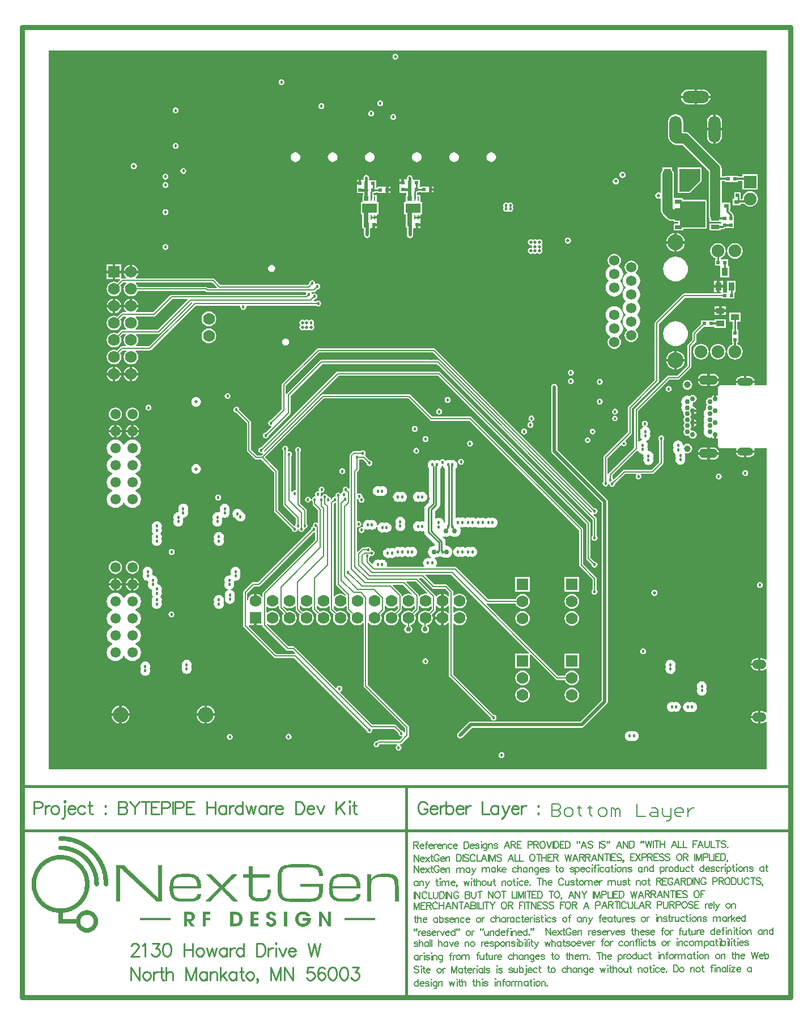
<source format=gbl>
G04*
G04 #@! TF.GenerationSoftware,Altium Limited,Altium Designer,21.2.2 (38)*
G04*
G04 Layer_Physical_Order=8*
G04 Layer_Color=16711680*
%FSLAX25Y25*%
%MOIN*%
G70*
G04*
G04 #@! TF.SameCoordinates,2E860D41-E7DC-41A5-80A1-EBEBF1B55734*
G04*
G04*
G04 #@! TF.FilePolarity,Positive*
G04*
G01*
G75*
%ADD10C,0.01000*%
%ADD15C,0.00800*%
%ADD16C,0.01200*%
%ADD18C,0.02000*%
%ADD21C,0.00600*%
%ADD26C,0.01500*%
%ADD27C,0.03000*%
%ADD28C,0.00900*%
%ADD37R,0.03600X0.05000*%
%ADD66R,0.18000X0.08000*%
%ADD79R,0.04500X0.05000*%
%ADD82R,0.02000X0.02000*%
%ADD83R,0.02000X0.02200*%
%ADD84R,0.02200X0.02000*%
%ADD86R,0.08000X0.18000*%
%ADD87R,0.03600X0.03200*%
%ADD88R,0.05000X0.03600*%
%ADD89R,0.02000X0.02000*%
%ADD106R,0.07000X0.07000*%
%ADD185C,0.03000*%
%ADD189C,0.00875*%
%ADD190C,0.05000*%
%ADD200C,0.07500*%
%ADD201R,0.07500X0.07500*%
%ADD202C,0.02000*%
%ADD203O,0.08300X0.05500*%
%ADD204C,0.09153*%
%ADD205C,0.01968*%
%ADD206C,0.22000*%
%ADD207C,0.12500*%
%ADD208O,0.07100X0.15800*%
%ADD209O,0.15800X0.07100*%
%ADD210C,0.03937*%
%ADD211O,0.11087X0.05543*%
%ADD212O,0.09512X0.04756*%
%ADD213C,0.06102*%
%ADD214C,0.09400*%
%ADD215C,0.06200*%
%ADD216C,0.07000*%
%ADD217R,0.07000X0.07000*%
%ADD218C,0.01800*%
%ADD219C,0.01600*%
%ADD223R,0.03100X0.02400*%
%ADD224R,0.03937X0.03937*%
%ADD225R,0.05000X0.02500*%
%ADD226R,0.04000X0.13400*%
%ADD227R,0.01000X0.02800*%
%ADD228R,0.09000X0.05800*%
%ADD229C,0.06000*%
%ADD230R,0.03000X0.10550*%
%ADD231R,0.02200X0.11500*%
%ADD232R,0.03000X0.10000*%
%ADD233R,0.02000X0.11700*%
G36*
X410175Y213526D02*
X402990D01*
X402746Y214025D01*
X403002Y214643D01*
X403012Y214722D01*
X397528D01*
X392043D01*
X392054Y214643D01*
X392309Y214025D01*
X392065Y213526D01*
X382900D01*
X382393Y213425D01*
X381963Y213137D01*
X381675Y212707D01*
X381575Y212200D01*
Y207819D01*
X381075Y207552D01*
X380708Y207797D01*
X380561Y207826D01*
Y205630D01*
X379061D01*
Y207826D01*
X378914Y207797D01*
X378153Y207288D01*
X377644Y206527D01*
X377545Y206028D01*
X376661Y206203D01*
X375764Y206025D01*
X375003Y205517D01*
X374495Y204756D01*
X374316Y203858D01*
X374495Y202961D01*
X374830Y202459D01*
X374963Y202087D01*
X374830Y201714D01*
X374495Y201212D01*
X374316Y200315D01*
X374477Y199507D01*
X374165Y199268D01*
X373604Y198537D01*
X373252Y197685D01*
X373131Y196772D01*
X373252Y195858D01*
X373604Y195007D01*
X373609Y195000D01*
X373604Y194993D01*
X373252Y194142D01*
X373131Y193228D01*
X373252Y192315D01*
X373604Y191463D01*
X373609Y191457D01*
X373604Y191450D01*
X373252Y190599D01*
X373131Y189685D01*
X373252Y188771D01*
X373604Y187920D01*
X373609Y187913D01*
X373604Y187907D01*
X373252Y187055D01*
X373131Y186142D01*
X373252Y185228D01*
X373604Y184377D01*
X374165Y183645D01*
X374896Y183084D01*
X375748Y182732D01*
X376661Y182612D01*
X377575Y182732D01*
X378017Y182915D01*
X378153Y182712D01*
X378914Y182203D01*
X379061Y182174D01*
Y183571D01*
X379158Y183645D01*
X379714Y184370D01*
X380561D01*
Y182174D01*
X380708Y182203D01*
X381075Y182448D01*
X381575Y182181D01*
Y177800D01*
X381675Y177293D01*
X381963Y176863D01*
X382393Y176575D01*
X382900Y176474D01*
X392065D01*
X392309Y175975D01*
X392054Y175357D01*
X392043Y175278D01*
X397528D01*
X403012D01*
X403002Y175357D01*
X402746Y175975D01*
X402990Y176474D01*
X410175D01*
Y52189D01*
X409675Y52076D01*
X408990Y52601D01*
X408127Y52959D01*
X407200Y53081D01*
X406550D01*
Y49500D01*
Y45919D01*
X407200D01*
X408127Y46041D01*
X408990Y46399D01*
X409675Y46924D01*
X410175Y46811D01*
Y21189D01*
X409675Y21076D01*
X408990Y21601D01*
X408127Y21959D01*
X407200Y22081D01*
X406550D01*
Y18500D01*
Y14919D01*
X407200D01*
X408127Y15041D01*
X408990Y15399D01*
X409675Y15924D01*
X410175Y15811D01*
Y-12174D01*
X-12174D01*
X-12175Y410175D01*
X410175D01*
X410175Y213526D01*
D02*
G37*
G36*
X141142Y-68064D02*
X141280D01*
Y-68202D01*
X143070D01*
Y-68340D01*
X144035D01*
Y-68477D01*
X144723D01*
Y-68615D01*
X145274D01*
Y-68753D01*
Y-68890D01*
X145825D01*
Y-69028D01*
X146101D01*
Y-69166D01*
X146514D01*
Y-69304D01*
X146789D01*
Y-69441D01*
Y-69579D01*
X146927D01*
Y-69717D01*
X147202D01*
Y-69854D01*
X147340D01*
Y-69992D01*
X147478D01*
Y-70130D01*
X147616D01*
Y-70268D01*
X147753D01*
Y-70406D01*
X147891D01*
Y-70543D01*
X148029D01*
Y-70681D01*
X148167D01*
Y-70819D01*
Y-70956D01*
Y-71094D01*
X148304D01*
Y-71232D01*
Y-71370D01*
X148580D01*
Y-71507D01*
Y-71645D01*
Y-71783D01*
X148717D01*
Y-71921D01*
Y-72058D01*
Y-72196D01*
Y-72334D01*
X148855D01*
Y-72471D01*
Y-72609D01*
Y-72747D01*
Y-72885D01*
Y-73022D01*
Y-73160D01*
Y-73298D01*
X148993D01*
Y-73435D01*
Y-73573D01*
Y-73711D01*
Y-73849D01*
Y-73986D01*
Y-74124D01*
Y-74262D01*
Y-74400D01*
Y-74537D01*
Y-74675D01*
Y-74813D01*
X146651D01*
Y-74675D01*
Y-74537D01*
Y-74400D01*
Y-74262D01*
Y-74124D01*
Y-73986D01*
Y-73849D01*
Y-73711D01*
Y-73573D01*
Y-73435D01*
Y-73298D01*
Y-73160D01*
Y-73022D01*
X146514D01*
Y-72885D01*
Y-72747D01*
Y-72609D01*
Y-72471D01*
Y-72334D01*
X146238D01*
Y-72196D01*
Y-72058D01*
Y-71921D01*
X146101D01*
Y-71783D01*
Y-71645D01*
X145963D01*
Y-71507D01*
Y-71370D01*
X145825D01*
Y-71232D01*
X145550D01*
Y-71094D01*
X145412D01*
Y-70956D01*
X145274D01*
Y-70819D01*
Y-70681D01*
X144861D01*
Y-70543D01*
X144586D01*
Y-70406D01*
X144172D01*
Y-70268D01*
X143346D01*
Y-70130D01*
X143208D01*
Y-69992D01*
X141142D01*
Y-69854D01*
X130262D01*
Y-69992D01*
X128196D01*
Y-70130D01*
Y-70268D01*
X127369D01*
Y-70406D01*
X126818D01*
Y-70543D01*
X126543D01*
Y-70681D01*
X126267D01*
Y-70819D01*
X126130D01*
Y-70956D01*
X125992D01*
Y-71094D01*
X125854D01*
Y-71232D01*
X125579D01*
Y-71370D01*
Y-71507D01*
Y-71645D01*
X125441D01*
Y-71783D01*
X125303D01*
Y-71921D01*
Y-72058D01*
Y-72196D01*
Y-72334D01*
X125166D01*
Y-72471D01*
Y-72609D01*
Y-72747D01*
X125028D01*
Y-72885D01*
X124890D01*
Y-73022D01*
Y-73160D01*
Y-73298D01*
Y-73435D01*
Y-73573D01*
Y-73711D01*
Y-73849D01*
X124752D01*
Y-73986D01*
Y-74124D01*
Y-74262D01*
Y-74400D01*
Y-74537D01*
Y-74675D01*
Y-74813D01*
Y-74950D01*
Y-75088D01*
Y-75226D01*
Y-75364D01*
Y-75502D01*
Y-75639D01*
Y-75777D01*
Y-75915D01*
Y-76052D01*
Y-76190D01*
Y-76328D01*
Y-76466D01*
Y-76603D01*
Y-76741D01*
Y-76879D01*
Y-77017D01*
Y-77154D01*
Y-77292D01*
Y-77430D01*
Y-77567D01*
Y-77705D01*
Y-77843D01*
Y-77981D01*
Y-78118D01*
Y-78256D01*
Y-78394D01*
Y-78531D01*
Y-78669D01*
Y-78807D01*
Y-78945D01*
Y-79083D01*
Y-79220D01*
Y-79358D01*
Y-79496D01*
Y-79633D01*
Y-79771D01*
Y-79909D01*
Y-80047D01*
Y-80184D01*
Y-80322D01*
Y-80460D01*
Y-80598D01*
Y-80735D01*
Y-80873D01*
Y-81011D01*
Y-81148D01*
Y-81286D01*
Y-81424D01*
Y-81562D01*
Y-81699D01*
Y-81837D01*
Y-81975D01*
Y-82112D01*
Y-82250D01*
Y-82388D01*
Y-82526D01*
Y-82664D01*
Y-82801D01*
Y-82939D01*
Y-83077D01*
Y-83214D01*
Y-83352D01*
Y-83490D01*
Y-83628D01*
Y-83765D01*
Y-83903D01*
Y-84041D01*
Y-84179D01*
X124890D01*
Y-84316D01*
Y-84454D01*
Y-84592D01*
Y-84729D01*
Y-84867D01*
Y-85005D01*
Y-85143D01*
Y-85280D01*
X125028D01*
Y-85418D01*
X125166D01*
Y-85556D01*
Y-85694D01*
Y-85831D01*
Y-85969D01*
X125303D01*
Y-86107D01*
Y-86244D01*
Y-86382D01*
X125441D01*
Y-86520D01*
Y-86658D01*
X125579D01*
Y-86795D01*
Y-86933D01*
X125854D01*
Y-87071D01*
X125992D01*
Y-87209D01*
X126130D01*
Y-87346D01*
Y-87484D01*
X126405D01*
Y-87622D01*
X126681D01*
Y-87760D01*
X127232D01*
Y-87897D01*
X127920D01*
Y-88035D01*
Y-88173D01*
X129160D01*
Y-88310D01*
X142244D01*
Y-88173D01*
X143484D01*
Y-88035D01*
Y-87897D01*
X144172D01*
Y-87760D01*
X144723D01*
Y-87622D01*
X145136D01*
Y-87484D01*
X145274D01*
Y-87346D01*
X145412D01*
Y-87209D01*
X145550D01*
Y-87071D01*
X145825D01*
Y-86933D01*
X145963D01*
Y-86795D01*
Y-86658D01*
Y-86520D01*
X146101D01*
Y-86382D01*
X146238D01*
Y-86244D01*
Y-86107D01*
Y-85969D01*
Y-85831D01*
X146514D01*
Y-85694D01*
Y-85556D01*
Y-85418D01*
Y-85280D01*
X146651D01*
Y-85143D01*
Y-85005D01*
Y-84867D01*
Y-84729D01*
Y-84592D01*
Y-84454D01*
Y-84316D01*
Y-84179D01*
Y-84041D01*
Y-83903D01*
Y-83765D01*
Y-83628D01*
Y-83490D01*
Y-83352D01*
Y-83214D01*
Y-83077D01*
Y-82939D01*
X146789D01*
Y-82801D01*
Y-82664D01*
Y-82526D01*
Y-82388D01*
Y-82250D01*
Y-82112D01*
Y-81975D01*
Y-81837D01*
Y-81699D01*
Y-81562D01*
Y-81424D01*
Y-81286D01*
X135908D01*
Y-81148D01*
Y-81011D01*
Y-80873D01*
Y-80735D01*
Y-80598D01*
Y-80460D01*
Y-80322D01*
Y-80184D01*
Y-80047D01*
Y-79909D01*
Y-79771D01*
Y-79633D01*
Y-79496D01*
Y-79358D01*
X148993D01*
Y-79496D01*
Y-79633D01*
Y-79771D01*
Y-79909D01*
Y-80047D01*
Y-80184D01*
Y-80322D01*
Y-80460D01*
Y-80598D01*
Y-80735D01*
Y-80873D01*
Y-81011D01*
Y-81148D01*
Y-81286D01*
Y-81424D01*
Y-81562D01*
Y-81699D01*
Y-81837D01*
Y-81975D01*
Y-82112D01*
Y-82250D01*
Y-82388D01*
Y-82526D01*
Y-82664D01*
Y-82801D01*
Y-82939D01*
Y-83077D01*
Y-83214D01*
Y-83352D01*
Y-83490D01*
Y-83628D01*
Y-83765D01*
Y-83903D01*
Y-84041D01*
Y-84179D01*
Y-84316D01*
Y-84454D01*
Y-84592D01*
Y-84729D01*
X148855D01*
Y-84867D01*
Y-85005D01*
Y-85143D01*
Y-85280D01*
Y-85418D01*
Y-85556D01*
Y-85694D01*
X148717D01*
Y-85831D01*
Y-85969D01*
Y-86107D01*
Y-86244D01*
X148580D01*
Y-86382D01*
Y-86520D01*
Y-86658D01*
Y-86795D01*
X148304D01*
Y-86933D01*
Y-87071D01*
X148167D01*
Y-87209D01*
Y-87346D01*
X148029D01*
Y-87484D01*
Y-87622D01*
X147891D01*
Y-87760D01*
X147753D01*
Y-87897D01*
X147616D01*
Y-88035D01*
X147478D01*
Y-88173D01*
X147340D01*
Y-88310D01*
X147202D01*
Y-88448D01*
X146927D01*
Y-88586D01*
X146789D01*
Y-88724D01*
Y-88861D01*
X146514D01*
Y-88999D01*
X146238D01*
Y-89137D01*
X145963D01*
Y-89275D01*
X145412D01*
Y-89412D01*
Y-89550D01*
X144861D01*
Y-89688D01*
X144310D01*
Y-89825D01*
X143346D01*
Y-89963D01*
X142106D01*
Y-90101D01*
X141969D01*
Y-90239D01*
X129573D01*
Y-90101D01*
X129435D01*
Y-89963D01*
X128196D01*
Y-89825D01*
X127369D01*
Y-89688D01*
X126681D01*
Y-89550D01*
X126130D01*
Y-89412D01*
Y-89275D01*
X125716D01*
Y-89137D01*
X125441D01*
Y-88999D01*
X125166D01*
Y-88861D01*
X124752D01*
Y-88724D01*
Y-88586D01*
X124615D01*
Y-88448D01*
X124477D01*
Y-88310D01*
X124202D01*
Y-88173D01*
X124064D01*
Y-88035D01*
Y-87897D01*
X123926D01*
Y-87760D01*
X123788D01*
Y-87622D01*
X123513D01*
Y-87484D01*
Y-87346D01*
Y-87209D01*
X123375D01*
Y-87071D01*
Y-86933D01*
X123237D01*
Y-86795D01*
Y-86658D01*
X123100D01*
Y-86520D01*
Y-86382D01*
Y-86244D01*
X122962D01*
Y-86107D01*
X122824D01*
Y-85969D01*
Y-85831D01*
Y-85694D01*
Y-85556D01*
X122686D01*
Y-85418D01*
Y-85280D01*
Y-85143D01*
Y-85005D01*
Y-84867D01*
X122549D01*
Y-84729D01*
Y-84592D01*
Y-84454D01*
Y-84316D01*
Y-84179D01*
Y-84041D01*
Y-83903D01*
Y-83765D01*
Y-83628D01*
Y-83490D01*
Y-83352D01*
X122411D01*
Y-83214D01*
Y-83077D01*
Y-82939D01*
Y-82801D01*
Y-82664D01*
Y-82526D01*
Y-82388D01*
Y-82250D01*
Y-82112D01*
Y-81975D01*
Y-81837D01*
Y-81699D01*
Y-81562D01*
Y-81424D01*
Y-81286D01*
Y-81148D01*
Y-81011D01*
Y-80873D01*
Y-80735D01*
Y-80598D01*
Y-80460D01*
Y-80322D01*
Y-80184D01*
Y-80047D01*
Y-79909D01*
Y-79771D01*
Y-79633D01*
Y-79496D01*
Y-79358D01*
Y-79220D01*
Y-79083D01*
Y-78945D01*
Y-78807D01*
Y-78669D01*
Y-78531D01*
Y-78394D01*
Y-78256D01*
Y-78118D01*
Y-77981D01*
Y-77843D01*
Y-77705D01*
Y-77567D01*
Y-77430D01*
Y-77292D01*
Y-77154D01*
Y-77017D01*
Y-76879D01*
Y-76741D01*
Y-76603D01*
Y-76466D01*
Y-76328D01*
Y-76190D01*
Y-76052D01*
Y-75915D01*
Y-75777D01*
Y-75639D01*
Y-75502D01*
Y-75364D01*
Y-75226D01*
Y-75088D01*
Y-74950D01*
Y-74813D01*
X122549D01*
Y-74675D01*
Y-74537D01*
Y-74400D01*
Y-74262D01*
Y-74124D01*
Y-73986D01*
Y-73849D01*
Y-73711D01*
Y-73573D01*
Y-73435D01*
X122686D01*
Y-73298D01*
Y-73160D01*
Y-73022D01*
Y-72885D01*
Y-72747D01*
Y-72609D01*
X122824D01*
Y-72471D01*
Y-72334D01*
Y-72196D01*
Y-72058D01*
X123100D01*
Y-71921D01*
Y-71783D01*
Y-71645D01*
X123237D01*
Y-71507D01*
Y-71370D01*
Y-71232D01*
X123375D01*
Y-71094D01*
Y-70956D01*
X123513D01*
Y-70819D01*
Y-70681D01*
X123651D01*
Y-70543D01*
X123788D01*
Y-70406D01*
X123926D01*
Y-70268D01*
X124064D01*
Y-70130D01*
Y-69992D01*
X124202D01*
Y-69854D01*
X124477D01*
Y-69717D01*
X124615D01*
Y-69579D01*
X124890D01*
Y-69441D01*
Y-69304D01*
X125303D01*
Y-69166D01*
X125579D01*
Y-69028D01*
X125854D01*
Y-68890D01*
X126267D01*
Y-68753D01*
Y-68615D01*
X126818D01*
Y-68477D01*
X127645D01*
Y-68340D01*
X128609D01*
Y-68202D01*
X130262D01*
Y-68064D01*
Y-67926D01*
X141142D01*
Y-68064D01*
D02*
G37*
G36*
X188246Y-73573D02*
X188384D01*
Y-73711D01*
X189210D01*
Y-73849D01*
X189899D01*
Y-73986D01*
X190450D01*
Y-74124D01*
X190863D01*
Y-74262D01*
Y-74400D01*
X191276D01*
Y-74537D01*
X191414D01*
Y-74675D01*
X191689D01*
Y-74813D01*
X191965D01*
Y-74950D01*
Y-75088D01*
X192103D01*
Y-75226D01*
X192240D01*
Y-75364D01*
X192378D01*
Y-75502D01*
X192653D01*
Y-75639D01*
Y-75777D01*
X192791D01*
Y-75915D01*
Y-76052D01*
X192929D01*
Y-76190D01*
Y-76328D01*
Y-76466D01*
X193067D01*
Y-76603D01*
Y-76741D01*
X193204D01*
Y-76879D01*
X193342D01*
Y-77017D01*
Y-77154D01*
Y-77292D01*
Y-77430D01*
X193480D01*
Y-77567D01*
Y-77705D01*
Y-77843D01*
Y-77981D01*
Y-78118D01*
X193617D01*
Y-78256D01*
Y-78394D01*
Y-78531D01*
Y-78669D01*
Y-78807D01*
Y-78945D01*
Y-79083D01*
Y-79220D01*
Y-79358D01*
Y-79496D01*
Y-79633D01*
Y-79771D01*
Y-79909D01*
Y-80047D01*
Y-80184D01*
Y-80322D01*
Y-80460D01*
Y-80598D01*
Y-80735D01*
Y-80873D01*
X193755D01*
Y-81011D01*
Y-81148D01*
Y-81286D01*
Y-81424D01*
Y-81562D01*
Y-81699D01*
Y-81837D01*
Y-81975D01*
Y-82112D01*
Y-82250D01*
Y-82388D01*
Y-82526D01*
Y-82664D01*
Y-82801D01*
Y-82939D01*
Y-83077D01*
Y-83214D01*
Y-83352D01*
Y-83490D01*
Y-83628D01*
Y-83765D01*
Y-83903D01*
Y-84041D01*
Y-84179D01*
Y-84316D01*
Y-84454D01*
Y-84592D01*
Y-84729D01*
Y-84867D01*
Y-85005D01*
Y-85143D01*
Y-85280D01*
Y-85418D01*
Y-85556D01*
Y-85694D01*
Y-85831D01*
Y-85969D01*
Y-86107D01*
Y-86244D01*
Y-86382D01*
Y-86520D01*
Y-86658D01*
Y-86795D01*
Y-86933D01*
Y-87071D01*
Y-87209D01*
Y-87346D01*
Y-87484D01*
Y-87622D01*
Y-87760D01*
Y-87897D01*
Y-88035D01*
Y-88173D01*
Y-88310D01*
Y-88448D01*
Y-88586D01*
Y-88724D01*
Y-88861D01*
Y-88999D01*
Y-89137D01*
Y-89275D01*
Y-89412D01*
Y-89550D01*
Y-89688D01*
Y-89825D01*
X191414D01*
Y-89688D01*
Y-89550D01*
Y-89412D01*
Y-89275D01*
Y-89137D01*
Y-88999D01*
Y-88861D01*
Y-88724D01*
Y-88586D01*
Y-88448D01*
Y-88310D01*
Y-88173D01*
Y-88035D01*
Y-87897D01*
Y-87760D01*
Y-87622D01*
Y-87484D01*
Y-87346D01*
Y-87209D01*
Y-87071D01*
Y-86933D01*
Y-86795D01*
Y-86658D01*
Y-86520D01*
Y-86382D01*
Y-86244D01*
Y-86107D01*
Y-85969D01*
Y-85831D01*
Y-85694D01*
Y-85556D01*
Y-85418D01*
Y-85280D01*
Y-85143D01*
Y-85005D01*
Y-84867D01*
Y-84729D01*
Y-84592D01*
Y-84454D01*
Y-84316D01*
Y-84179D01*
Y-84041D01*
Y-83903D01*
Y-83765D01*
Y-83628D01*
Y-83490D01*
Y-83352D01*
Y-83214D01*
Y-83077D01*
Y-82939D01*
Y-82801D01*
Y-82664D01*
Y-82526D01*
Y-82388D01*
Y-82250D01*
Y-82112D01*
Y-81975D01*
Y-81837D01*
Y-81699D01*
Y-81562D01*
Y-81424D01*
Y-81286D01*
Y-81148D01*
Y-81011D01*
Y-80873D01*
Y-80735D01*
Y-80598D01*
Y-80460D01*
Y-80322D01*
Y-80184D01*
Y-80047D01*
Y-79909D01*
Y-79771D01*
X191276D01*
Y-79633D01*
Y-79496D01*
Y-79358D01*
Y-79220D01*
Y-79083D01*
Y-78945D01*
Y-78807D01*
Y-78669D01*
Y-78531D01*
Y-78394D01*
X191138D01*
Y-78256D01*
X191001D01*
Y-78118D01*
Y-77981D01*
Y-77843D01*
Y-77705D01*
X190863D01*
Y-77567D01*
Y-77430D01*
Y-77292D01*
X190725D01*
Y-77154D01*
X190587D01*
Y-77017D01*
Y-76879D01*
X190450D01*
Y-76741D01*
X190312D01*
Y-76603D01*
X190174D01*
Y-76466D01*
X190036D01*
Y-76328D01*
X189899D01*
Y-76190D01*
X189623D01*
Y-76052D01*
X189348D01*
Y-75915D01*
X188935D01*
Y-75777D01*
X188246D01*
Y-75639D01*
Y-75502D01*
X187420D01*
Y-75364D01*
X182324D01*
Y-75502D01*
X181222D01*
Y-75639D01*
Y-75777D01*
X180533D01*
Y-75915D01*
X179982D01*
Y-76052D01*
X179707D01*
Y-76190D01*
X179294D01*
Y-76328D01*
Y-76466D01*
X179018D01*
Y-76603D01*
X178880D01*
Y-76741D01*
X178605D01*
Y-76879D01*
X178467D01*
Y-77017D01*
Y-77154D01*
X178330D01*
Y-77292D01*
X178192D01*
Y-77430D01*
X177916D01*
Y-77567D01*
Y-77705D01*
Y-77843D01*
X177778D01*
Y-77981D01*
Y-78118D01*
Y-78256D01*
X177641D01*
Y-78394D01*
Y-78531D01*
Y-78669D01*
Y-78807D01*
Y-78945D01*
Y-79083D01*
X177503D01*
Y-79220D01*
Y-79358D01*
Y-79496D01*
Y-79633D01*
Y-79771D01*
Y-79909D01*
Y-80047D01*
Y-80184D01*
Y-80322D01*
Y-80460D01*
Y-80598D01*
Y-80735D01*
Y-80873D01*
Y-81011D01*
Y-81148D01*
Y-81286D01*
Y-81424D01*
Y-81562D01*
Y-81699D01*
Y-81837D01*
Y-81975D01*
Y-82112D01*
Y-82250D01*
Y-82388D01*
Y-82526D01*
Y-82664D01*
Y-82801D01*
Y-82939D01*
Y-83077D01*
Y-83214D01*
Y-83352D01*
Y-83490D01*
Y-83628D01*
Y-83765D01*
Y-83903D01*
Y-84041D01*
Y-84179D01*
Y-84316D01*
Y-84454D01*
Y-84592D01*
Y-84729D01*
Y-84867D01*
Y-85005D01*
Y-85143D01*
Y-85280D01*
Y-85418D01*
Y-85556D01*
Y-85694D01*
Y-85831D01*
Y-85969D01*
Y-86107D01*
Y-86244D01*
Y-86382D01*
Y-86520D01*
Y-86658D01*
Y-86795D01*
Y-86933D01*
Y-87071D01*
Y-87209D01*
Y-87346D01*
Y-87484D01*
Y-87622D01*
Y-87760D01*
Y-87897D01*
Y-88035D01*
Y-88173D01*
Y-88310D01*
Y-88448D01*
Y-88586D01*
Y-88724D01*
Y-88861D01*
Y-88999D01*
Y-89137D01*
Y-89275D01*
Y-89412D01*
Y-89550D01*
Y-89688D01*
Y-89825D01*
X175024D01*
Y-89688D01*
Y-89550D01*
Y-89412D01*
Y-89275D01*
Y-89137D01*
Y-88999D01*
Y-88861D01*
Y-88724D01*
Y-88586D01*
Y-88448D01*
Y-88310D01*
Y-88173D01*
Y-88035D01*
Y-87897D01*
Y-87760D01*
Y-87622D01*
Y-87484D01*
Y-87346D01*
Y-87209D01*
Y-87071D01*
Y-86933D01*
Y-86795D01*
Y-86658D01*
Y-86520D01*
Y-86382D01*
Y-86244D01*
Y-86107D01*
Y-85969D01*
Y-85831D01*
Y-85694D01*
Y-85556D01*
Y-85418D01*
Y-85280D01*
Y-85143D01*
Y-85005D01*
Y-84867D01*
Y-84729D01*
Y-84592D01*
Y-84454D01*
Y-84316D01*
Y-84179D01*
Y-84041D01*
Y-83903D01*
Y-83765D01*
Y-83628D01*
Y-83490D01*
Y-83352D01*
Y-83214D01*
Y-83077D01*
Y-82939D01*
Y-82801D01*
Y-82664D01*
Y-82526D01*
Y-82388D01*
Y-82250D01*
Y-82112D01*
Y-81975D01*
Y-81837D01*
Y-81699D01*
Y-81562D01*
Y-81424D01*
Y-81286D01*
Y-81148D01*
Y-81011D01*
Y-80873D01*
Y-80735D01*
Y-80598D01*
Y-80460D01*
Y-80322D01*
Y-80184D01*
Y-80047D01*
Y-79909D01*
Y-79771D01*
Y-79633D01*
Y-79496D01*
Y-79358D01*
Y-79220D01*
Y-79083D01*
Y-78945D01*
Y-78807D01*
Y-78669D01*
Y-78531D01*
Y-78394D01*
Y-78256D01*
Y-78118D01*
Y-77981D01*
Y-77843D01*
Y-77705D01*
Y-77567D01*
Y-77430D01*
Y-77292D01*
Y-77154D01*
Y-77017D01*
Y-76879D01*
Y-76741D01*
Y-76603D01*
Y-76466D01*
Y-76328D01*
Y-76190D01*
Y-76052D01*
Y-75915D01*
Y-75777D01*
Y-75639D01*
Y-75502D01*
Y-75364D01*
Y-75226D01*
Y-75088D01*
Y-74950D01*
Y-74813D01*
Y-74675D01*
Y-74537D01*
Y-74400D01*
Y-74262D01*
Y-74124D01*
Y-73986D01*
Y-73849D01*
X177503D01*
Y-73986D01*
Y-74124D01*
Y-74262D01*
Y-74400D01*
Y-74537D01*
Y-74675D01*
Y-74813D01*
Y-74950D01*
Y-75088D01*
Y-75226D01*
Y-75364D01*
Y-75502D01*
Y-75639D01*
Y-75777D01*
Y-75915D01*
Y-76052D01*
Y-76190D01*
Y-76328D01*
Y-76466D01*
Y-76603D01*
X177778D01*
Y-76466D01*
X177916D01*
Y-76328D01*
Y-76190D01*
Y-76052D01*
X178192D01*
Y-75915D01*
X178330D01*
Y-75777D01*
Y-75639D01*
X178467D01*
Y-75502D01*
X178605D01*
Y-75364D01*
X178743D01*
Y-75226D01*
X179018D01*
Y-75088D01*
X179156D01*
Y-74950D01*
Y-74813D01*
X179569D01*
Y-74675D01*
X179707D01*
Y-74537D01*
X179982D01*
Y-74400D01*
X180395D01*
Y-74262D01*
X180533D01*
Y-74124D01*
X181084D01*
Y-73986D01*
X181635D01*
Y-73849D01*
X182324D01*
Y-73711D01*
X183288D01*
Y-73573D01*
X183425D01*
Y-73435D01*
X188246D01*
Y-73573D01*
D02*
G37*
G36*
X98721Y-73986D02*
X98584D01*
Y-74124D01*
X98446D01*
Y-74262D01*
Y-74400D01*
X98308D01*
Y-74537D01*
X98033D01*
Y-74675D01*
X97895D01*
Y-74813D01*
X97757D01*
Y-74950D01*
Y-75088D01*
X97619D01*
Y-75226D01*
X97344D01*
Y-75364D01*
X97206D01*
Y-75502D01*
X97069D01*
Y-75639D01*
Y-75777D01*
X96931D01*
Y-75915D01*
X96655D01*
Y-76052D01*
X96518D01*
Y-76190D01*
X96380D01*
Y-76328D01*
Y-76466D01*
X96242D01*
Y-76603D01*
X95967D01*
Y-76741D01*
X95829D01*
Y-76879D01*
X95691D01*
Y-77017D01*
Y-77154D01*
X95554D01*
Y-77292D01*
X95278D01*
Y-77430D01*
X95140D01*
Y-77567D01*
X95003D01*
Y-77705D01*
Y-77843D01*
X94865D01*
Y-77981D01*
X94589D01*
Y-78118D01*
X94452D01*
Y-78256D01*
X94314D01*
Y-78394D01*
Y-78531D01*
X94176D01*
Y-78669D01*
X93901D01*
Y-78807D01*
X93763D01*
Y-78945D01*
X93625D01*
Y-79083D01*
Y-79220D01*
X93488D01*
Y-79358D01*
X93212D01*
Y-79496D01*
X93074D01*
Y-79633D01*
X92937D01*
Y-79771D01*
Y-79909D01*
X92799D01*
Y-80047D01*
X92523D01*
Y-80184D01*
X92386D01*
Y-80322D01*
X92248D01*
Y-80460D01*
Y-80598D01*
X92110D01*
Y-80735D01*
X91835D01*
Y-80873D01*
X91697D01*
Y-81011D01*
X91559D01*
Y-81148D01*
Y-81286D01*
X91422D01*
Y-81424D01*
X91146D01*
Y-81562D01*
Y-81699D01*
Y-81837D01*
Y-81975D01*
X91422D01*
Y-82112D01*
X91559D01*
Y-82250D01*
X91697D01*
Y-82388D01*
X91835D01*
Y-82526D01*
Y-82664D01*
X92110D01*
Y-82801D01*
X92248D01*
Y-82939D01*
X92386D01*
Y-83077D01*
X92523D01*
Y-83214D01*
Y-83352D01*
X92799D01*
Y-83490D01*
X92937D01*
Y-83628D01*
X93074D01*
Y-83765D01*
X93212D01*
Y-83903D01*
X93350D01*
Y-84041D01*
X93488D01*
Y-84179D01*
X93625D01*
Y-84316D01*
X93763D01*
Y-84454D01*
X93901D01*
Y-84592D01*
X94038D01*
Y-84729D01*
X94176D01*
Y-84867D01*
X94314D01*
Y-85005D01*
X94452D01*
Y-85143D01*
X94589D01*
Y-85280D01*
X94727D01*
Y-85418D01*
X94865D01*
Y-85556D01*
X95003D01*
Y-85694D01*
X95140D01*
Y-85831D01*
X95278D01*
Y-85969D01*
X95416D01*
Y-86107D01*
X95554D01*
Y-86244D01*
X95691D01*
Y-86382D01*
X95829D01*
Y-86520D01*
X95967D01*
Y-86658D01*
X96105D01*
Y-86795D01*
X96242D01*
Y-86933D01*
X96380D01*
Y-87071D01*
X96518D01*
Y-87209D01*
X96655D01*
Y-87346D01*
X96793D01*
Y-87484D01*
X96931D01*
Y-87622D01*
X97069D01*
Y-87760D01*
X97206D01*
Y-87897D01*
X97344D01*
Y-88035D01*
X97482D01*
Y-88173D01*
X97619D01*
Y-88310D01*
X97757D01*
Y-88448D01*
X97895D01*
Y-88586D01*
X98033D01*
Y-88724D01*
X98171D01*
Y-88861D01*
X98308D01*
Y-88999D01*
X98446D01*
Y-89137D01*
X98584D01*
Y-89275D01*
X98721D01*
Y-89412D01*
X98859D01*
Y-89550D01*
X98997D01*
Y-89688D01*
X99135D01*
Y-89825D01*
X96242D01*
Y-89688D01*
X95967D01*
Y-89550D01*
X95829D01*
Y-89412D01*
Y-89275D01*
X95691D01*
Y-89137D01*
X95554D01*
Y-88999D01*
X95278D01*
Y-88861D01*
X95140D01*
Y-88724D01*
Y-88586D01*
X95003D01*
Y-88448D01*
X94865D01*
Y-88310D01*
X94589D01*
Y-88173D01*
X94452D01*
Y-88035D01*
Y-87897D01*
X94314D01*
Y-87760D01*
X94176D01*
Y-87622D01*
X94038D01*
Y-87484D01*
X93901D01*
Y-87346D01*
X93763D01*
Y-87209D01*
Y-87071D01*
X93625D01*
Y-86933D01*
X93488D01*
Y-86795D01*
X93212D01*
Y-86658D01*
Y-86520D01*
X93074D01*
Y-86382D01*
X92937D01*
Y-86244D01*
X92799D01*
Y-86107D01*
X92523D01*
Y-85969D01*
Y-85831D01*
X92386D01*
Y-85694D01*
X92248D01*
Y-85556D01*
X92110D01*
Y-85418D01*
X91835D01*
Y-85280D01*
Y-85143D01*
X91697D01*
Y-85005D01*
X91559D01*
Y-84867D01*
X91422D01*
Y-84729D01*
X91146D01*
Y-84592D01*
Y-84454D01*
X91009D01*
Y-84316D01*
X90871D01*
Y-84179D01*
X90733D01*
Y-84041D01*
X90458D01*
Y-83903D01*
Y-83765D01*
X90320D01*
Y-83628D01*
Y-83490D01*
X90182D01*
Y-83352D01*
X90044D01*
Y-83214D01*
X89907D01*
Y-83077D01*
X89769D01*
Y-82939D01*
X89356D01*
Y-83077D01*
X89218D01*
Y-83214D01*
X89080D01*
Y-83352D01*
X88942D01*
Y-83490D01*
X88805D01*
Y-83628D01*
X88667D01*
Y-83765D01*
X88529D01*
Y-83903D01*
X88392D01*
Y-84041D01*
X88254D01*
Y-84179D01*
X88116D01*
Y-84316D01*
X87978D01*
Y-84454D01*
Y-84592D01*
X87841D01*
Y-84729D01*
X87565D01*
Y-84867D01*
Y-85005D01*
X87428D01*
Y-85143D01*
X87290D01*
Y-85280D01*
Y-85418D01*
X87014D01*
Y-85556D01*
X86877D01*
Y-85694D01*
X86739D01*
Y-85831D01*
X86601D01*
Y-85969D01*
Y-86107D01*
X86326D01*
Y-86244D01*
X86188D01*
Y-86382D01*
X86050D01*
Y-86520D01*
X85913D01*
Y-86658D01*
Y-86795D01*
X85637D01*
Y-86933D01*
X85499D01*
Y-87071D01*
X85361D01*
Y-87209D01*
X85224D01*
Y-87346D01*
Y-87484D01*
X84948D01*
Y-87622D01*
X84811D01*
Y-87760D01*
X84673D01*
Y-87897D01*
X84535D01*
Y-88035D01*
Y-88173D01*
X84260D01*
Y-88310D01*
X84122D01*
Y-88448D01*
X83984D01*
Y-88586D01*
Y-88724D01*
X83846D01*
Y-88861D01*
X83709D01*
Y-88999D01*
X83571D01*
Y-89137D01*
X83433D01*
Y-89275D01*
X83296D01*
Y-89412D01*
Y-89550D01*
X83158D01*
Y-89688D01*
X82882D01*
Y-89825D01*
X79990D01*
Y-89688D01*
Y-89550D01*
X80128D01*
Y-89412D01*
X80265D01*
Y-89275D01*
X80403D01*
Y-89137D01*
X80679D01*
Y-88999D01*
X80816D01*
Y-88861D01*
Y-88724D01*
X80954D01*
Y-88586D01*
X81230D01*
Y-88448D01*
X81367D01*
Y-88310D01*
X81505D01*
Y-88173D01*
Y-88035D01*
X81643D01*
Y-87897D01*
X81918D01*
Y-87760D01*
X82056D01*
Y-87622D01*
X82194D01*
Y-87484D01*
Y-87346D01*
X82332D01*
Y-87209D01*
X82607D01*
Y-87071D01*
X82745D01*
Y-86933D01*
X82882D01*
Y-86795D01*
X83020D01*
Y-86658D01*
X83158D01*
Y-86520D01*
X83296D01*
Y-86382D01*
X83433D01*
Y-86244D01*
X83571D01*
Y-86107D01*
X83709D01*
Y-85969D01*
X83846D01*
Y-85831D01*
X83984D01*
Y-85694D01*
X84122D01*
Y-85556D01*
X84260D01*
Y-85418D01*
X84397D01*
Y-85280D01*
X84535D01*
Y-85143D01*
X84673D01*
Y-85005D01*
X84811D01*
Y-84867D01*
X84948D01*
Y-84729D01*
X85086D01*
Y-84592D01*
X85224D01*
Y-84454D01*
X85361D01*
Y-84316D01*
X85499D01*
Y-84179D01*
X85637D01*
Y-84041D01*
X85775D01*
Y-83903D01*
X85913D01*
Y-83765D01*
X86050D01*
Y-83628D01*
X86188D01*
Y-83490D01*
X86326D01*
Y-83352D01*
X86463D01*
Y-83214D01*
X86601D01*
Y-83077D01*
X86739D01*
Y-82939D01*
X86877D01*
Y-82801D01*
X87014D01*
Y-82664D01*
X87152D01*
Y-82526D01*
X87290D01*
Y-82388D01*
X87428D01*
Y-82250D01*
X87565D01*
Y-82112D01*
X87703D01*
Y-81975D01*
X87841D01*
Y-81837D01*
X87978D01*
Y-81699D01*
Y-81562D01*
Y-81424D01*
X87703D01*
Y-81286D01*
X87565D01*
Y-81148D01*
Y-81011D01*
X87428D01*
Y-80873D01*
X87290D01*
Y-80735D01*
X87014D01*
Y-80598D01*
X86877D01*
Y-80460D01*
Y-80322D01*
X86739D01*
Y-80184D01*
X86601D01*
Y-80047D01*
X86326D01*
Y-79909D01*
X86188D01*
Y-79771D01*
Y-79633D01*
X86050D01*
Y-79496D01*
X85913D01*
Y-79358D01*
X85637D01*
Y-79220D01*
X85499D01*
Y-79083D01*
Y-78945D01*
X85361D01*
Y-78807D01*
X85224D01*
Y-78669D01*
X84948D01*
Y-78531D01*
X84811D01*
Y-78394D01*
Y-78256D01*
X84673D01*
Y-78118D01*
X84535D01*
Y-77981D01*
X84260D01*
Y-77843D01*
X84122D01*
Y-77705D01*
Y-77567D01*
X83984D01*
Y-77430D01*
X83846D01*
Y-77292D01*
X83571D01*
Y-77154D01*
X83433D01*
Y-77017D01*
Y-76879D01*
X83296D01*
Y-76741D01*
X83158D01*
Y-76603D01*
X82882D01*
Y-76466D01*
X82745D01*
Y-76328D01*
Y-76190D01*
X82607D01*
Y-76052D01*
X82469D01*
Y-75915D01*
X82194D01*
Y-75777D01*
X82056D01*
Y-75639D01*
Y-75502D01*
X81918D01*
Y-75364D01*
X81780D01*
Y-75226D01*
X81505D01*
Y-75088D01*
X81367D01*
Y-74950D01*
Y-74813D01*
X81230D01*
Y-74675D01*
X81092D01*
Y-74537D01*
X80816D01*
Y-74400D01*
X80679D01*
Y-74262D01*
Y-74124D01*
X80541D01*
Y-73986D01*
X80403D01*
Y-73849D01*
X83296D01*
Y-73986D01*
X83433D01*
Y-74124D01*
X83571D01*
Y-74262D01*
X83709D01*
Y-74400D01*
X83846D01*
Y-74537D01*
X83984D01*
Y-74675D01*
X84122D01*
Y-74813D01*
X84260D01*
Y-74950D01*
X84397D01*
Y-75088D01*
X84535D01*
Y-75226D01*
X84673D01*
Y-75364D01*
X84811D01*
Y-75502D01*
X84948D01*
Y-75639D01*
X85086D01*
Y-75777D01*
X85224D01*
Y-75915D01*
X85361D01*
Y-76052D01*
X85499D01*
Y-76190D01*
X85637D01*
Y-76328D01*
X85775D01*
Y-76466D01*
X85913D01*
Y-76603D01*
X86050D01*
Y-76741D01*
X86188D01*
Y-76879D01*
X86326D01*
Y-77017D01*
Y-77154D01*
X86601D01*
Y-77292D01*
X86739D01*
Y-77430D01*
X86877D01*
Y-77567D01*
X87014D01*
Y-77705D01*
Y-77843D01*
X87290D01*
Y-77981D01*
X87428D01*
Y-78118D01*
X87565D01*
Y-78256D01*
X87703D01*
Y-78394D01*
Y-78531D01*
X87978D01*
Y-78669D01*
X88116D01*
Y-78807D01*
X88254D01*
Y-78945D01*
X88392D01*
Y-79083D01*
Y-79220D01*
X88667D01*
Y-79358D01*
X88805D01*
Y-79496D01*
X88942D01*
Y-79633D01*
X89080D01*
Y-79771D01*
Y-79909D01*
X89356D01*
Y-80047D01*
X89493D01*
Y-80184D01*
X89769D01*
Y-80047D01*
X90044D01*
Y-79909D01*
Y-79771D01*
X90182D01*
Y-79633D01*
X90320D01*
Y-79496D01*
X90458D01*
Y-79358D01*
X90595D01*
Y-79220D01*
X90733D01*
Y-79083D01*
X90871D01*
Y-78945D01*
X91009D01*
Y-78807D01*
X91146D01*
Y-78669D01*
Y-78531D01*
X91422D01*
Y-78394D01*
Y-78256D01*
X91559D01*
Y-78118D01*
X91697D01*
Y-77981D01*
X91835D01*
Y-77843D01*
X92110D01*
Y-77705D01*
Y-77567D01*
X92248D01*
Y-77430D01*
X92386D01*
Y-77292D01*
X92523D01*
Y-77154D01*
X92799D01*
Y-77017D01*
Y-76879D01*
X92937D01*
Y-76741D01*
X93074D01*
Y-76603D01*
X93212D01*
Y-76466D01*
X93488D01*
Y-76328D01*
Y-76190D01*
X93625D01*
Y-76052D01*
X93763D01*
Y-75915D01*
X93901D01*
Y-75777D01*
X94038D01*
Y-75639D01*
X94176D01*
Y-75502D01*
X94314D01*
Y-75364D01*
X94452D01*
Y-75226D01*
X94589D01*
Y-75088D01*
X94727D01*
Y-74950D01*
X94865D01*
Y-74813D01*
X95003D01*
Y-74675D01*
X95140D01*
Y-74537D01*
X95278D01*
Y-74400D01*
Y-74262D01*
X95416D01*
Y-74124D01*
X95691D01*
Y-73986D01*
X95829D01*
Y-73849D01*
X98721D01*
Y-73986D01*
D02*
G37*
G36*
X-2229Y-51668D02*
Y-51806D01*
X-989D01*
Y-51944D01*
X-25D01*
Y-52082D01*
X801D01*
Y-52219D01*
X1490D01*
Y-52357D01*
X1627D01*
Y-52495D01*
X2178D01*
Y-52632D01*
X2867D01*
Y-52770D01*
X3280D01*
Y-52908D01*
X3831D01*
Y-53046D01*
X3969D01*
Y-53183D01*
X4382D01*
Y-53321D01*
X4795D01*
Y-53459D01*
X5208D01*
Y-53597D01*
X5621D01*
Y-53734D01*
X5759D01*
Y-53872D01*
X6035D01*
Y-54010D01*
X6310D01*
Y-54147D01*
X6723D01*
Y-54285D01*
X7136D01*
Y-54423D01*
X7274D01*
Y-54561D01*
X7412D01*
Y-54698D01*
X7825D01*
Y-54836D01*
X8101D01*
Y-54974D01*
X8376D01*
Y-55112D01*
X8514D01*
Y-55249D01*
X8789D01*
Y-55387D01*
X9065D01*
Y-55525D01*
X9340D01*
Y-55663D01*
X9616D01*
Y-55800D01*
Y-55938D01*
X9891D01*
Y-56076D01*
X10167D01*
Y-56213D01*
X10304D01*
Y-56351D01*
X10718D01*
Y-56489D01*
Y-56627D01*
X10855D01*
Y-56764D01*
X11131D01*
Y-56902D01*
X11406D01*
Y-57040D01*
X11544D01*
Y-57178D01*
X11682D01*
Y-57315D01*
X11819D01*
Y-57453D01*
X12095D01*
Y-57591D01*
X12233D01*
Y-57728D01*
X12370D01*
Y-57866D01*
X12508D01*
Y-58004D01*
X12784D01*
Y-58142D01*
X12921D01*
Y-58279D01*
X13059D01*
Y-58417D01*
X13197D01*
Y-58555D01*
X13334D01*
Y-58693D01*
X13472D01*
Y-58830D01*
X13610D01*
Y-58968D01*
X13748D01*
Y-59106D01*
X14023D01*
Y-59244D01*
X14161D01*
Y-59381D01*
X14299D01*
Y-59519D01*
X14436D01*
Y-59657D01*
X14574D01*
Y-59794D01*
X14849D01*
Y-59932D01*
Y-60070D01*
X14987D01*
Y-60208D01*
X15125D01*
Y-60345D01*
Y-60483D01*
X15400D01*
Y-60621D01*
X15538D01*
Y-60759D01*
Y-60896D01*
X15676D01*
Y-61034D01*
X15814D01*
Y-61172D01*
X15951D01*
Y-61309D01*
Y-61447D01*
X16227D01*
Y-61585D01*
X16364D01*
Y-61723D01*
X16502D01*
Y-61860D01*
Y-61998D01*
X16640D01*
Y-62136D01*
Y-62274D01*
X16915D01*
Y-62411D01*
X17053D01*
Y-62549D01*
Y-62687D01*
X17191D01*
Y-62824D01*
Y-62962D01*
X17329D01*
Y-63100D01*
X17604D01*
Y-63238D01*
Y-63375D01*
Y-63513D01*
X17742D01*
Y-63651D01*
X17879D01*
Y-63789D01*
X18017D01*
Y-63926D01*
Y-64064D01*
X18155D01*
Y-64202D01*
X18293D01*
Y-64340D01*
X18430D01*
Y-64477D01*
Y-64615D01*
X18568D01*
Y-64753D01*
Y-64890D01*
Y-65028D01*
X18706D01*
Y-65166D01*
X18981D01*
Y-65304D01*
Y-65441D01*
Y-65579D01*
X19119D01*
Y-65717D01*
Y-65855D01*
X19257D01*
Y-65992D01*
X19395D01*
Y-66130D01*
Y-66268D01*
Y-66405D01*
X19670D01*
Y-66543D01*
Y-66681D01*
X19808D01*
Y-66819D01*
Y-66956D01*
Y-67094D01*
X19945D01*
Y-67232D01*
Y-67370D01*
X20083D01*
Y-67507D01*
Y-67645D01*
Y-67783D01*
X20359D01*
Y-67921D01*
Y-68058D01*
Y-68196D01*
Y-68334D01*
X20496D01*
Y-68471D01*
Y-68609D01*
X20634D01*
Y-68747D01*
Y-68885D01*
Y-69022D01*
X20772D01*
Y-69160D01*
Y-69298D01*
X20910D01*
Y-69436D01*
X21047D01*
Y-69573D01*
Y-69711D01*
Y-69849D01*
Y-69986D01*
X21185D01*
Y-70124D01*
Y-70262D01*
Y-70400D01*
X21323D01*
Y-70537D01*
Y-70675D01*
Y-70813D01*
X21461D01*
Y-70951D01*
Y-71088D01*
Y-71226D01*
Y-71364D01*
X21736D01*
Y-71501D01*
Y-71639D01*
Y-71777D01*
Y-71915D01*
Y-72052D01*
X21874D01*
Y-72190D01*
Y-72328D01*
Y-72466D01*
Y-72603D01*
X22011D01*
Y-72741D01*
Y-72879D01*
Y-73017D01*
Y-73154D01*
Y-73292D01*
Y-73430D01*
X22149D01*
Y-73567D01*
Y-73705D01*
Y-73843D01*
Y-73981D01*
Y-74118D01*
X22425D01*
Y-74256D01*
Y-74394D01*
Y-74532D01*
Y-74669D01*
Y-74807D01*
Y-74945D01*
Y-75082D01*
X22562D01*
Y-75220D01*
Y-75358D01*
Y-75496D01*
Y-75633D01*
Y-75771D01*
Y-75909D01*
Y-76047D01*
Y-76184D01*
Y-76322D01*
X22700D01*
Y-76460D01*
Y-76597D01*
Y-76735D01*
Y-76873D01*
Y-77011D01*
Y-77148D01*
Y-77286D01*
Y-77424D01*
Y-77562D01*
Y-77699D01*
Y-77837D01*
Y-77975D01*
Y-78113D01*
Y-78250D01*
Y-78388D01*
X22838D01*
Y-78526D01*
Y-78663D01*
Y-78801D01*
Y-78939D01*
Y-79077D01*
Y-79214D01*
Y-79352D01*
Y-79490D01*
Y-79628D01*
Y-79765D01*
X22700D01*
Y-79903D01*
Y-80041D01*
Y-80178D01*
X22562D01*
Y-80316D01*
Y-80454D01*
X22425D01*
Y-80592D01*
Y-80729D01*
X22011D01*
Y-80867D01*
X21736D01*
Y-81005D01*
X21323D01*
Y-80867D01*
X20772D01*
Y-80729D01*
X20634D01*
Y-80592D01*
Y-80454D01*
X20496D01*
Y-80316D01*
X20359D01*
Y-80178D01*
Y-80041D01*
X20221D01*
Y-79903D01*
X20083D01*
Y-79765D01*
Y-79628D01*
Y-79490D01*
Y-79352D01*
Y-79214D01*
Y-79077D01*
Y-78939D01*
Y-78801D01*
Y-78663D01*
Y-78526D01*
Y-78388D01*
Y-78250D01*
Y-78113D01*
Y-77975D01*
Y-77837D01*
Y-77699D01*
Y-77562D01*
Y-77424D01*
Y-77286D01*
X19945D01*
Y-77148D01*
Y-77011D01*
Y-76873D01*
Y-76735D01*
Y-76597D01*
Y-76460D01*
Y-76322D01*
Y-76184D01*
Y-76047D01*
Y-75909D01*
Y-75771D01*
X19808D01*
Y-75633D01*
Y-75496D01*
Y-75358D01*
Y-75220D01*
Y-75082D01*
Y-74945D01*
Y-74807D01*
Y-74669D01*
X19670D01*
Y-74532D01*
Y-74394D01*
Y-74256D01*
Y-74118D01*
Y-73981D01*
X19532D01*
Y-73843D01*
X19395D01*
Y-73705D01*
Y-73567D01*
Y-73430D01*
Y-73292D01*
Y-73154D01*
X19257D01*
Y-73017D01*
Y-72879D01*
Y-72741D01*
Y-72603D01*
X19119D01*
Y-72466D01*
Y-72328D01*
Y-72190D01*
Y-72052D01*
Y-71915D01*
X18981D01*
Y-71777D01*
Y-71639D01*
Y-71501D01*
X18844D01*
Y-71364D01*
X18706D01*
Y-71226D01*
Y-71088D01*
Y-70951D01*
Y-70813D01*
X18568D01*
Y-70675D01*
Y-70537D01*
X18430D01*
Y-70400D01*
Y-70262D01*
Y-70124D01*
Y-69986D01*
X18293D01*
Y-69849D01*
Y-69711D01*
X18155D01*
Y-69573D01*
X18017D01*
Y-69436D01*
Y-69298D01*
Y-69160D01*
X17879D01*
Y-69022D01*
Y-68885D01*
Y-68747D01*
X17742D01*
Y-68609D01*
Y-68471D01*
X17604D01*
Y-68334D01*
Y-68196D01*
X17466D01*
Y-68058D01*
X17329D01*
Y-67921D01*
Y-67783D01*
X17191D01*
Y-67645D01*
Y-67507D01*
Y-67370D01*
X17053D01*
Y-67232D01*
Y-67094D01*
X16915D01*
Y-66956D01*
X16778D01*
Y-66819D01*
X16640D01*
Y-66681D01*
Y-66543D01*
X16502D01*
Y-66405D01*
Y-66268D01*
X16364D01*
Y-66130D01*
Y-65992D01*
X16227D01*
Y-65855D01*
Y-65717D01*
X15951D01*
Y-65579D01*
Y-65441D01*
X15814D01*
Y-65304D01*
Y-65166D01*
X15676D01*
Y-65028D01*
X15538D01*
Y-64890D01*
Y-64753D01*
X15400D01*
Y-64615D01*
X15263D01*
Y-64477D01*
X15125D01*
Y-64340D01*
Y-64202D01*
X14987D01*
Y-64064D01*
Y-63926D01*
X14849D01*
Y-63789D01*
X14574D01*
Y-63651D01*
X14436D01*
Y-63513D01*
Y-63375D01*
X14299D01*
Y-63238D01*
Y-63100D01*
X14161D01*
Y-62962D01*
X13885D01*
Y-62824D01*
X13748D01*
Y-62687D01*
Y-62549D01*
X13610D01*
Y-62411D01*
X13472D01*
Y-62274D01*
X13197D01*
Y-62136D01*
Y-61998D01*
X13059D01*
Y-61860D01*
Y-61723D01*
X12921D01*
Y-61585D01*
X12646D01*
Y-61447D01*
X12508D01*
Y-61309D01*
X12370D01*
Y-61172D01*
X12233D01*
Y-61034D01*
X12095D01*
Y-60896D01*
X11819D01*
Y-60759D01*
X11682D01*
Y-60621D01*
Y-60483D01*
X11544D01*
Y-60345D01*
X11406D01*
Y-60208D01*
X11131D01*
Y-60070D01*
X10993D01*
Y-59932D01*
X10855D01*
Y-59794D01*
X10718D01*
Y-59657D01*
X10442D01*
Y-59519D01*
X10304D01*
Y-59381D01*
X10167D01*
Y-59244D01*
X10029D01*
Y-59106D01*
X9753D01*
Y-58968D01*
X9616D01*
Y-58830D01*
X9340D01*
Y-58693D01*
X9065D01*
Y-58555D01*
Y-58417D01*
X8789D01*
Y-58279D01*
X8514D01*
Y-58142D01*
X8238D01*
Y-58004D01*
X8101D01*
Y-57866D01*
X7963D01*
Y-57728D01*
X7688D01*
Y-57591D01*
X7412D01*
Y-57453D01*
X7136D01*
Y-57315D01*
X6861D01*
Y-57178D01*
Y-57040D01*
X6586D01*
Y-56902D01*
X6172D01*
Y-56764D01*
X5897D01*
Y-56627D01*
X5484D01*
Y-56489D01*
Y-56351D01*
X5071D01*
Y-56213D01*
X4657D01*
Y-56076D01*
X4244D01*
Y-55938D01*
X3831D01*
Y-55800D01*
X3693D01*
Y-55663D01*
X3280D01*
Y-55525D01*
X2729D01*
Y-55387D01*
X2178D01*
Y-55249D01*
X1765D01*
Y-55112D01*
X1627D01*
Y-54974D01*
X1076D01*
Y-54836D01*
X388D01*
Y-54698D01*
X-576D01*
Y-54561D01*
X-1541D01*
Y-54423D01*
X-1816D01*
Y-54285D01*
X-3331D01*
Y-54147D01*
X-5672D01*
Y-54010D01*
X-6086D01*
Y-53872D01*
X-6223D01*
Y-53734D01*
Y-53597D01*
X-6361D01*
Y-53459D01*
Y-53321D01*
X-6499D01*
Y-53183D01*
Y-53046D01*
Y-52908D01*
Y-52770D01*
Y-52632D01*
Y-52495D01*
Y-52357D01*
Y-52219D01*
X-6361D01*
Y-52082D01*
X-6223D01*
Y-51944D01*
X-6086D01*
Y-51806D01*
X-5810D01*
Y-51668D01*
Y-51531D01*
X-2229D01*
Y-51668D01*
D02*
G37*
G36*
X-2642Y-57178D02*
X-2505D01*
Y-57315D01*
X-1541D01*
Y-57453D01*
X-576D01*
Y-57591D01*
X250D01*
Y-57728D01*
X801D01*
Y-57866D01*
X939D01*
Y-58004D01*
X1490D01*
Y-58142D01*
X1903D01*
Y-58279D01*
X2454D01*
Y-58417D01*
X2867D01*
Y-58555D01*
Y-58693D01*
X3280D01*
Y-58830D01*
X3693D01*
Y-58968D01*
X4106D01*
Y-59106D01*
X4520D01*
Y-59244D01*
Y-59381D01*
X4795D01*
Y-59519D01*
X5208D01*
Y-59657D01*
X5484D01*
Y-59794D01*
X5759D01*
Y-59932D01*
X5897D01*
Y-60070D01*
X6035D01*
Y-60208D01*
X6310D01*
Y-60345D01*
X6723D01*
Y-60483D01*
X6861D01*
Y-60621D01*
Y-60759D01*
X7274D01*
Y-60896D01*
X7412D01*
Y-61034D01*
X7688D01*
Y-61172D01*
X7963D01*
Y-61309D01*
Y-61447D01*
X8101D01*
Y-61585D01*
X8376D01*
Y-61723D01*
X8652D01*
Y-61860D01*
X8789D01*
Y-61998D01*
Y-62136D01*
X9065D01*
Y-62274D01*
X9340D01*
Y-62411D01*
X9478D01*
Y-62549D01*
X9616D01*
Y-62687D01*
X9753D01*
Y-62824D01*
Y-62962D01*
X10029D01*
Y-63100D01*
X10167D01*
Y-63238D01*
X10304D01*
Y-63375D01*
X10442D01*
Y-63513D01*
X10580D01*
Y-63651D01*
X10718D01*
Y-63789D01*
X10855D01*
Y-63926D01*
X10993D01*
Y-64064D01*
X11131D01*
Y-64202D01*
Y-64340D01*
X11406D01*
Y-64477D01*
X11544D01*
Y-64615D01*
X11682D01*
Y-64753D01*
Y-64890D01*
X11819D01*
Y-65028D01*
X12095D01*
Y-65166D01*
Y-65304D01*
X12233D01*
Y-65441D01*
Y-65579D01*
X12370D01*
Y-65717D01*
X12508D01*
Y-65855D01*
X12784D01*
Y-65992D01*
Y-66130D01*
X12921D01*
Y-66268D01*
Y-66405D01*
X13059D01*
Y-66543D01*
X13197D01*
Y-66681D01*
Y-66819D01*
X13334D01*
Y-66956D01*
X13472D01*
Y-67094D01*
X13610D01*
Y-67232D01*
Y-67370D01*
X13748D01*
Y-67507D01*
Y-67645D01*
X13885D01*
Y-67783D01*
Y-67921D01*
X14161D01*
Y-68058D01*
Y-68196D01*
Y-68334D01*
X14299D01*
Y-68471D01*
X14436D01*
Y-68609D01*
Y-68747D01*
X14574D01*
Y-68885D01*
Y-69022D01*
Y-69160D01*
X14849D01*
Y-69298D01*
Y-69436D01*
X14987D01*
Y-69573D01*
Y-69711D01*
Y-69849D01*
X15125D01*
Y-69986D01*
Y-70124D01*
X15263D01*
Y-70262D01*
Y-70400D01*
Y-70537D01*
X15538D01*
Y-70675D01*
Y-70813D01*
Y-70951D01*
X15676D01*
Y-71088D01*
Y-71226D01*
Y-71364D01*
X15814D01*
Y-71501D01*
Y-71639D01*
Y-71777D01*
Y-71915D01*
X15951D01*
Y-72052D01*
Y-72190D01*
X16089D01*
Y-72328D01*
X16227D01*
Y-72466D01*
Y-72603D01*
Y-72741D01*
Y-72879D01*
X16364D01*
Y-73017D01*
Y-73154D01*
Y-73292D01*
Y-73430D01*
X16502D01*
Y-73567D01*
Y-73705D01*
Y-73843D01*
Y-73981D01*
X16640D01*
Y-74118D01*
Y-74256D01*
Y-74394D01*
Y-74532D01*
Y-74669D01*
X16778D01*
Y-74807D01*
X16915D01*
Y-74945D01*
Y-75082D01*
Y-75220D01*
Y-75358D01*
Y-75496D01*
Y-75633D01*
X17053D01*
Y-75771D01*
Y-75909D01*
Y-76047D01*
Y-76184D01*
Y-76322D01*
Y-76460D01*
Y-76597D01*
Y-76735D01*
X17191D01*
Y-76873D01*
Y-77011D01*
Y-77148D01*
Y-77286D01*
Y-77424D01*
Y-77562D01*
Y-77699D01*
Y-77837D01*
Y-77975D01*
Y-78113D01*
Y-78250D01*
Y-78388D01*
X17329D01*
Y-78526D01*
Y-78663D01*
Y-78801D01*
Y-78939D01*
Y-79077D01*
Y-79214D01*
Y-79352D01*
Y-79490D01*
Y-79628D01*
Y-79765D01*
X17191D01*
Y-79903D01*
Y-80041D01*
Y-80178D01*
X17053D01*
Y-80316D01*
Y-80454D01*
X16915D01*
Y-80592D01*
Y-80729D01*
X16502D01*
Y-80867D01*
X16227D01*
Y-81005D01*
X15814D01*
Y-80867D01*
X15400D01*
Y-80729D01*
X15125D01*
Y-80592D01*
Y-80454D01*
X14987D01*
Y-80316D01*
X14849D01*
Y-80178D01*
Y-80041D01*
X14712D01*
Y-79903D01*
X14574D01*
Y-79765D01*
Y-79628D01*
Y-79490D01*
Y-79352D01*
Y-79214D01*
Y-79077D01*
Y-78939D01*
Y-78801D01*
Y-78663D01*
Y-78526D01*
Y-78388D01*
Y-78250D01*
Y-78113D01*
Y-77975D01*
Y-77837D01*
Y-77699D01*
Y-77562D01*
Y-77424D01*
X14436D01*
Y-77286D01*
Y-77148D01*
Y-77011D01*
Y-76873D01*
Y-76735D01*
Y-76597D01*
Y-76460D01*
Y-76322D01*
Y-76184D01*
X14299D01*
Y-76047D01*
Y-75909D01*
Y-75771D01*
Y-75633D01*
Y-75496D01*
Y-75358D01*
X14161D01*
Y-75220D01*
Y-75082D01*
Y-74945D01*
Y-74807D01*
Y-74669D01*
X14023D01*
Y-74532D01*
X13885D01*
Y-74394D01*
Y-74256D01*
Y-74118D01*
Y-73981D01*
X13748D01*
Y-73843D01*
Y-73705D01*
Y-73567D01*
Y-73430D01*
Y-73292D01*
X13610D01*
Y-73154D01*
Y-73017D01*
Y-72879D01*
X13472D01*
Y-72741D01*
Y-72603D01*
Y-72466D01*
X13197D01*
Y-72328D01*
Y-72190D01*
Y-72052D01*
Y-71915D01*
X13059D01*
Y-71777D01*
Y-71639D01*
Y-71501D01*
X12921D01*
Y-71364D01*
Y-71226D01*
X12784D01*
Y-71088D01*
Y-70951D01*
Y-70813D01*
X12508D01*
Y-70675D01*
Y-70537D01*
X12370D01*
Y-70400D01*
Y-70262D01*
Y-70124D01*
X12233D01*
Y-69986D01*
Y-69849D01*
X12095D01*
Y-69711D01*
Y-69573D01*
X11957D01*
Y-69436D01*
X11819D01*
Y-69298D01*
Y-69160D01*
X11682D01*
Y-69022D01*
X11544D01*
Y-68885D01*
Y-68747D01*
Y-68609D01*
X11406D01*
Y-68471D01*
X11131D01*
Y-68334D01*
Y-68196D01*
Y-68058D01*
X10993D01*
Y-67921D01*
X10855D01*
Y-67783D01*
X10718D01*
Y-67645D01*
Y-67507D01*
X10580D01*
Y-67370D01*
X10442D01*
Y-67232D01*
X10304D01*
Y-67094D01*
X10167D01*
Y-66956D01*
X10029D01*
Y-66819D01*
Y-66681D01*
X9891D01*
Y-66543D01*
X9753D01*
Y-66405D01*
X9616D01*
Y-66268D01*
X9478D01*
Y-66130D01*
Y-65992D01*
X9340D01*
Y-65855D01*
X9065D01*
Y-65717D01*
X8927D01*
Y-65579D01*
X8789D01*
Y-65441D01*
Y-65304D01*
X8652D01*
Y-65166D01*
X8376D01*
Y-65028D01*
X8238D01*
Y-64890D01*
X8101D01*
Y-64753D01*
X7963D01*
Y-64615D01*
Y-64477D01*
X7688D01*
Y-64340D01*
X7550D01*
Y-64202D01*
X7274D01*
Y-64064D01*
Y-63926D01*
X6999D01*
Y-63789D01*
X6861D01*
Y-63651D01*
X6586D01*
Y-63513D01*
X6310D01*
Y-63375D01*
Y-63238D01*
X6172D01*
Y-63100D01*
X5897D01*
Y-62962D01*
X5621D01*
Y-62824D01*
X5346D01*
Y-62687D01*
Y-62549D01*
X5071D01*
Y-62411D01*
X4795D01*
Y-62274D01*
X4520D01*
Y-62136D01*
X4106D01*
Y-61998D01*
Y-61860D01*
X3831D01*
Y-61723D01*
X3418D01*
Y-61585D01*
X3142D01*
Y-61447D01*
X2729D01*
Y-61309D01*
Y-61172D01*
X2178D01*
Y-61034D01*
X1903D01*
Y-60896D01*
X1352D01*
Y-60759D01*
X801D01*
Y-60621D01*
Y-60483D01*
X250D01*
Y-60345D01*
X-301D01*
Y-60208D01*
X-1127D01*
Y-60070D01*
X-2091D01*
Y-59932D01*
Y-59794D01*
X-3606D01*
Y-59657D01*
X-5672D01*
Y-59519D01*
X-6086D01*
Y-59381D01*
X-6223D01*
Y-59244D01*
Y-59106D01*
X-6361D01*
Y-58968D01*
Y-58830D01*
X-6499D01*
Y-58693D01*
Y-58555D01*
Y-58417D01*
Y-58279D01*
Y-58142D01*
Y-58004D01*
Y-57866D01*
Y-57728D01*
X-6361D01*
Y-57591D01*
X-6223D01*
Y-57453D01*
X-6086D01*
Y-57315D01*
X-5810D01*
Y-57178D01*
Y-57040D01*
X-2642D01*
Y-57178D01*
D02*
G37*
G36*
X54510Y-68615D02*
Y-68753D01*
Y-68890D01*
Y-69028D01*
Y-69166D01*
Y-69304D01*
Y-69441D01*
Y-69579D01*
Y-69717D01*
Y-69854D01*
Y-69992D01*
Y-70130D01*
Y-70268D01*
Y-70406D01*
Y-70543D01*
Y-70681D01*
Y-70819D01*
Y-70956D01*
Y-71094D01*
Y-71232D01*
Y-71370D01*
Y-71507D01*
Y-71645D01*
Y-71783D01*
Y-71921D01*
Y-72058D01*
Y-72196D01*
Y-72334D01*
Y-72471D01*
Y-72609D01*
Y-72747D01*
Y-72885D01*
Y-73022D01*
Y-73160D01*
Y-73298D01*
Y-73435D01*
Y-73573D01*
Y-73711D01*
Y-73849D01*
Y-73986D01*
Y-74124D01*
Y-74262D01*
Y-74400D01*
Y-74537D01*
Y-74675D01*
Y-74813D01*
Y-74950D01*
Y-75088D01*
Y-75226D01*
Y-75364D01*
Y-75502D01*
Y-75639D01*
Y-75777D01*
Y-75915D01*
Y-76052D01*
Y-76190D01*
Y-76328D01*
Y-76466D01*
Y-76603D01*
Y-76741D01*
Y-76879D01*
Y-77017D01*
Y-77154D01*
Y-77292D01*
Y-77430D01*
Y-77567D01*
Y-77705D01*
Y-77843D01*
Y-77981D01*
Y-78118D01*
Y-78256D01*
Y-78394D01*
Y-78531D01*
Y-78669D01*
Y-78807D01*
Y-78945D01*
Y-79083D01*
Y-79220D01*
Y-79358D01*
Y-79496D01*
Y-79633D01*
Y-79771D01*
Y-79909D01*
Y-80047D01*
Y-80184D01*
Y-80322D01*
Y-80460D01*
Y-80598D01*
Y-80735D01*
Y-80873D01*
Y-81011D01*
Y-81148D01*
Y-81286D01*
Y-81424D01*
Y-81562D01*
Y-81699D01*
Y-81837D01*
Y-81975D01*
Y-82112D01*
Y-82250D01*
Y-82388D01*
Y-82526D01*
Y-82664D01*
Y-82801D01*
Y-82939D01*
Y-83077D01*
Y-83214D01*
Y-83352D01*
Y-83490D01*
Y-83628D01*
Y-83765D01*
Y-83903D01*
Y-84041D01*
Y-84179D01*
Y-84316D01*
Y-84454D01*
Y-84592D01*
Y-84729D01*
Y-84867D01*
Y-85005D01*
Y-85143D01*
Y-85280D01*
Y-85418D01*
Y-85556D01*
Y-85694D01*
Y-85831D01*
Y-85969D01*
Y-86107D01*
Y-86244D01*
Y-86382D01*
Y-86520D01*
Y-86658D01*
Y-86795D01*
Y-86933D01*
Y-87071D01*
Y-87209D01*
Y-87346D01*
Y-87484D01*
Y-87622D01*
Y-87760D01*
Y-87897D01*
Y-88035D01*
Y-88173D01*
Y-88310D01*
Y-88448D01*
Y-88586D01*
Y-88724D01*
Y-88861D01*
Y-88999D01*
Y-89137D01*
Y-89275D01*
Y-89412D01*
Y-89550D01*
Y-89688D01*
Y-89825D01*
X51204D01*
Y-89688D01*
X50929D01*
Y-89550D01*
X50791D01*
Y-89412D01*
Y-89275D01*
X50516D01*
Y-89137D01*
X50378D01*
Y-88999D01*
X50240D01*
Y-88861D01*
X50103D01*
Y-88724D01*
Y-88586D01*
X49827D01*
Y-88448D01*
X49689D01*
Y-88310D01*
X49552D01*
Y-88173D01*
X49414D01*
Y-88035D01*
X49276D01*
Y-87897D01*
X49139D01*
Y-87760D01*
X49001D01*
Y-87622D01*
X48725D01*
Y-87484D01*
X48450D01*
Y-87346D01*
Y-87209D01*
X48312D01*
Y-87071D01*
X48174D01*
Y-86933D01*
X48037D01*
Y-86795D01*
X47761D01*
Y-86658D01*
Y-86520D01*
X47623D01*
Y-86382D01*
X47486D01*
Y-86244D01*
X47348D01*
Y-86107D01*
X47072D01*
Y-85969D01*
Y-85831D01*
X46935D01*
Y-85694D01*
X46797D01*
Y-85556D01*
X46522D01*
Y-85418D01*
X46246D01*
Y-85280D01*
Y-85143D01*
X46108D01*
Y-85005D01*
X45971D01*
Y-84867D01*
X45695D01*
Y-84729D01*
X45557D01*
Y-84592D01*
Y-84454D01*
X45420D01*
Y-84316D01*
X45282D01*
Y-84179D01*
X45006D01*
Y-84041D01*
X44869D01*
Y-83903D01*
Y-83765D01*
X44731D01*
Y-83628D01*
X44456D01*
Y-83490D01*
X44318D01*
Y-83352D01*
X44043D01*
Y-83214D01*
Y-83077D01*
X43905D01*
Y-82939D01*
X43629D01*
Y-82801D01*
X43492D01*
Y-82664D01*
X43354D01*
Y-82526D01*
Y-82388D01*
X43216D01*
Y-82250D01*
X42941D01*
Y-82112D01*
X42803D01*
Y-81975D01*
X42665D01*
Y-81837D01*
Y-81699D01*
X42390D01*
Y-81562D01*
X42252D01*
Y-81424D01*
X42114D01*
Y-81286D01*
X41839D01*
Y-81148D01*
Y-81011D01*
X41563D01*
Y-80873D01*
X41426D01*
Y-80735D01*
X41288D01*
Y-80598D01*
X41150D01*
Y-80460D01*
Y-80322D01*
X40875D01*
Y-80184D01*
X40737D01*
Y-80047D01*
X40599D01*
Y-79909D01*
X40462D01*
Y-79771D01*
X40324D01*
Y-79633D01*
X40186D01*
Y-79496D01*
X40048D01*
Y-79358D01*
X39773D01*
Y-79220D01*
X39497D01*
Y-79083D01*
Y-78945D01*
X39360D01*
Y-78807D01*
X39222D01*
Y-78669D01*
X39084D01*
Y-78531D01*
X38809D01*
Y-78394D01*
Y-78256D01*
X38671D01*
Y-78118D01*
X38533D01*
Y-77981D01*
X38396D01*
Y-77843D01*
X38120D01*
Y-77705D01*
Y-77567D01*
X37982D01*
Y-77430D01*
X37845D01*
Y-77292D01*
X37569D01*
Y-77154D01*
X37431D01*
Y-77017D01*
X37294D01*
Y-76879D01*
X37156D01*
Y-76741D01*
X37018D01*
Y-76603D01*
X36743D01*
Y-76466D01*
X36605D01*
Y-76328D01*
Y-76190D01*
X36467D01*
Y-76052D01*
X36330D01*
Y-75915D01*
X36054D01*
Y-75777D01*
X35916D01*
Y-75639D01*
Y-75502D01*
X35779D01*
Y-75364D01*
X35503D01*
Y-75226D01*
X35365D01*
Y-75088D01*
X35090D01*
Y-74950D01*
Y-74813D01*
X34952D01*
Y-74675D01*
X34677D01*
Y-74537D01*
X34539D01*
Y-74400D01*
X34401D01*
Y-74262D01*
Y-74124D01*
X34264D01*
Y-73986D01*
X33988D01*
Y-73849D01*
X33850D01*
Y-73711D01*
X33713D01*
Y-73573D01*
Y-73435D01*
X33437D01*
Y-73298D01*
X33299D01*
Y-73160D01*
X33162D01*
Y-73022D01*
X33024D01*
Y-72885D01*
X32886D01*
Y-72747D01*
X32611D01*
Y-72609D01*
X32473D01*
Y-72471D01*
X32335D01*
Y-72334D01*
X32198D01*
Y-72196D01*
Y-72058D01*
X31922D01*
Y-71921D01*
X31784D01*
Y-71783D01*
X31647D01*
Y-71645D01*
X31509D01*
Y-71507D01*
X31371D01*
Y-71370D01*
X31234D01*
Y-71232D01*
X31096D01*
Y-71094D01*
X30958D01*
Y-70956D01*
X30683D01*
Y-70819D01*
X30545D01*
Y-70681D01*
X30407D01*
Y-70543D01*
X30269D01*
Y-70406D01*
X29856D01*
Y-70543D01*
Y-70681D01*
Y-70819D01*
Y-70956D01*
Y-71094D01*
Y-71232D01*
Y-71370D01*
Y-71507D01*
Y-71645D01*
Y-71783D01*
Y-71921D01*
Y-72058D01*
Y-72196D01*
Y-72334D01*
Y-72471D01*
Y-72609D01*
Y-72747D01*
Y-72885D01*
Y-73022D01*
Y-73160D01*
Y-73298D01*
Y-73435D01*
Y-73573D01*
Y-73711D01*
Y-73849D01*
Y-73986D01*
Y-74124D01*
Y-74262D01*
Y-74400D01*
Y-74537D01*
Y-74675D01*
Y-74813D01*
Y-74950D01*
Y-75088D01*
Y-75226D01*
Y-75364D01*
Y-75502D01*
Y-75639D01*
Y-75777D01*
Y-75915D01*
Y-76052D01*
Y-76190D01*
Y-76328D01*
Y-76466D01*
Y-76603D01*
Y-76741D01*
Y-76879D01*
Y-77017D01*
Y-77154D01*
Y-77292D01*
Y-77430D01*
Y-77567D01*
Y-77705D01*
Y-77843D01*
Y-77981D01*
Y-78118D01*
Y-78256D01*
Y-78394D01*
Y-78531D01*
Y-78669D01*
Y-78807D01*
Y-78945D01*
Y-79083D01*
Y-79220D01*
Y-79358D01*
Y-79496D01*
Y-79633D01*
Y-79771D01*
Y-79909D01*
Y-80047D01*
Y-80184D01*
Y-80322D01*
Y-80460D01*
Y-80598D01*
Y-80735D01*
Y-80873D01*
Y-81011D01*
Y-81148D01*
Y-81286D01*
Y-81424D01*
Y-81562D01*
Y-81699D01*
Y-81837D01*
Y-81975D01*
Y-82112D01*
Y-82250D01*
Y-82388D01*
Y-82526D01*
Y-82664D01*
Y-82801D01*
Y-82939D01*
Y-83077D01*
Y-83214D01*
Y-83352D01*
Y-83490D01*
Y-83628D01*
Y-83765D01*
Y-83903D01*
Y-84041D01*
Y-84179D01*
Y-84316D01*
Y-84454D01*
Y-84592D01*
Y-84729D01*
Y-84867D01*
Y-85005D01*
Y-85143D01*
Y-85280D01*
Y-85418D01*
Y-85556D01*
Y-85694D01*
Y-85831D01*
Y-85969D01*
Y-86107D01*
Y-86244D01*
Y-86382D01*
Y-86520D01*
Y-86658D01*
Y-86795D01*
Y-86933D01*
Y-87071D01*
Y-87209D01*
Y-87346D01*
Y-87484D01*
Y-87622D01*
Y-87760D01*
Y-87897D01*
Y-88035D01*
Y-88173D01*
Y-88310D01*
Y-88448D01*
Y-88586D01*
Y-88724D01*
Y-88861D01*
Y-88999D01*
Y-89137D01*
Y-89275D01*
Y-89412D01*
Y-89550D01*
Y-89688D01*
Y-89825D01*
X27515D01*
Y-89688D01*
Y-89550D01*
Y-89412D01*
Y-89275D01*
Y-89137D01*
Y-88999D01*
Y-88861D01*
Y-88724D01*
Y-88586D01*
Y-88448D01*
Y-88310D01*
Y-88173D01*
Y-88035D01*
Y-87897D01*
Y-87760D01*
Y-87622D01*
Y-87484D01*
Y-87346D01*
Y-87209D01*
Y-87071D01*
Y-86933D01*
Y-86795D01*
Y-86658D01*
Y-86520D01*
Y-86382D01*
Y-86244D01*
Y-86107D01*
Y-85969D01*
Y-85831D01*
Y-85694D01*
Y-85556D01*
Y-85418D01*
Y-85280D01*
Y-85143D01*
Y-85005D01*
Y-84867D01*
Y-84729D01*
Y-84592D01*
Y-84454D01*
Y-84316D01*
Y-84179D01*
Y-84041D01*
Y-83903D01*
Y-83765D01*
Y-83628D01*
Y-83490D01*
Y-83352D01*
Y-83214D01*
Y-83077D01*
Y-82939D01*
Y-82801D01*
Y-82664D01*
Y-82526D01*
Y-82388D01*
Y-82250D01*
Y-82112D01*
Y-81975D01*
Y-81837D01*
Y-81699D01*
Y-81562D01*
Y-81424D01*
Y-81286D01*
Y-81148D01*
Y-81011D01*
Y-80873D01*
Y-80735D01*
Y-80598D01*
Y-80460D01*
Y-80322D01*
Y-80184D01*
Y-80047D01*
Y-79909D01*
Y-79771D01*
Y-79633D01*
Y-79496D01*
Y-79358D01*
Y-79220D01*
Y-79083D01*
Y-78945D01*
Y-78807D01*
Y-78669D01*
Y-78531D01*
Y-78394D01*
Y-78256D01*
Y-78118D01*
Y-77981D01*
Y-77843D01*
Y-77705D01*
Y-77567D01*
Y-77430D01*
Y-77292D01*
Y-77154D01*
Y-77017D01*
Y-76879D01*
Y-76741D01*
Y-76603D01*
Y-76466D01*
Y-76328D01*
Y-76190D01*
Y-76052D01*
Y-75915D01*
Y-75777D01*
Y-75639D01*
Y-75502D01*
Y-75364D01*
Y-75226D01*
Y-75088D01*
Y-74950D01*
Y-74813D01*
Y-74675D01*
Y-74537D01*
Y-74400D01*
Y-74262D01*
Y-74124D01*
Y-73986D01*
Y-73849D01*
Y-73711D01*
Y-73573D01*
Y-73435D01*
Y-73298D01*
Y-73160D01*
Y-73022D01*
Y-72885D01*
Y-72747D01*
Y-72609D01*
Y-72471D01*
Y-72334D01*
Y-72196D01*
Y-72058D01*
Y-71921D01*
Y-71783D01*
Y-71645D01*
Y-71507D01*
Y-71370D01*
Y-71232D01*
Y-71094D01*
Y-70956D01*
Y-70819D01*
Y-70681D01*
Y-70543D01*
Y-70406D01*
Y-70268D01*
Y-70130D01*
Y-69992D01*
Y-69854D01*
Y-69717D01*
Y-69579D01*
Y-69441D01*
Y-69304D01*
Y-69166D01*
Y-69028D01*
Y-68890D01*
Y-68753D01*
Y-68615D01*
Y-68477D01*
X32060D01*
Y-68615D01*
X32335D01*
Y-68753D01*
Y-68890D01*
X32473D01*
Y-69028D01*
X32611D01*
Y-69166D01*
X32886D01*
Y-69304D01*
X33024D01*
Y-69441D01*
Y-69579D01*
X33162D01*
Y-69717D01*
X33299D01*
Y-69854D01*
X33575D01*
Y-69992D01*
X33713D01*
Y-70130D01*
Y-70268D01*
X33850D01*
Y-70406D01*
X33988D01*
Y-70543D01*
X34264D01*
Y-70681D01*
X34401D01*
Y-70819D01*
Y-70956D01*
X34539D01*
Y-71094D01*
X34677D01*
Y-71232D01*
X34952D01*
Y-71370D01*
X35090D01*
Y-71507D01*
Y-71645D01*
X35228D01*
Y-71783D01*
X35503D01*
Y-71921D01*
X35641D01*
Y-72058D01*
X35916D01*
Y-72196D01*
Y-72334D01*
X36054D01*
Y-72471D01*
X36330D01*
Y-72609D01*
X36467D01*
Y-72747D01*
X36605D01*
Y-72885D01*
Y-73022D01*
X36743D01*
Y-73160D01*
X37018D01*
Y-73298D01*
X37156D01*
Y-73435D01*
X37294D01*
Y-73573D01*
Y-73711D01*
X37431D01*
Y-73849D01*
X37707D01*
Y-73986D01*
X37845D01*
Y-74124D01*
X37982D01*
Y-74262D01*
Y-74400D01*
X38120D01*
Y-74537D01*
X38396D01*
Y-74675D01*
X38533D01*
Y-74813D01*
X38671D01*
Y-74950D01*
X38809D01*
Y-75088D01*
X38946D01*
Y-75226D01*
X39084D01*
Y-75364D01*
X39222D01*
Y-75502D01*
X39360D01*
Y-75639D01*
X39497D01*
Y-75777D01*
X39773D01*
Y-75915D01*
X39911D01*
Y-76052D01*
X40048D01*
Y-76190D01*
X40186D01*
Y-76328D01*
Y-76466D01*
X40462D01*
Y-76603D01*
X40599D01*
Y-76741D01*
X40737D01*
Y-76879D01*
X40875D01*
Y-77017D01*
Y-77154D01*
X41150D01*
Y-77292D01*
X41288D01*
Y-77430D01*
X41426D01*
Y-77567D01*
X41563D01*
Y-77705D01*
X41701D01*
Y-77843D01*
X41839D01*
Y-77981D01*
X41976D01*
Y-78118D01*
X42114D01*
Y-78256D01*
X42252D01*
Y-78394D01*
X42390D01*
Y-78531D01*
X42527D01*
Y-78669D01*
X42665D01*
Y-78807D01*
X42803D01*
Y-78945D01*
X43078D01*
Y-79083D01*
X43216D01*
Y-79220D01*
Y-79358D01*
X43492D01*
Y-79496D01*
X43629D01*
Y-79633D01*
X43905D01*
Y-79771D01*
Y-79909D01*
X44043D01*
Y-80047D01*
X44180D01*
Y-80184D01*
X44318D01*
Y-80322D01*
X44593D01*
Y-80460D01*
Y-80598D01*
X44731D01*
Y-80735D01*
X44869D01*
Y-80873D01*
X45006D01*
Y-81011D01*
X45282D01*
Y-81148D01*
Y-81286D01*
X45420D01*
Y-81424D01*
X45557D01*
Y-81562D01*
X45695D01*
Y-81699D01*
X45971D01*
Y-81837D01*
Y-81975D01*
X46108D01*
Y-82112D01*
X46246D01*
Y-82250D01*
X46384D01*
Y-82388D01*
X46659D01*
Y-82526D01*
X46797D01*
Y-82664D01*
Y-82801D01*
X47072D01*
Y-82939D01*
X47210D01*
Y-83077D01*
X47486D01*
Y-83214D01*
Y-83352D01*
X47623D01*
Y-83490D01*
X47761D01*
Y-83628D01*
X48037D01*
Y-83765D01*
X48174D01*
Y-83903D01*
Y-84041D01*
X48312D01*
Y-84179D01*
X48450D01*
Y-84316D01*
X48725D01*
Y-84454D01*
X48863D01*
Y-84592D01*
Y-84729D01*
X49001D01*
Y-84867D01*
X49139D01*
Y-85005D01*
X49414D01*
Y-85143D01*
X49552D01*
Y-85280D01*
Y-85418D01*
X49689D01*
Y-85556D01*
X49827D01*
Y-85694D01*
X50103D01*
Y-85831D01*
X50240D01*
Y-85969D01*
Y-86107D01*
X50378D01*
Y-86244D01*
X50653D01*
Y-86382D01*
X50791D01*
Y-86520D01*
X51067D01*
Y-86658D01*
Y-86795D01*
X51204D01*
Y-86933D01*
X51480D01*
Y-87071D01*
X51618D01*
Y-87209D01*
X51755D01*
Y-87346D01*
X51893D01*
Y-87484D01*
X52031D01*
Y-87346D01*
X52169D01*
Y-87209D01*
Y-87071D01*
Y-86933D01*
Y-86795D01*
Y-86658D01*
Y-86520D01*
Y-86382D01*
Y-86244D01*
Y-86107D01*
Y-85969D01*
Y-85831D01*
Y-85694D01*
Y-85556D01*
Y-85418D01*
Y-85280D01*
Y-85143D01*
Y-85005D01*
Y-84867D01*
Y-84729D01*
Y-84592D01*
Y-84454D01*
Y-84316D01*
Y-84179D01*
Y-84041D01*
Y-83903D01*
Y-83765D01*
Y-83628D01*
Y-83490D01*
Y-83352D01*
Y-83214D01*
Y-83077D01*
Y-82939D01*
Y-82801D01*
Y-82664D01*
Y-82526D01*
Y-82388D01*
Y-82250D01*
Y-82112D01*
Y-81975D01*
Y-81837D01*
Y-81699D01*
Y-81562D01*
Y-81424D01*
Y-81286D01*
Y-81148D01*
Y-81011D01*
Y-80873D01*
Y-80735D01*
Y-80598D01*
Y-80460D01*
Y-80322D01*
Y-80184D01*
Y-80047D01*
Y-79909D01*
Y-79771D01*
Y-79633D01*
Y-79496D01*
Y-79358D01*
Y-79220D01*
Y-79083D01*
Y-78945D01*
Y-78807D01*
Y-78669D01*
Y-78531D01*
Y-78394D01*
Y-78256D01*
Y-78118D01*
Y-77981D01*
Y-77843D01*
Y-77705D01*
Y-77567D01*
Y-77430D01*
Y-77292D01*
Y-77154D01*
Y-77017D01*
Y-76879D01*
Y-76741D01*
Y-76603D01*
Y-76466D01*
Y-76328D01*
Y-76190D01*
Y-76052D01*
Y-75915D01*
Y-75777D01*
Y-75639D01*
Y-75502D01*
Y-75364D01*
Y-75226D01*
Y-75088D01*
Y-74950D01*
Y-74813D01*
Y-74675D01*
Y-74537D01*
Y-74400D01*
Y-74262D01*
Y-74124D01*
Y-73986D01*
Y-73849D01*
Y-73711D01*
Y-73573D01*
Y-73435D01*
Y-73298D01*
Y-73160D01*
Y-73022D01*
Y-72885D01*
Y-72747D01*
Y-72609D01*
Y-72471D01*
Y-72334D01*
Y-72196D01*
Y-72058D01*
Y-71921D01*
Y-71783D01*
Y-71645D01*
Y-71507D01*
Y-71370D01*
Y-71232D01*
Y-71094D01*
Y-70956D01*
Y-70819D01*
Y-70681D01*
Y-70543D01*
Y-70406D01*
Y-70268D01*
Y-70130D01*
Y-69992D01*
Y-69854D01*
Y-69717D01*
Y-69579D01*
Y-69441D01*
Y-69304D01*
Y-69166D01*
Y-69028D01*
Y-68890D01*
Y-68753D01*
Y-68615D01*
Y-68477D01*
X54510D01*
Y-68615D01*
D02*
G37*
G36*
X107674Y-69441D02*
Y-69579D01*
Y-69717D01*
Y-69854D01*
Y-69992D01*
Y-70130D01*
Y-70268D01*
Y-70406D01*
Y-70543D01*
Y-70681D01*
Y-70819D01*
Y-70956D01*
Y-71094D01*
Y-71232D01*
Y-71370D01*
Y-71507D01*
Y-71645D01*
Y-71783D01*
Y-71921D01*
Y-72058D01*
Y-72196D01*
Y-72334D01*
Y-72471D01*
Y-72609D01*
Y-72747D01*
Y-72885D01*
Y-73022D01*
Y-73160D01*
Y-73298D01*
Y-73435D01*
Y-73573D01*
Y-73711D01*
Y-73849D01*
X117866D01*
Y-73986D01*
Y-74124D01*
Y-74262D01*
Y-74400D01*
Y-74537D01*
Y-74675D01*
Y-74813D01*
Y-74950D01*
Y-75088D01*
Y-75226D01*
Y-75364D01*
Y-75502D01*
Y-75639D01*
Y-75777D01*
X107674D01*
Y-75915D01*
Y-76052D01*
Y-76190D01*
Y-76328D01*
Y-76466D01*
Y-76603D01*
Y-76741D01*
Y-76879D01*
Y-77017D01*
Y-77154D01*
Y-77292D01*
Y-77430D01*
Y-77567D01*
Y-77705D01*
Y-77843D01*
Y-77981D01*
Y-78118D01*
Y-78256D01*
Y-78394D01*
Y-78531D01*
Y-78669D01*
Y-78807D01*
Y-78945D01*
Y-79083D01*
Y-79220D01*
Y-79358D01*
Y-79496D01*
Y-79633D01*
Y-79771D01*
Y-79909D01*
Y-80047D01*
Y-80184D01*
Y-80322D01*
Y-80460D01*
Y-80598D01*
Y-80735D01*
Y-80873D01*
Y-81011D01*
Y-81148D01*
Y-81286D01*
Y-81424D01*
Y-81562D01*
Y-81699D01*
Y-81837D01*
Y-81975D01*
Y-82112D01*
Y-82250D01*
Y-82388D01*
Y-82526D01*
Y-82664D01*
Y-82801D01*
Y-82939D01*
Y-83077D01*
Y-83214D01*
Y-83352D01*
Y-83490D01*
Y-83628D01*
Y-83765D01*
Y-83903D01*
Y-84041D01*
Y-84179D01*
Y-84316D01*
Y-84454D01*
Y-84592D01*
Y-84729D01*
Y-84867D01*
Y-85005D01*
X107812D01*
Y-85143D01*
X107949D01*
Y-85280D01*
Y-85418D01*
Y-85556D01*
Y-85694D01*
Y-85831D01*
Y-85969D01*
Y-86107D01*
Y-86244D01*
Y-86382D01*
X108087D01*
Y-86520D01*
Y-86658D01*
Y-86795D01*
X108225D01*
Y-86933D01*
Y-87071D01*
X108362D01*
Y-87209D01*
X108638D01*
Y-87346D01*
Y-87484D01*
X108913D01*
Y-87622D01*
X109327D01*
Y-87760D01*
X114423D01*
Y-87622D01*
X114973D01*
Y-87484D01*
X115249D01*
Y-87346D01*
Y-87209D01*
X115524D01*
Y-87071D01*
X115662D01*
Y-86933D01*
X115800D01*
Y-86795D01*
Y-86658D01*
X115938D01*
Y-86520D01*
Y-86382D01*
X116075D01*
Y-86244D01*
X116213D01*
Y-86107D01*
Y-85969D01*
Y-85831D01*
Y-85694D01*
X116351D01*
Y-85556D01*
Y-85418D01*
Y-85280D01*
Y-85143D01*
Y-85005D01*
Y-84867D01*
Y-84729D01*
Y-84592D01*
X116489D01*
Y-84454D01*
Y-84316D01*
Y-84179D01*
Y-84041D01*
Y-83903D01*
Y-83765D01*
Y-83628D01*
Y-83490D01*
Y-83352D01*
Y-83214D01*
Y-83077D01*
Y-82939D01*
X118417D01*
Y-83077D01*
Y-83214D01*
Y-83352D01*
Y-83490D01*
Y-83628D01*
Y-83765D01*
Y-83903D01*
Y-84041D01*
Y-84179D01*
Y-84316D01*
Y-84454D01*
Y-84592D01*
Y-84729D01*
X118279D01*
Y-84867D01*
Y-85005D01*
Y-85143D01*
Y-85280D01*
Y-85418D01*
Y-85556D01*
Y-85694D01*
X118141D01*
Y-85831D01*
X118004D01*
Y-85969D01*
Y-86107D01*
Y-86244D01*
Y-86382D01*
X117866D01*
Y-86520D01*
Y-86658D01*
Y-86795D01*
Y-86933D01*
X117728D01*
Y-87071D01*
Y-87209D01*
X117590D01*
Y-87346D01*
Y-87484D01*
Y-87622D01*
X117315D01*
Y-87760D01*
X117177D01*
Y-87897D01*
Y-88035D01*
Y-88173D01*
X117040D01*
Y-88310D01*
X116902D01*
Y-88448D01*
X116626D01*
Y-88586D01*
X116351D01*
Y-88724D01*
Y-88861D01*
X116213D01*
Y-88999D01*
X115800D01*
Y-89137D01*
X115387D01*
Y-89275D01*
X114973D01*
Y-89412D01*
X114836D01*
Y-89550D01*
X114147D01*
Y-89688D01*
X112081D01*
Y-89825D01*
X111530D01*
Y-89688D01*
X109464D01*
Y-89550D01*
X108638D01*
Y-89412D01*
X108500D01*
Y-89275D01*
X108087D01*
Y-89137D01*
X107674D01*
Y-88999D01*
X107398D01*
Y-88861D01*
X107123D01*
Y-88724D01*
X106985D01*
Y-88586D01*
X106848D01*
Y-88448D01*
X106710D01*
Y-88310D01*
X106572D01*
Y-88173D01*
X106297D01*
Y-88035D01*
Y-87897D01*
Y-87760D01*
X106159D01*
Y-87622D01*
X106021D01*
Y-87484D01*
Y-87346D01*
Y-87209D01*
X105883D01*
Y-87071D01*
Y-86933D01*
Y-86795D01*
X105608D01*
Y-86658D01*
Y-86520D01*
Y-86382D01*
Y-86244D01*
Y-86107D01*
Y-85969D01*
X105470D01*
Y-85831D01*
Y-85694D01*
Y-85556D01*
Y-85418D01*
Y-85280D01*
Y-85143D01*
Y-85005D01*
Y-84867D01*
Y-84729D01*
Y-84592D01*
Y-84454D01*
Y-84316D01*
Y-84179D01*
Y-84041D01*
Y-83903D01*
Y-83765D01*
Y-83628D01*
Y-83490D01*
Y-83352D01*
Y-83214D01*
Y-83077D01*
Y-82939D01*
Y-82801D01*
Y-82664D01*
Y-82526D01*
Y-82388D01*
Y-82250D01*
Y-82112D01*
Y-81975D01*
Y-81837D01*
Y-81699D01*
Y-81562D01*
Y-81424D01*
Y-81286D01*
Y-81148D01*
Y-81011D01*
Y-80873D01*
Y-80735D01*
Y-80598D01*
Y-80460D01*
Y-80322D01*
Y-80184D01*
Y-80047D01*
Y-79909D01*
Y-79771D01*
Y-79633D01*
Y-79496D01*
Y-79358D01*
Y-79220D01*
Y-79083D01*
Y-78945D01*
Y-78807D01*
Y-78669D01*
Y-78531D01*
Y-78394D01*
Y-78256D01*
Y-78118D01*
Y-77981D01*
Y-77843D01*
Y-77705D01*
Y-77567D01*
Y-77430D01*
Y-77292D01*
Y-77154D01*
Y-77017D01*
Y-76879D01*
Y-76741D01*
Y-76603D01*
Y-76466D01*
Y-76328D01*
Y-76190D01*
Y-76052D01*
Y-75915D01*
Y-75777D01*
X102027D01*
Y-75639D01*
Y-75502D01*
Y-75364D01*
Y-75226D01*
Y-75088D01*
Y-74950D01*
Y-74813D01*
Y-74675D01*
Y-74537D01*
Y-74400D01*
Y-74262D01*
Y-74124D01*
Y-73986D01*
Y-73849D01*
X105470D01*
Y-73711D01*
Y-73573D01*
Y-73435D01*
Y-73298D01*
Y-73160D01*
Y-73022D01*
Y-72885D01*
Y-72747D01*
Y-72609D01*
Y-72471D01*
Y-72334D01*
Y-72196D01*
Y-72058D01*
Y-71921D01*
Y-71783D01*
Y-71645D01*
Y-71507D01*
Y-71370D01*
Y-71232D01*
Y-71094D01*
Y-70956D01*
Y-70819D01*
Y-70681D01*
Y-70543D01*
Y-70406D01*
Y-70268D01*
Y-70130D01*
Y-69992D01*
Y-69854D01*
Y-69717D01*
Y-69579D01*
Y-69441D01*
Y-69304D01*
X107674D01*
Y-69441D01*
D02*
G37*
G36*
X164694Y-73573D02*
X164832D01*
Y-73711D01*
X165796D01*
Y-73849D01*
X166485D01*
Y-73986D01*
X166898D01*
Y-74124D01*
X167449D01*
Y-74262D01*
Y-74400D01*
X167862D01*
Y-74537D01*
X168137D01*
Y-74675D01*
X168275D01*
Y-74813D01*
X168688D01*
Y-74950D01*
Y-75088D01*
X168826D01*
Y-75226D01*
X168964D01*
Y-75364D01*
X169239D01*
Y-75502D01*
X169377D01*
Y-75639D01*
Y-75777D01*
X169515D01*
Y-75915D01*
X169652D01*
Y-76052D01*
X169928D01*
Y-76190D01*
Y-76328D01*
Y-76466D01*
X170066D01*
Y-76603D01*
X170203D01*
Y-76741D01*
Y-76879D01*
X170341D01*
Y-77017D01*
Y-77154D01*
Y-77292D01*
X170617D01*
Y-77430D01*
Y-77567D01*
Y-77705D01*
X170754D01*
Y-77843D01*
Y-77981D01*
Y-78118D01*
Y-78256D01*
X170892D01*
Y-78394D01*
Y-78531D01*
Y-78669D01*
Y-78807D01*
Y-78945D01*
Y-79083D01*
X171030D01*
Y-79220D01*
Y-79358D01*
Y-79496D01*
Y-79633D01*
Y-79771D01*
Y-79909D01*
Y-80047D01*
Y-80184D01*
Y-80322D01*
Y-80460D01*
Y-80598D01*
Y-80735D01*
Y-80873D01*
Y-81011D01*
Y-81148D01*
Y-81286D01*
Y-81424D01*
Y-81562D01*
Y-81699D01*
Y-81837D01*
Y-81975D01*
Y-82112D01*
X170892D01*
Y-82250D01*
X154915D01*
Y-82388D01*
Y-82526D01*
Y-82664D01*
Y-82801D01*
Y-82939D01*
Y-83077D01*
Y-83214D01*
Y-83352D01*
Y-83490D01*
Y-83628D01*
Y-83765D01*
X155053D01*
Y-83903D01*
Y-84041D01*
Y-84179D01*
Y-84316D01*
Y-84454D01*
Y-84592D01*
Y-84729D01*
Y-84867D01*
Y-85005D01*
X155191D01*
Y-85143D01*
Y-85280D01*
Y-85418D01*
Y-85556D01*
Y-85694D01*
X155466D01*
Y-85831D01*
Y-85969D01*
Y-86107D01*
Y-86244D01*
X155604D01*
Y-86382D01*
Y-86520D01*
X155742D01*
Y-86658D01*
Y-86795D01*
X155879D01*
Y-86933D01*
X156155D01*
Y-87071D01*
Y-87209D01*
X156430D01*
Y-87346D01*
Y-87484D01*
X156706D01*
Y-87622D01*
X156981D01*
Y-87760D01*
X157532D01*
Y-87897D01*
X157945D01*
Y-88035D01*
X158083D01*
Y-88173D01*
X159598D01*
Y-88310D01*
X165383D01*
Y-88173D01*
X166622D01*
Y-88035D01*
Y-87897D01*
X167311D01*
Y-87760D01*
X167587D01*
Y-87622D01*
X168000D01*
Y-87484D01*
X168137D01*
Y-87346D01*
Y-87209D01*
X168275D01*
Y-87071D01*
X168551D01*
Y-86933D01*
Y-86795D01*
X168688D01*
Y-86658D01*
Y-86520D01*
Y-86382D01*
Y-86244D01*
Y-86107D01*
X168826D01*
Y-85969D01*
Y-85831D01*
Y-85694D01*
Y-85556D01*
X171030D01*
Y-85694D01*
Y-85831D01*
Y-85969D01*
Y-86107D01*
Y-86244D01*
Y-86382D01*
Y-86520D01*
Y-86658D01*
Y-86795D01*
X170892D01*
Y-86933D01*
Y-87071D01*
Y-87209D01*
X170754D01*
Y-87346D01*
Y-87484D01*
Y-87622D01*
X170617D01*
Y-87760D01*
Y-87897D01*
X170341D01*
Y-88035D01*
Y-88173D01*
X170203D01*
Y-88310D01*
X170066D01*
Y-88448D01*
X169928D01*
Y-88586D01*
X169652D01*
Y-88724D01*
Y-88861D01*
X169377D01*
Y-88999D01*
X168964D01*
Y-89137D01*
X168688D01*
Y-89275D01*
X168275D01*
Y-89412D01*
X168137D01*
Y-89550D01*
X167587D01*
Y-89688D01*
X166760D01*
Y-89825D01*
X165521D01*
Y-89963D01*
X159323D01*
Y-89825D01*
X158221D01*
Y-89688D01*
X157257D01*
Y-89550D01*
X156843D01*
Y-89412D01*
X156706D01*
Y-89275D01*
X156293D01*
Y-89137D01*
X155879D01*
Y-88999D01*
X155604D01*
Y-88861D01*
X155191D01*
Y-88724D01*
Y-88586D01*
X155053D01*
Y-88448D01*
X154778D01*
Y-88310D01*
X154502D01*
Y-88173D01*
X154364D01*
Y-88035D01*
Y-87897D01*
X154227D01*
Y-87760D01*
X154089D01*
Y-87622D01*
X153814D01*
Y-87484D01*
Y-87346D01*
X153676D01*
Y-87209D01*
Y-87071D01*
X153538D01*
Y-86933D01*
Y-86795D01*
X153400D01*
Y-86658D01*
Y-86520D01*
Y-86382D01*
X153125D01*
Y-86244D01*
Y-86107D01*
Y-85969D01*
X152987D01*
Y-85831D01*
Y-85694D01*
Y-85556D01*
Y-85418D01*
X152849D01*
Y-85280D01*
Y-85143D01*
Y-85005D01*
Y-84867D01*
Y-84729D01*
Y-84592D01*
Y-84454D01*
X152712D01*
Y-84316D01*
Y-84179D01*
Y-84041D01*
Y-83903D01*
Y-83765D01*
Y-83628D01*
Y-83490D01*
Y-83352D01*
Y-83214D01*
Y-83077D01*
Y-82939D01*
Y-82801D01*
Y-82664D01*
Y-82526D01*
Y-82388D01*
X152574D01*
Y-82250D01*
Y-82112D01*
X152712D01*
Y-81975D01*
Y-81837D01*
Y-81699D01*
Y-81562D01*
Y-81424D01*
Y-81286D01*
Y-81148D01*
Y-81011D01*
Y-80873D01*
Y-80735D01*
Y-80598D01*
Y-80460D01*
Y-80322D01*
Y-80184D01*
Y-80047D01*
Y-79909D01*
Y-79771D01*
Y-79633D01*
X152849D01*
Y-79496D01*
Y-79358D01*
Y-79220D01*
Y-79083D01*
Y-78945D01*
Y-78807D01*
X152987D01*
Y-78669D01*
Y-78531D01*
Y-78394D01*
Y-78256D01*
Y-78118D01*
X153125D01*
Y-77981D01*
Y-77843D01*
Y-77705D01*
Y-77567D01*
X153263D01*
Y-77430D01*
X153400D01*
Y-77292D01*
Y-77154D01*
X153538D01*
Y-77017D01*
Y-76879D01*
Y-76741D01*
X153676D01*
Y-76603D01*
Y-76466D01*
X153814D01*
Y-76328D01*
Y-76190D01*
X154089D01*
Y-76052D01*
X154227D01*
Y-75915D01*
Y-75777D01*
X154364D01*
Y-75639D01*
Y-75502D01*
X154502D01*
Y-75364D01*
X154778D01*
Y-75226D01*
X154915D01*
Y-75088D01*
X155191D01*
Y-74950D01*
Y-74813D01*
X155466D01*
Y-74675D01*
X155742D01*
Y-74537D01*
X156155D01*
Y-74400D01*
X156430D01*
Y-74262D01*
Y-74124D01*
X156981D01*
Y-73986D01*
X157532D01*
Y-73849D01*
X158359D01*
Y-73711D01*
X159323D01*
Y-73573D01*
X159460D01*
Y-73435D01*
X164694D01*
Y-73573D01*
D02*
G37*
G36*
X71038D02*
Y-73711D01*
X72002D01*
Y-73849D01*
X72690D01*
Y-73986D01*
X73241D01*
Y-74124D01*
X73655D01*
Y-74262D01*
Y-74400D01*
X74068D01*
Y-74537D01*
X74343D01*
Y-74675D01*
X74619D01*
Y-74813D01*
X74894D01*
Y-74950D01*
Y-75088D01*
X75169D01*
Y-75226D01*
X75307D01*
Y-75364D01*
X75583D01*
Y-75502D01*
X75720D01*
Y-75639D01*
Y-75777D01*
X75858D01*
Y-75915D01*
X75996D01*
Y-76052D01*
Y-76190D01*
X76271D01*
Y-76328D01*
Y-76466D01*
X76409D01*
Y-76603D01*
Y-76741D01*
X76547D01*
Y-76879D01*
Y-77017D01*
X76684D01*
Y-77154D01*
Y-77292D01*
Y-77430D01*
X76960D01*
Y-77567D01*
Y-77705D01*
Y-77843D01*
Y-77981D01*
X77098D01*
Y-78118D01*
Y-78256D01*
Y-78394D01*
Y-78531D01*
X77235D01*
Y-78669D01*
Y-78807D01*
Y-78945D01*
Y-79083D01*
Y-79220D01*
Y-79358D01*
Y-79496D01*
Y-79633D01*
X77373D01*
Y-79771D01*
Y-79909D01*
Y-80047D01*
Y-80184D01*
Y-80322D01*
Y-80460D01*
Y-80598D01*
Y-80735D01*
Y-80873D01*
Y-81011D01*
Y-81148D01*
Y-81286D01*
Y-81424D01*
Y-81562D01*
Y-81699D01*
Y-81837D01*
Y-81975D01*
X77235D01*
Y-82112D01*
Y-82250D01*
X61259D01*
Y-82388D01*
Y-82526D01*
Y-82664D01*
Y-82801D01*
Y-82939D01*
Y-83077D01*
Y-83214D01*
Y-83352D01*
Y-83490D01*
Y-83628D01*
Y-83765D01*
Y-83903D01*
Y-84041D01*
Y-84179D01*
Y-84316D01*
Y-84454D01*
X61396D01*
Y-84592D01*
Y-84729D01*
Y-84867D01*
Y-85005D01*
Y-85143D01*
Y-85280D01*
Y-85418D01*
X61534D01*
Y-85556D01*
Y-85694D01*
Y-85831D01*
X61810D01*
Y-85969D01*
Y-86107D01*
Y-86244D01*
Y-86382D01*
X61947D01*
Y-86520D01*
X62085D01*
Y-86658D01*
Y-86795D01*
Y-86933D01*
X62223D01*
Y-87071D01*
X62498D01*
Y-87209D01*
X62636D01*
Y-87346D01*
Y-87484D01*
X62911D01*
Y-87622D01*
X63325D01*
Y-87760D01*
X63600D01*
Y-87897D01*
X64289D01*
Y-88035D01*
X64426D01*
Y-88173D01*
X65804D01*
Y-88310D01*
X71588D01*
Y-88173D01*
X72828D01*
Y-88035D01*
X72966D01*
Y-87897D01*
X73517D01*
Y-87760D01*
X73930D01*
Y-87622D01*
X74205D01*
Y-87484D01*
X74481D01*
Y-87346D01*
Y-87209D01*
X74619D01*
Y-87071D01*
Y-86933D01*
X74894D01*
Y-86795D01*
Y-86658D01*
Y-86520D01*
X75032D01*
Y-86382D01*
Y-86244D01*
Y-86107D01*
Y-85969D01*
Y-85831D01*
Y-85694D01*
Y-85556D01*
X77373D01*
Y-85694D01*
Y-85831D01*
Y-85969D01*
Y-86107D01*
Y-86244D01*
Y-86382D01*
X77235D01*
Y-86520D01*
Y-86658D01*
Y-86795D01*
Y-86933D01*
Y-87071D01*
X77098D01*
Y-87209D01*
Y-87346D01*
Y-87484D01*
X76960D01*
Y-87622D01*
Y-87760D01*
X76684D01*
Y-87897D01*
Y-88035D01*
X76547D01*
Y-88173D01*
Y-88310D01*
X76409D01*
Y-88448D01*
X76134D01*
Y-88586D01*
X75858D01*
Y-88724D01*
Y-88861D01*
X75720D01*
Y-88999D01*
X75307D01*
Y-89137D01*
X75032D01*
Y-89275D01*
X74481D01*
Y-89412D01*
Y-89550D01*
X73792D01*
Y-89688D01*
X72966D01*
Y-89825D01*
X71726D01*
Y-89963D01*
X65666D01*
Y-89825D01*
X64426D01*
Y-89688D01*
X63600D01*
Y-89550D01*
X63049D01*
Y-89412D01*
X62911D01*
Y-89275D01*
X62636D01*
Y-89137D01*
X62223D01*
Y-88999D01*
X61810D01*
Y-88861D01*
X61534D01*
Y-88724D01*
Y-88586D01*
X61259D01*
Y-88448D01*
X61121D01*
Y-88310D01*
X60846D01*
Y-88173D01*
X60708D01*
Y-88035D01*
X60570D01*
Y-87897D01*
Y-87760D01*
X60432D01*
Y-87622D01*
X60157D01*
Y-87484D01*
X60019D01*
Y-87346D01*
Y-87209D01*
Y-87071D01*
X59881D01*
Y-86933D01*
X59744D01*
Y-86795D01*
Y-86658D01*
Y-86520D01*
X59468D01*
Y-86382D01*
Y-86244D01*
Y-86107D01*
X59330D01*
Y-85969D01*
Y-85831D01*
Y-85694D01*
Y-85556D01*
X59193D01*
Y-85418D01*
Y-85280D01*
Y-85143D01*
Y-85005D01*
Y-84867D01*
X59055D01*
Y-84729D01*
Y-84592D01*
Y-84454D01*
Y-84316D01*
Y-84179D01*
Y-84041D01*
Y-83903D01*
Y-83765D01*
X58917D01*
Y-83628D01*
X58780D01*
Y-83490D01*
Y-83352D01*
Y-83214D01*
Y-83077D01*
Y-82939D01*
Y-82801D01*
Y-82664D01*
Y-82526D01*
Y-82388D01*
Y-82250D01*
Y-82112D01*
Y-81975D01*
Y-81837D01*
Y-81699D01*
Y-81562D01*
Y-81424D01*
Y-81286D01*
Y-81148D01*
Y-81011D01*
Y-80873D01*
Y-80735D01*
X58917D01*
Y-80598D01*
X59055D01*
Y-80460D01*
Y-80322D01*
Y-80184D01*
Y-80047D01*
Y-79909D01*
Y-79771D01*
Y-79633D01*
Y-79496D01*
Y-79358D01*
Y-79220D01*
X59193D01*
Y-79083D01*
Y-78945D01*
Y-78807D01*
Y-78669D01*
Y-78531D01*
X59330D01*
Y-78394D01*
Y-78256D01*
Y-78118D01*
Y-77981D01*
Y-77843D01*
X59468D01*
Y-77705D01*
Y-77567D01*
Y-77430D01*
X59606D01*
Y-77292D01*
X59744D01*
Y-77154D01*
Y-77017D01*
Y-76879D01*
X59881D01*
Y-76741D01*
X60019D01*
Y-76603D01*
Y-76466D01*
X60157D01*
Y-76328D01*
Y-76190D01*
Y-76052D01*
X60432D01*
Y-75915D01*
X60570D01*
Y-75777D01*
X60708D01*
Y-75639D01*
Y-75502D01*
X60846D01*
Y-75364D01*
X61121D01*
Y-75226D01*
X61259D01*
Y-75088D01*
X61396D01*
Y-74950D01*
Y-74813D01*
X61810D01*
Y-74675D01*
X62085D01*
Y-74537D01*
X62223D01*
Y-74400D01*
X62636D01*
Y-74262D01*
X62774D01*
Y-74124D01*
X63187D01*
Y-73986D01*
X63876D01*
Y-73849D01*
X64564D01*
Y-73711D01*
X65666D01*
Y-73573D01*
Y-73435D01*
X71038D01*
Y-73573D01*
D02*
G37*
G36*
X119656Y-95886D02*
X119932D01*
Y-96023D01*
X120345D01*
Y-96161D01*
X120621D01*
Y-96299D01*
Y-96437D01*
X120758D01*
Y-96574D01*
X121034D01*
Y-96712D01*
Y-96850D01*
X121171D01*
Y-96987D01*
Y-97125D01*
X121309D01*
Y-97263D01*
Y-97401D01*
X121447D01*
Y-97538D01*
Y-97676D01*
Y-97814D01*
Y-97952D01*
Y-98089D01*
X119656D01*
Y-97952D01*
Y-97814D01*
X119381D01*
Y-97676D01*
Y-97538D01*
Y-97401D01*
X119243D01*
Y-97263D01*
X118004D01*
Y-97401D01*
X117866D01*
Y-97538D01*
X117728D01*
Y-97676D01*
Y-97814D01*
Y-97952D01*
Y-98089D01*
Y-98227D01*
Y-98365D01*
Y-98502D01*
Y-98640D01*
Y-98778D01*
X118004D01*
Y-98916D01*
X118279D01*
Y-99053D01*
Y-99191D01*
X118554D01*
Y-99329D01*
X118968D01*
Y-99467D01*
X119243D01*
Y-99604D01*
X119794D01*
Y-99742D01*
Y-99880D01*
X120070D01*
Y-100017D01*
X120345D01*
Y-100155D01*
X120621D01*
Y-100293D01*
X120758D01*
Y-100431D01*
X120896D01*
Y-100568D01*
X121034D01*
Y-100706D01*
X121171D01*
Y-100844D01*
X121309D01*
Y-100982D01*
Y-101119D01*
Y-101257D01*
X121447D01*
Y-101395D01*
Y-101532D01*
Y-101670D01*
X121722D01*
Y-101808D01*
Y-101946D01*
Y-102083D01*
Y-102221D01*
Y-102359D01*
Y-102497D01*
X121585D01*
Y-102634D01*
X121447D01*
Y-102772D01*
Y-102910D01*
Y-103048D01*
X121309D01*
Y-103185D01*
Y-103323D01*
Y-103461D01*
X121171D01*
Y-103598D01*
X121034D01*
Y-103736D01*
X120896D01*
Y-103874D01*
X120758D01*
Y-104012D01*
X120621D01*
Y-104149D01*
X120483D01*
Y-104287D01*
X120070D01*
Y-104425D01*
X119656D01*
Y-104563D01*
X119519D01*
Y-104700D01*
X117866D01*
Y-104563D01*
X117728D01*
Y-104425D01*
X117177D01*
Y-104287D01*
X116902D01*
Y-104149D01*
X116626D01*
Y-104012D01*
X116351D01*
Y-103874D01*
Y-103736D01*
X116213D01*
Y-103598D01*
X116075D01*
Y-103461D01*
X115938D01*
Y-103323D01*
X115800D01*
Y-103185D01*
Y-103048D01*
Y-102910D01*
X115662D01*
Y-102772D01*
Y-102634D01*
Y-102497D01*
Y-102359D01*
Y-102221D01*
Y-102083D01*
Y-101946D01*
X117590D01*
Y-102083D01*
Y-102221D01*
Y-102359D01*
X117728D01*
Y-102497D01*
Y-102634D01*
Y-102772D01*
X117866D01*
Y-102910D01*
X118141D01*
Y-103048D01*
X119105D01*
Y-102910D01*
X119381D01*
Y-102772D01*
X119519D01*
Y-102634D01*
X119656D01*
Y-102497D01*
Y-102359D01*
Y-102221D01*
Y-102083D01*
Y-101946D01*
Y-101808D01*
Y-101670D01*
Y-101532D01*
Y-101395D01*
X119381D01*
Y-101257D01*
X119105D01*
Y-101119D01*
Y-100982D01*
X118692D01*
Y-100844D01*
X118417D01*
Y-100706D01*
X118004D01*
Y-100568D01*
X117590D01*
Y-100431D01*
Y-100293D01*
X117177D01*
Y-100155D01*
X117040D01*
Y-100017D01*
X116626D01*
Y-99880D01*
X116489D01*
Y-99742D01*
Y-99604D01*
X116351D01*
Y-99467D01*
X116213D01*
Y-99329D01*
X115938D01*
Y-99191D01*
Y-99053D01*
Y-98916D01*
X115800D01*
Y-98778D01*
Y-98640D01*
Y-98502D01*
Y-98365D01*
X115662D01*
Y-98227D01*
Y-98089D01*
Y-97952D01*
X115800D01*
Y-97814D01*
Y-97676D01*
Y-97538D01*
Y-97401D01*
Y-97263D01*
X115938D01*
Y-97125D01*
Y-96987D01*
X116075D01*
Y-96850D01*
X116213D01*
Y-96712D01*
X116351D01*
Y-96574D01*
X116489D01*
Y-96437D01*
X116626D01*
Y-96299D01*
X116764D01*
Y-96161D01*
X117040D01*
Y-96023D01*
X117315D01*
Y-95886D01*
X117866D01*
Y-95748D01*
X119656D01*
Y-95886D01*
D02*
G37*
G36*
X138388D02*
X138939D01*
Y-96023D01*
X139352D01*
Y-96161D01*
X139765D01*
Y-96299D01*
Y-96437D01*
X139903D01*
Y-96574D01*
X140316D01*
Y-96712D01*
X140454D01*
Y-96850D01*
X140591D01*
Y-96987D01*
Y-97125D01*
X140729D01*
Y-97263D01*
X141005D01*
Y-97401D01*
X141142D01*
Y-97538D01*
Y-97676D01*
X141280D01*
Y-97814D01*
Y-97952D01*
X141418D01*
Y-98089D01*
Y-98227D01*
X141693D01*
Y-98365D01*
Y-98502D01*
X139352D01*
Y-98365D01*
Y-98227D01*
X139214D01*
Y-98089D01*
X139076D01*
Y-97952D01*
X138939D01*
Y-97814D01*
X138663D01*
Y-97676D01*
Y-97538D01*
X138388D01*
Y-97401D01*
X136322D01*
Y-97538D01*
X136046D01*
Y-97676D01*
X135908D01*
Y-97814D01*
X135633D01*
Y-97952D01*
X135495D01*
Y-98089D01*
X135358D01*
Y-98227D01*
X135220D01*
Y-98365D01*
Y-98502D01*
X135082D01*
Y-98640D01*
Y-98778D01*
X134944D01*
Y-98916D01*
Y-99053D01*
Y-99191D01*
X134807D01*
Y-99329D01*
Y-99467D01*
Y-99604D01*
Y-99742D01*
Y-99880D01*
Y-100017D01*
Y-100155D01*
Y-100293D01*
Y-100431D01*
Y-100568D01*
Y-100706D01*
X134944D01*
Y-100844D01*
X134807D01*
Y-100982D01*
Y-101119D01*
X134944D01*
Y-101257D01*
Y-101395D01*
Y-101532D01*
X135082D01*
Y-101670D01*
Y-101808D01*
Y-101946D01*
X135220D01*
Y-102083D01*
X135358D01*
Y-102221D01*
X135495D01*
Y-102359D01*
X135633D01*
Y-102497D01*
X135771D01*
Y-102634D01*
X135908D01*
Y-102772D01*
X136322D01*
Y-102910D01*
X138388D01*
Y-102772D01*
X138801D01*
Y-102634D01*
X139076D01*
Y-102497D01*
Y-102359D01*
X139214D01*
Y-102221D01*
X139352D01*
Y-102083D01*
X139489D01*
Y-101946D01*
X139627D01*
Y-101808D01*
Y-101670D01*
Y-101532D01*
X139765D01*
Y-101395D01*
Y-101257D01*
X137010D01*
Y-101119D01*
Y-100982D01*
Y-100844D01*
Y-100706D01*
Y-100568D01*
Y-100431D01*
Y-100293D01*
Y-100155D01*
Y-100017D01*
Y-99880D01*
Y-99742D01*
Y-99604D01*
X141969D01*
Y-99742D01*
Y-99880D01*
Y-100017D01*
Y-100155D01*
Y-100293D01*
Y-100431D01*
Y-100568D01*
Y-100706D01*
Y-100844D01*
Y-100982D01*
X141831D01*
Y-101119D01*
Y-101257D01*
Y-101395D01*
Y-101532D01*
X141693D01*
Y-101670D01*
Y-101808D01*
Y-101946D01*
Y-102083D01*
X141418D01*
Y-102221D01*
Y-102359D01*
X141280D01*
Y-102497D01*
Y-102634D01*
X141142D01*
Y-102772D01*
Y-102910D01*
X141005D01*
Y-103048D01*
X140729D01*
Y-103185D01*
Y-103323D01*
X140591D01*
Y-103461D01*
X140454D01*
Y-103598D01*
X140316D01*
Y-103736D01*
X140040D01*
Y-103874D01*
X139903D01*
Y-104012D01*
X139765D01*
Y-104149D01*
X139352D01*
Y-104287D01*
X138939D01*
Y-104425D01*
X138388D01*
Y-104563D01*
Y-104700D01*
X136460D01*
Y-104563D01*
X136322D01*
Y-104425D01*
X135771D01*
Y-104287D01*
X135495D01*
Y-104149D01*
X135082D01*
Y-104012D01*
X134807D01*
Y-103874D01*
Y-103736D01*
X134531D01*
Y-103598D01*
X134394D01*
Y-103461D01*
X134256D01*
Y-103323D01*
X134118D01*
Y-103185D01*
X133980D01*
Y-103048D01*
X133843D01*
Y-102910D01*
X133705D01*
Y-102772D01*
X133567D01*
Y-102634D01*
Y-102497D01*
X133429D01*
Y-102359D01*
Y-102221D01*
X133154D01*
Y-102083D01*
Y-101946D01*
X133016D01*
Y-101808D01*
Y-101670D01*
Y-101532D01*
Y-101395D01*
X132878D01*
Y-101257D01*
Y-101119D01*
Y-100982D01*
Y-100844D01*
Y-100706D01*
Y-100568D01*
X132741D01*
Y-100431D01*
Y-100293D01*
Y-100155D01*
Y-100017D01*
Y-99880D01*
Y-99742D01*
X132878D01*
Y-99604D01*
Y-99467D01*
Y-99329D01*
Y-99191D01*
Y-99053D01*
Y-98916D01*
X133016D01*
Y-98778D01*
Y-98640D01*
Y-98502D01*
X133154D01*
Y-98365D01*
Y-98227D01*
Y-98089D01*
X133429D01*
Y-97952D01*
Y-97814D01*
X133567D01*
Y-97676D01*
Y-97538D01*
X133705D01*
Y-97401D01*
Y-97263D01*
X133843D01*
Y-97125D01*
X134118D01*
Y-96987D01*
Y-96850D01*
X134256D01*
Y-96712D01*
X134531D01*
Y-96574D01*
X134807D01*
Y-96437D01*
X135082D01*
Y-96299D01*
Y-96161D01*
X135358D01*
Y-96023D01*
X135771D01*
Y-95886D01*
X136322D01*
Y-95748D01*
X138388D01*
Y-95886D01*
D02*
G37*
G36*
X179294Y-99467D02*
X179569D01*
Y-99604D01*
X179707D01*
Y-99742D01*
Y-99880D01*
Y-100017D01*
Y-100155D01*
Y-100293D01*
Y-100431D01*
Y-100568D01*
Y-100706D01*
X179569D01*
Y-100844D01*
X179294D01*
Y-100982D01*
X162077D01*
Y-100844D01*
X161940D01*
Y-100706D01*
X161802D01*
Y-100568D01*
Y-100431D01*
Y-100293D01*
X161664D01*
Y-100155D01*
Y-100017D01*
X161802D01*
Y-99880D01*
Y-99742D01*
Y-99604D01*
X161940D01*
Y-99467D01*
X162077D01*
Y-99329D01*
X179294D01*
Y-99467D01*
D02*
G37*
G36*
X59055D02*
X59330D01*
Y-99604D01*
Y-99742D01*
X59468D01*
Y-99880D01*
Y-100017D01*
Y-100155D01*
Y-100293D01*
Y-100431D01*
Y-100568D01*
X59330D01*
Y-100706D01*
Y-100844D01*
X59055D01*
Y-100982D01*
X41976D01*
Y-100844D01*
X41839D01*
Y-100706D01*
X41563D01*
Y-100568D01*
X41426D01*
Y-100431D01*
Y-100293D01*
Y-100155D01*
Y-100017D01*
Y-99880D01*
X41563D01*
Y-99742D01*
Y-99604D01*
X41839D01*
Y-99467D01*
X41976D01*
Y-99329D01*
X59055D01*
Y-99467D01*
D02*
G37*
G36*
X153814Y-96023D02*
Y-96161D01*
Y-96299D01*
Y-96437D01*
Y-96574D01*
Y-96712D01*
Y-96850D01*
Y-96987D01*
Y-97125D01*
Y-97263D01*
Y-97401D01*
Y-97538D01*
Y-97676D01*
Y-97814D01*
Y-97952D01*
Y-98089D01*
Y-98227D01*
Y-98365D01*
Y-98502D01*
Y-98640D01*
Y-98778D01*
Y-98916D01*
Y-99053D01*
Y-99191D01*
Y-99329D01*
Y-99467D01*
Y-99604D01*
Y-99742D01*
Y-99880D01*
Y-100017D01*
Y-100155D01*
Y-100293D01*
Y-100431D01*
Y-100568D01*
Y-100706D01*
Y-100844D01*
Y-100982D01*
Y-101119D01*
Y-101257D01*
Y-101395D01*
Y-101532D01*
Y-101670D01*
Y-101808D01*
Y-101946D01*
Y-102083D01*
Y-102221D01*
Y-102359D01*
Y-102497D01*
Y-102634D01*
Y-102772D01*
Y-102910D01*
Y-103048D01*
Y-103185D01*
Y-103323D01*
Y-103461D01*
Y-103598D01*
Y-103736D01*
Y-103874D01*
Y-104012D01*
Y-104149D01*
Y-104287D01*
Y-104425D01*
X152161D01*
Y-104287D01*
X152023D01*
Y-104149D01*
Y-104012D01*
X151748D01*
Y-103874D01*
Y-103736D01*
X151610D01*
Y-103598D01*
Y-103461D01*
X151472D01*
Y-103323D01*
Y-103185D01*
X151334D01*
Y-103048D01*
Y-102910D01*
X151059D01*
Y-102772D01*
Y-102634D01*
X150921D01*
Y-102497D01*
Y-102359D01*
X150783D01*
Y-102221D01*
Y-102083D01*
X150646D01*
Y-101946D01*
X150508D01*
Y-101808D01*
X150370D01*
Y-101670D01*
Y-101532D01*
X150233D01*
Y-101395D01*
Y-101257D01*
X150095D01*
Y-101119D01*
Y-100982D01*
X149957D01*
Y-100844D01*
Y-100706D01*
X149682D01*
Y-100568D01*
Y-100431D01*
X149544D01*
Y-100293D01*
Y-100155D01*
X149406D01*
Y-100017D01*
Y-99880D01*
X149268D01*
Y-99742D01*
Y-99604D01*
X148993D01*
Y-99467D01*
Y-99329D01*
X148855D01*
Y-99191D01*
Y-99053D01*
X148580D01*
Y-98916D01*
X148442D01*
Y-99053D01*
X148304D01*
Y-99191D01*
Y-99329D01*
Y-99467D01*
Y-99604D01*
Y-99742D01*
Y-99880D01*
Y-100017D01*
Y-100155D01*
Y-100293D01*
Y-100431D01*
Y-100568D01*
Y-100706D01*
Y-100844D01*
Y-100982D01*
Y-101119D01*
Y-101257D01*
Y-101395D01*
Y-101532D01*
Y-101670D01*
Y-101808D01*
Y-101946D01*
Y-102083D01*
Y-102221D01*
Y-102359D01*
X148442D01*
Y-102497D01*
Y-102634D01*
X148580D01*
Y-102772D01*
Y-102910D01*
Y-103048D01*
Y-103185D01*
Y-103323D01*
Y-103461D01*
Y-103598D01*
Y-103736D01*
Y-103874D01*
Y-104012D01*
Y-104149D01*
Y-104287D01*
Y-104425D01*
X146651D01*
Y-104287D01*
Y-104149D01*
Y-104012D01*
Y-103874D01*
Y-103736D01*
Y-103598D01*
Y-103461D01*
Y-103323D01*
Y-103185D01*
Y-103048D01*
Y-102910D01*
Y-102772D01*
Y-102634D01*
Y-102497D01*
Y-102359D01*
Y-102221D01*
Y-102083D01*
Y-101946D01*
Y-101808D01*
Y-101670D01*
Y-101532D01*
Y-101395D01*
Y-101257D01*
Y-101119D01*
Y-100982D01*
Y-100844D01*
Y-100706D01*
Y-100568D01*
Y-100431D01*
Y-100293D01*
Y-100155D01*
Y-100017D01*
Y-99880D01*
Y-99742D01*
Y-99604D01*
Y-99467D01*
Y-99329D01*
Y-99191D01*
Y-99053D01*
Y-98916D01*
Y-98778D01*
Y-98640D01*
Y-98502D01*
Y-98365D01*
Y-98227D01*
Y-98089D01*
Y-97952D01*
Y-97814D01*
Y-97676D01*
Y-97538D01*
Y-97401D01*
Y-97263D01*
Y-97125D01*
Y-96987D01*
Y-96850D01*
Y-96712D01*
Y-96574D01*
Y-96437D01*
Y-96299D01*
Y-96161D01*
Y-96023D01*
Y-95886D01*
X148304D01*
Y-96023D01*
X148580D01*
Y-96161D01*
Y-96299D01*
Y-96437D01*
X148717D01*
Y-96574D01*
Y-96712D01*
X148855D01*
Y-96850D01*
X148993D01*
Y-96987D01*
Y-97125D01*
Y-97263D01*
X149268D01*
Y-97401D01*
Y-97538D01*
X149406D01*
Y-97676D01*
Y-97814D01*
X149544D01*
Y-97952D01*
Y-98089D01*
X149682D01*
Y-98227D01*
X149819D01*
Y-98365D01*
X149957D01*
Y-98502D01*
Y-98640D01*
X150095D01*
Y-98778D01*
Y-98916D01*
X150233D01*
Y-99053D01*
Y-99191D01*
X150370D01*
Y-99329D01*
Y-99467D01*
X150646D01*
Y-99604D01*
Y-99742D01*
X150783D01*
Y-99880D01*
Y-100017D01*
X150921D01*
Y-100155D01*
Y-100293D01*
X151059D01*
Y-100431D01*
Y-100568D01*
X151334D01*
Y-100706D01*
Y-100844D01*
X151472D01*
Y-100982D01*
Y-101119D01*
X151610D01*
Y-101257D01*
Y-101395D01*
X151885D01*
Y-101532D01*
X152161D01*
Y-101395D01*
Y-101257D01*
Y-101119D01*
Y-100982D01*
Y-100844D01*
Y-100706D01*
Y-100568D01*
Y-100431D01*
Y-100293D01*
Y-100155D01*
Y-100017D01*
Y-99880D01*
Y-99742D01*
Y-99604D01*
Y-99467D01*
Y-99329D01*
Y-99191D01*
Y-99053D01*
Y-98916D01*
Y-98778D01*
Y-98640D01*
Y-98502D01*
Y-98365D01*
X152023D01*
Y-98227D01*
Y-98089D01*
Y-97952D01*
Y-97814D01*
Y-97676D01*
Y-97538D01*
Y-97401D01*
Y-97263D01*
Y-97125D01*
Y-96987D01*
Y-96850D01*
Y-96712D01*
Y-96574D01*
Y-96437D01*
Y-96299D01*
Y-96161D01*
Y-96023D01*
Y-95886D01*
X153814D01*
Y-96023D01*
D02*
G37*
G36*
X128058D02*
Y-96161D01*
Y-96299D01*
Y-96437D01*
Y-96574D01*
Y-96712D01*
Y-96850D01*
Y-96987D01*
Y-97125D01*
Y-97263D01*
Y-97401D01*
Y-97538D01*
Y-97676D01*
Y-97814D01*
Y-97952D01*
Y-98089D01*
Y-98227D01*
Y-98365D01*
Y-98502D01*
Y-98640D01*
Y-98778D01*
Y-98916D01*
Y-99053D01*
Y-99191D01*
Y-99329D01*
Y-99467D01*
Y-99604D01*
Y-99742D01*
Y-99880D01*
Y-100017D01*
Y-100155D01*
Y-100293D01*
Y-100431D01*
Y-100568D01*
Y-100706D01*
Y-100844D01*
Y-100982D01*
Y-101119D01*
Y-101257D01*
Y-101395D01*
Y-101532D01*
Y-101670D01*
Y-101808D01*
Y-101946D01*
Y-102083D01*
Y-102221D01*
Y-102359D01*
Y-102497D01*
Y-102634D01*
Y-102772D01*
Y-102910D01*
Y-103048D01*
Y-103185D01*
Y-103323D01*
Y-103461D01*
Y-103598D01*
Y-103736D01*
Y-103874D01*
Y-104012D01*
Y-104149D01*
Y-104287D01*
Y-104425D01*
X126130D01*
Y-104287D01*
Y-104149D01*
Y-104012D01*
Y-103874D01*
Y-103736D01*
Y-103598D01*
Y-103461D01*
Y-103323D01*
Y-103185D01*
Y-103048D01*
Y-102910D01*
Y-102772D01*
Y-102634D01*
Y-102497D01*
Y-102359D01*
Y-102221D01*
Y-102083D01*
Y-101946D01*
Y-101808D01*
Y-101670D01*
Y-101532D01*
Y-101395D01*
Y-101257D01*
Y-101119D01*
Y-100982D01*
Y-100844D01*
Y-100706D01*
Y-100568D01*
Y-100431D01*
Y-100293D01*
Y-100155D01*
Y-100017D01*
Y-99880D01*
Y-99742D01*
Y-99604D01*
Y-99467D01*
Y-99329D01*
Y-99191D01*
Y-99053D01*
Y-98916D01*
Y-98778D01*
Y-98640D01*
Y-98502D01*
Y-98365D01*
Y-98227D01*
Y-98089D01*
Y-97952D01*
Y-97814D01*
Y-97676D01*
Y-97538D01*
Y-97401D01*
Y-97263D01*
Y-97125D01*
Y-96987D01*
Y-96850D01*
Y-96712D01*
Y-96574D01*
Y-96437D01*
Y-96299D01*
Y-96161D01*
Y-96023D01*
Y-95886D01*
X128058D01*
Y-96023D01*
D02*
G37*
G36*
X111117D02*
Y-96161D01*
Y-96299D01*
Y-96437D01*
Y-96574D01*
Y-96712D01*
Y-96850D01*
Y-96987D01*
Y-97125D01*
Y-97263D01*
Y-97401D01*
Y-97538D01*
X108362D01*
Y-97676D01*
Y-97814D01*
Y-97952D01*
Y-98089D01*
Y-98227D01*
Y-98365D01*
Y-98502D01*
Y-98640D01*
Y-98778D01*
Y-98916D01*
Y-99053D01*
Y-99191D01*
X108500D01*
Y-99329D01*
X111117D01*
Y-99467D01*
Y-99604D01*
Y-99742D01*
Y-99880D01*
Y-100017D01*
Y-100155D01*
Y-100293D01*
Y-100431D01*
Y-100568D01*
Y-100706D01*
Y-100844D01*
X108500D01*
Y-100982D01*
X108362D01*
Y-101119D01*
Y-101257D01*
Y-101395D01*
Y-101532D01*
Y-101670D01*
Y-101808D01*
Y-101946D01*
Y-102083D01*
Y-102221D01*
Y-102359D01*
Y-102497D01*
Y-102634D01*
Y-102772D01*
X111117D01*
Y-102910D01*
Y-103048D01*
Y-103185D01*
Y-103323D01*
Y-103461D01*
Y-103598D01*
Y-103736D01*
Y-103874D01*
Y-104012D01*
Y-104149D01*
Y-104287D01*
Y-104425D01*
X106572D01*
Y-104287D01*
Y-104149D01*
Y-104012D01*
Y-103874D01*
Y-103736D01*
Y-103598D01*
Y-103461D01*
Y-103323D01*
Y-103185D01*
Y-103048D01*
Y-102910D01*
Y-102772D01*
Y-102634D01*
Y-102497D01*
Y-102359D01*
Y-102221D01*
Y-102083D01*
Y-101946D01*
Y-101808D01*
Y-101670D01*
Y-101532D01*
Y-101395D01*
Y-101257D01*
Y-101119D01*
Y-100982D01*
Y-100844D01*
Y-100706D01*
Y-100568D01*
Y-100431D01*
Y-100293D01*
Y-100155D01*
Y-100017D01*
Y-99880D01*
Y-99742D01*
Y-99604D01*
Y-99467D01*
Y-99329D01*
Y-99191D01*
Y-99053D01*
Y-98916D01*
Y-98778D01*
Y-98640D01*
Y-98502D01*
Y-98365D01*
Y-98227D01*
Y-98089D01*
Y-97952D01*
Y-97814D01*
Y-97676D01*
Y-97538D01*
Y-97401D01*
Y-97263D01*
Y-97125D01*
Y-96987D01*
Y-96850D01*
Y-96712D01*
Y-96574D01*
Y-96437D01*
Y-96299D01*
Y-96161D01*
Y-96023D01*
Y-95886D01*
X111117D01*
Y-96023D01*
D02*
G37*
G36*
X98584D02*
X99272D01*
Y-96161D01*
X99686D01*
Y-96299D01*
Y-96437D01*
X99961D01*
Y-96574D01*
X100099D01*
Y-96712D01*
X100374D01*
Y-96850D01*
X100512D01*
Y-96987D01*
Y-97125D01*
X100650D01*
Y-97263D01*
X100787D01*
Y-97401D01*
X101063D01*
Y-97538D01*
Y-97676D01*
X101200D01*
Y-97814D01*
Y-97952D01*
X101338D01*
Y-98089D01*
Y-98227D01*
X101476D01*
Y-98365D01*
Y-98502D01*
Y-98640D01*
Y-98778D01*
X101751D01*
Y-98916D01*
Y-99053D01*
Y-99191D01*
Y-99329D01*
Y-99467D01*
Y-99604D01*
Y-99742D01*
Y-99880D01*
Y-100017D01*
X101889D01*
Y-100155D01*
Y-100293D01*
Y-100431D01*
X101751D01*
Y-100568D01*
Y-100706D01*
Y-100844D01*
Y-100982D01*
Y-101119D01*
Y-101257D01*
Y-101395D01*
Y-101532D01*
X101476D01*
Y-101670D01*
Y-101808D01*
Y-101946D01*
Y-102083D01*
X101338D01*
Y-102221D01*
Y-102359D01*
X101200D01*
Y-102497D01*
Y-102634D01*
Y-102772D01*
X101063D01*
Y-102910D01*
X100925D01*
Y-103048D01*
X100787D01*
Y-103185D01*
X100650D01*
Y-103323D01*
Y-103461D01*
X100374D01*
Y-103598D01*
X100099D01*
Y-103736D01*
X99961D01*
Y-103874D01*
Y-104012D01*
X99686D01*
Y-104149D01*
X99135D01*
Y-104287D01*
X98446D01*
Y-104425D01*
X94314D01*
Y-104287D01*
Y-104149D01*
Y-104012D01*
Y-103874D01*
Y-103736D01*
Y-103598D01*
Y-103461D01*
Y-103323D01*
Y-103185D01*
Y-103048D01*
Y-102910D01*
Y-102772D01*
Y-102634D01*
Y-102497D01*
Y-102359D01*
Y-102221D01*
Y-102083D01*
Y-101946D01*
Y-101808D01*
Y-101670D01*
Y-101532D01*
Y-101395D01*
Y-101257D01*
Y-101119D01*
Y-100982D01*
Y-100844D01*
Y-100706D01*
Y-100568D01*
Y-100431D01*
Y-100293D01*
Y-100155D01*
Y-100017D01*
Y-99880D01*
Y-99742D01*
Y-99604D01*
Y-99467D01*
Y-99329D01*
Y-99191D01*
Y-99053D01*
Y-98916D01*
Y-98778D01*
Y-98640D01*
Y-98502D01*
Y-98365D01*
Y-98227D01*
Y-98089D01*
Y-97952D01*
Y-97814D01*
Y-97676D01*
Y-97538D01*
Y-97401D01*
Y-97263D01*
Y-97125D01*
Y-96987D01*
Y-96850D01*
Y-96712D01*
Y-96574D01*
Y-96437D01*
Y-96299D01*
Y-96161D01*
Y-96023D01*
Y-95886D01*
X98584D01*
Y-96023D01*
D02*
G37*
G36*
X82882D02*
Y-96161D01*
Y-96299D01*
Y-96437D01*
Y-96574D01*
Y-96712D01*
Y-96850D01*
Y-96987D01*
Y-97125D01*
Y-97263D01*
Y-97401D01*
Y-97538D01*
X80265D01*
Y-97676D01*
X80128D01*
Y-97814D01*
Y-97952D01*
Y-98089D01*
Y-98227D01*
Y-98365D01*
Y-98502D01*
Y-98640D01*
Y-98778D01*
Y-98916D01*
Y-99053D01*
Y-99191D01*
Y-99329D01*
X82882D01*
Y-99467D01*
Y-99604D01*
Y-99742D01*
Y-99880D01*
Y-100017D01*
Y-100155D01*
Y-100293D01*
Y-100431D01*
Y-100568D01*
Y-100706D01*
Y-100844D01*
Y-100982D01*
X80265D01*
Y-101119D01*
X80128D01*
Y-101257D01*
Y-101395D01*
Y-101532D01*
Y-101670D01*
Y-101808D01*
Y-101946D01*
Y-102083D01*
Y-102221D01*
Y-102359D01*
Y-102497D01*
Y-102634D01*
Y-102772D01*
Y-102910D01*
Y-103048D01*
Y-103185D01*
Y-103323D01*
Y-103461D01*
Y-103598D01*
Y-103736D01*
Y-103874D01*
Y-104012D01*
Y-104149D01*
Y-104287D01*
Y-104425D01*
X78475D01*
Y-104287D01*
Y-104149D01*
Y-104012D01*
Y-103874D01*
Y-103736D01*
Y-103598D01*
Y-103461D01*
Y-103323D01*
Y-103185D01*
Y-103048D01*
Y-102910D01*
Y-102772D01*
Y-102634D01*
Y-102497D01*
Y-102359D01*
Y-102221D01*
Y-102083D01*
Y-101946D01*
Y-101808D01*
Y-101670D01*
Y-101532D01*
Y-101395D01*
Y-101257D01*
Y-101119D01*
Y-100982D01*
Y-100844D01*
Y-100706D01*
Y-100568D01*
Y-100431D01*
Y-100293D01*
Y-100155D01*
Y-100017D01*
Y-99880D01*
Y-99742D01*
Y-99604D01*
Y-99467D01*
Y-99329D01*
Y-99191D01*
Y-99053D01*
Y-98916D01*
Y-98778D01*
Y-98640D01*
Y-98502D01*
Y-98365D01*
Y-98227D01*
Y-98089D01*
Y-97952D01*
Y-97814D01*
Y-97676D01*
Y-97538D01*
Y-97401D01*
Y-97263D01*
Y-97125D01*
Y-96987D01*
Y-96850D01*
Y-96712D01*
Y-96574D01*
Y-96437D01*
Y-96299D01*
Y-96161D01*
Y-96023D01*
Y-95886D01*
X82882D01*
Y-96023D01*
D02*
G37*
G36*
X71588D02*
X72139D01*
Y-96161D01*
X72415D01*
Y-96299D01*
Y-96437D01*
X72690D01*
Y-96574D01*
X72828D01*
Y-96712D01*
X72966D01*
Y-96850D01*
X73103D01*
Y-96987D01*
Y-97125D01*
X73241D01*
Y-97263D01*
X73379D01*
Y-97401D01*
X73517D01*
Y-97538D01*
Y-97676D01*
Y-97814D01*
X73655D01*
Y-97952D01*
Y-98089D01*
Y-98227D01*
Y-98365D01*
X73792D01*
Y-98502D01*
Y-98640D01*
Y-98778D01*
Y-98916D01*
Y-99053D01*
Y-99191D01*
X73655D01*
Y-99329D01*
Y-99467D01*
Y-99604D01*
Y-99742D01*
Y-99880D01*
X73517D01*
Y-100017D01*
Y-100155D01*
X73241D01*
Y-100293D01*
Y-100431D01*
X73103D01*
Y-100568D01*
Y-100706D01*
X72966D01*
Y-100844D01*
X72690D01*
Y-100982D01*
X72415D01*
Y-101119D01*
Y-101257D01*
X72139D01*
Y-101395D01*
X71588D01*
Y-101532D01*
Y-101670D01*
Y-101808D01*
Y-101946D01*
X71726D01*
Y-102083D01*
X71864D01*
Y-102221D01*
Y-102359D01*
X72139D01*
Y-102497D01*
Y-102634D01*
X72277D01*
Y-102772D01*
X72415D01*
Y-102910D01*
X72553D01*
Y-103048D01*
Y-103185D01*
X72690D01*
Y-103323D01*
X72828D01*
Y-103461D01*
X72966D01*
Y-103598D01*
X73103D01*
Y-103736D01*
X73241D01*
Y-103874D01*
Y-104012D01*
X73379D01*
Y-104149D01*
X73517D01*
Y-104287D01*
X73655D01*
Y-104425D01*
X71588D01*
Y-104287D01*
X71451D01*
Y-104149D01*
Y-104012D01*
X71175D01*
Y-103874D01*
Y-103736D01*
X71038D01*
Y-103598D01*
Y-103461D01*
X70900D01*
Y-103323D01*
X70762D01*
Y-103185D01*
Y-103048D01*
X70487D01*
Y-102910D01*
Y-102772D01*
X70349D01*
Y-102634D01*
X70211D01*
Y-102497D01*
Y-102359D01*
X70073D01*
Y-102221D01*
Y-102083D01*
X69798D01*
Y-101946D01*
X69660D01*
Y-101808D01*
Y-101670D01*
Y-101532D01*
X69247D01*
Y-101670D01*
X69109D01*
Y-101808D01*
Y-101946D01*
Y-102083D01*
Y-102221D01*
Y-102359D01*
Y-102497D01*
Y-102634D01*
Y-102772D01*
Y-102910D01*
Y-103048D01*
Y-103185D01*
Y-103323D01*
Y-103461D01*
Y-103598D01*
Y-103736D01*
Y-103874D01*
Y-104012D01*
Y-104149D01*
Y-104287D01*
Y-104425D01*
X67457D01*
Y-104287D01*
Y-104149D01*
Y-104012D01*
Y-103874D01*
Y-103736D01*
Y-103598D01*
Y-103461D01*
Y-103323D01*
Y-103185D01*
Y-103048D01*
Y-102910D01*
Y-102772D01*
Y-102634D01*
Y-102497D01*
Y-102359D01*
Y-102221D01*
Y-102083D01*
Y-101946D01*
Y-101808D01*
Y-101670D01*
Y-101532D01*
Y-101395D01*
Y-101257D01*
Y-101119D01*
Y-100982D01*
Y-100844D01*
Y-100706D01*
Y-100568D01*
Y-100431D01*
Y-100293D01*
Y-100155D01*
Y-100017D01*
Y-99880D01*
Y-99742D01*
Y-99604D01*
Y-99467D01*
Y-99329D01*
Y-99191D01*
Y-99053D01*
Y-98916D01*
Y-98778D01*
Y-98640D01*
Y-98502D01*
Y-98365D01*
Y-98227D01*
Y-98089D01*
Y-97952D01*
Y-97814D01*
Y-97676D01*
Y-97538D01*
Y-97401D01*
Y-97263D01*
Y-97125D01*
Y-96987D01*
Y-96850D01*
Y-96712D01*
Y-96574D01*
Y-96437D01*
Y-96299D01*
Y-96161D01*
Y-96023D01*
Y-95886D01*
X71588D01*
Y-96023D01*
D02*
G37*
G36*
X-3056Y-62687D02*
X-2918D01*
Y-62824D01*
X-1954D01*
Y-62962D01*
X-1265D01*
Y-63100D01*
X-576D01*
Y-63238D01*
X-25D01*
Y-63375D01*
Y-63513D01*
X526D01*
Y-63651D01*
X939D01*
Y-63789D01*
X1352D01*
Y-63926D01*
X1765D01*
Y-64064D01*
Y-64202D01*
X2041D01*
Y-64340D01*
X2454D01*
Y-64477D01*
X2729D01*
Y-64615D01*
X3142D01*
Y-64753D01*
Y-64890D01*
X3418D01*
Y-65028D01*
X3556D01*
Y-65166D01*
X3969D01*
Y-65304D01*
X4106D01*
Y-65441D01*
X4244D01*
Y-65579D01*
X4520D01*
Y-65717D01*
X4657D01*
Y-65855D01*
X4933D01*
Y-65992D01*
X5208D01*
Y-66130D01*
Y-66268D01*
X5346D01*
Y-66405D01*
X5621D01*
Y-66543D01*
X5897D01*
Y-66681D01*
X6035D01*
Y-66819D01*
Y-66956D01*
X6172D01*
Y-67094D01*
X6310D01*
Y-67232D01*
X6586D01*
Y-67370D01*
X6723D01*
Y-67507D01*
Y-67645D01*
X6861D01*
Y-67783D01*
X6999D01*
Y-67921D01*
X7274D01*
Y-68058D01*
X7412D01*
Y-68196D01*
Y-68334D01*
X7550D01*
Y-68471D01*
X7688D01*
Y-68609D01*
X7825D01*
Y-68747D01*
X7963D01*
Y-68885D01*
Y-69022D01*
X8101D01*
Y-69160D01*
X8238D01*
Y-69298D01*
X8376D01*
Y-69436D01*
Y-69573D01*
X8514D01*
Y-69711D01*
X8652D01*
Y-69849D01*
X8789D01*
Y-69986D01*
Y-70124D01*
X8927D01*
Y-70262D01*
Y-70400D01*
X9065D01*
Y-70537D01*
X9202D01*
Y-70675D01*
X9340D01*
Y-70813D01*
X9478D01*
Y-70951D01*
Y-71088D01*
Y-71226D01*
X9616D01*
Y-71364D01*
Y-71501D01*
X9753D01*
Y-71639D01*
Y-71777D01*
X9891D01*
Y-71915D01*
X10029D01*
Y-72052D01*
Y-72190D01*
X10167D01*
Y-72328D01*
Y-72466D01*
Y-72603D01*
X10304D01*
Y-72741D01*
Y-72879D01*
X10442D01*
Y-73017D01*
Y-73154D01*
Y-73292D01*
X10718D01*
Y-73430D01*
Y-73567D01*
Y-73705D01*
Y-73843D01*
X10855D01*
Y-73981D01*
Y-74118D01*
Y-74256D01*
X10993D01*
Y-74394D01*
Y-74532D01*
Y-74669D01*
Y-74807D01*
X11131D01*
Y-74945D01*
Y-75082D01*
Y-75220D01*
Y-75358D01*
X11269D01*
Y-75496D01*
X11406D01*
Y-75633D01*
Y-75771D01*
Y-75909D01*
Y-76047D01*
Y-76184D01*
X11544D01*
Y-76322D01*
Y-76460D01*
Y-76597D01*
Y-76735D01*
Y-76873D01*
Y-77011D01*
X11682D01*
Y-77148D01*
Y-77286D01*
Y-77424D01*
Y-77562D01*
Y-77699D01*
Y-77837D01*
Y-77975D01*
Y-78113D01*
Y-78250D01*
Y-78388D01*
Y-78526D01*
Y-78663D01*
Y-78801D01*
X11819D01*
Y-78939D01*
Y-79077D01*
Y-79214D01*
Y-79352D01*
Y-79490D01*
Y-79628D01*
Y-79765D01*
Y-79903D01*
Y-80041D01*
Y-80178D01*
Y-80316D01*
X11682D01*
Y-80454D01*
Y-80592D01*
Y-80729D01*
Y-80867D01*
Y-81005D01*
Y-81143D01*
Y-81280D01*
Y-81418D01*
Y-81556D01*
Y-81694D01*
Y-81831D01*
Y-81969D01*
Y-82107D01*
X11544D01*
Y-82244D01*
Y-82382D01*
Y-82520D01*
Y-82658D01*
Y-82795D01*
Y-82933D01*
X11406D01*
Y-83071D01*
Y-83209D01*
Y-83346D01*
Y-83484D01*
Y-83622D01*
Y-83759D01*
X11131D01*
Y-83897D01*
Y-84035D01*
Y-84173D01*
Y-84310D01*
X10993D01*
Y-84448D01*
Y-84586D01*
Y-84724D01*
Y-84861D01*
X10855D01*
Y-84999D01*
Y-85137D01*
Y-85274D01*
Y-85412D01*
X10718D01*
Y-85550D01*
Y-85688D01*
Y-85825D01*
X10442D01*
Y-85963D01*
Y-86101D01*
Y-86239D01*
X10304D01*
Y-86376D01*
Y-86514D01*
Y-86652D01*
X10167D01*
Y-86790D01*
Y-86927D01*
Y-87065D01*
X10029D01*
Y-87203D01*
Y-87340D01*
X9753D01*
Y-87478D01*
Y-87616D01*
Y-87754D01*
X9616D01*
Y-87891D01*
X9478D01*
Y-88029D01*
Y-88167D01*
Y-88305D01*
X9340D01*
Y-88442D01*
Y-88580D01*
X9065D01*
Y-88718D01*
Y-88855D01*
X8927D01*
Y-88993D01*
Y-89131D01*
X8789D01*
Y-89269D01*
X8652D01*
Y-89406D01*
Y-89544D01*
Y-89682D01*
X8376D01*
Y-89820D01*
X8238D01*
Y-89957D01*
X8101D01*
Y-90095D01*
Y-90233D01*
X7963D01*
Y-90371D01*
Y-90508D01*
X7688D01*
Y-90646D01*
X7550D01*
Y-90784D01*
X7412D01*
Y-90921D01*
Y-91059D01*
X7274D01*
Y-91197D01*
X6999D01*
Y-91335D01*
X6861D01*
Y-91472D01*
Y-91610D01*
X6723D01*
Y-91748D01*
X6586D01*
Y-91886D01*
X6310D01*
Y-92023D01*
X6172D01*
Y-92161D01*
X6035D01*
Y-92299D01*
Y-92436D01*
X5897D01*
Y-92574D01*
X5621D01*
Y-92712D01*
X5484D01*
Y-92850D01*
X5208D01*
Y-92987D01*
Y-93125D01*
X4933D01*
Y-93263D01*
X4795D01*
Y-93401D01*
X4520D01*
Y-93538D01*
X4244D01*
Y-93676D01*
Y-93814D01*
X3969D01*
Y-93951D01*
X3831D01*
Y-94089D01*
X3418D01*
Y-94227D01*
X3280D01*
Y-94365D01*
X3142D01*
Y-94502D01*
X2867D01*
Y-94640D01*
X2592D01*
Y-94778D01*
X2178D01*
Y-94916D01*
X1903D01*
Y-95053D01*
Y-95191D01*
X1352D01*
Y-95329D01*
X1076D01*
Y-95467D01*
X663D01*
Y-95604D01*
X250D01*
Y-95742D01*
X112D01*
Y-95880D01*
X-439D01*
Y-96017D01*
X-989D01*
Y-96155D01*
X-1678D01*
Y-96293D01*
X-2642D01*
Y-96431D01*
X-2780D01*
Y-96568D01*
X-3882D01*
Y-96706D01*
X-4020D01*
Y-96844D01*
Y-96982D01*
Y-97119D01*
Y-97257D01*
Y-97395D01*
Y-97532D01*
Y-97670D01*
Y-97808D01*
Y-97946D01*
Y-98083D01*
Y-98221D01*
Y-98359D01*
Y-98497D01*
Y-98634D01*
Y-98772D01*
Y-98910D01*
Y-99047D01*
Y-99185D01*
Y-99323D01*
Y-99461D01*
Y-99598D01*
Y-99736D01*
Y-99874D01*
Y-100012D01*
Y-100149D01*
X3969D01*
Y-100012D01*
Y-99874D01*
Y-99736D01*
Y-99598D01*
X4106D01*
Y-99461D01*
Y-99323D01*
Y-99185D01*
Y-99047D01*
X4244D01*
Y-98910D01*
Y-98772D01*
X4520D01*
Y-98634D01*
Y-98497D01*
Y-98359D01*
X4657D01*
Y-98221D01*
Y-98083D01*
X4795D01*
Y-97946D01*
X4933D01*
Y-97808D01*
Y-97670D01*
Y-97532D01*
X5208D01*
Y-97395D01*
X5346D01*
Y-97257D01*
X5484D01*
Y-97119D01*
Y-96982D01*
X5621D01*
Y-96844D01*
X5897D01*
Y-96706D01*
X6035D01*
Y-96568D01*
X6172D01*
Y-96431D01*
Y-96293D01*
X6448D01*
Y-96155D01*
X6723D01*
Y-96017D01*
X6999D01*
Y-95880D01*
X7274D01*
Y-95742D01*
Y-95604D01*
X7550D01*
Y-95467D01*
X8101D01*
Y-95329D01*
X8514D01*
Y-95191D01*
X9202D01*
Y-95053D01*
X9340D01*
Y-94916D01*
X11269D01*
Y-95053D01*
X11406D01*
Y-95191D01*
X12095D01*
Y-95329D01*
X12508D01*
Y-95467D01*
X12921D01*
Y-95604D01*
X13197D01*
Y-95742D01*
X13334D01*
Y-95880D01*
X13610D01*
Y-96017D01*
X13885D01*
Y-96155D01*
X14161D01*
Y-96293D01*
X14299D01*
Y-96431D01*
X14436D01*
Y-96568D01*
X14574D01*
Y-96706D01*
X14849D01*
Y-96844D01*
X14987D01*
Y-96982D01*
X15125D01*
Y-97119D01*
Y-97257D01*
X15263D01*
Y-97395D01*
X15400D01*
Y-97532D01*
X15538D01*
Y-97670D01*
X15676D01*
Y-97808D01*
Y-97946D01*
X15814D01*
Y-98083D01*
Y-98221D01*
X15951D01*
Y-98359D01*
Y-98497D01*
X16089D01*
Y-98634D01*
X16227D01*
Y-98772D01*
Y-98910D01*
X16364D01*
Y-99047D01*
Y-99185D01*
Y-99323D01*
X16502D01*
Y-99461D01*
Y-99598D01*
Y-99736D01*
X16640D01*
Y-99874D01*
Y-100012D01*
Y-100149D01*
Y-100287D01*
Y-100425D01*
X16778D01*
Y-100563D01*
X16915D01*
Y-100700D01*
Y-100838D01*
Y-100976D01*
Y-101113D01*
Y-101251D01*
Y-101389D01*
Y-101527D01*
Y-101664D01*
Y-101802D01*
Y-101940D01*
Y-102078D01*
Y-102215D01*
Y-102353D01*
Y-102491D01*
X16778D01*
Y-102629D01*
X16640D01*
Y-102766D01*
Y-102904D01*
Y-103042D01*
Y-103179D01*
Y-103317D01*
X16502D01*
Y-103455D01*
Y-103593D01*
Y-103730D01*
X16364D01*
Y-103868D01*
Y-104006D01*
Y-104144D01*
Y-104281D01*
X16227D01*
Y-104419D01*
Y-104557D01*
X15951D01*
Y-104694D01*
Y-104832D01*
X15814D01*
Y-104970D01*
Y-105108D01*
X15676D01*
Y-105245D01*
Y-105383D01*
X15538D01*
Y-105521D01*
Y-105659D01*
X15263D01*
Y-105796D01*
X15125D01*
Y-105934D01*
X14987D01*
Y-106072D01*
Y-106210D01*
X14849D01*
Y-106347D01*
X14574D01*
Y-106485D01*
X14436D01*
Y-106623D01*
X14299D01*
Y-106760D01*
Y-106898D01*
X13885D01*
Y-107036D01*
X13748D01*
Y-107174D01*
X13472D01*
Y-107311D01*
X13059D01*
Y-107449D01*
Y-107587D01*
X12784D01*
Y-107724D01*
X12233D01*
Y-107862D01*
X11682D01*
Y-108000D01*
X8927D01*
Y-107862D01*
X8238D01*
Y-107724D01*
X7825D01*
Y-107587D01*
X7550D01*
Y-107449D01*
X7412D01*
Y-107311D01*
X7136D01*
Y-107174D01*
X6861D01*
Y-107036D01*
X6586D01*
Y-106898D01*
X6310D01*
Y-106760D01*
Y-106623D01*
X6172D01*
Y-106485D01*
X6035D01*
Y-106347D01*
X5759D01*
Y-106210D01*
X5621D01*
Y-106072D01*
X5484D01*
Y-105934D01*
X5346D01*
Y-105796D01*
Y-105659D01*
X5208D01*
Y-105521D01*
X4933D01*
Y-105383D01*
Y-105245D01*
X4795D01*
Y-105108D01*
Y-104970D01*
X4657D01*
Y-104832D01*
Y-104694D01*
X4520D01*
Y-104557D01*
Y-104419D01*
X4244D01*
Y-104281D01*
Y-104144D01*
Y-104006D01*
Y-103868D01*
X4106D01*
Y-103730D01*
Y-103593D01*
X3969D01*
Y-103455D01*
Y-103317D01*
Y-103179D01*
Y-103042D01*
Y-102904D01*
X-6499D01*
Y-102766D01*
Y-102629D01*
Y-102491D01*
Y-102353D01*
Y-102215D01*
Y-102078D01*
Y-101940D01*
Y-101802D01*
Y-101664D01*
Y-101527D01*
Y-101389D01*
Y-101251D01*
Y-101113D01*
Y-100976D01*
Y-100838D01*
Y-100700D01*
Y-100563D01*
Y-100425D01*
Y-100287D01*
Y-100149D01*
Y-100012D01*
Y-99874D01*
Y-99736D01*
Y-99598D01*
Y-99461D01*
Y-99323D01*
Y-99185D01*
Y-99047D01*
Y-98910D01*
Y-98772D01*
Y-98634D01*
Y-98497D01*
Y-98359D01*
Y-98221D01*
Y-98083D01*
Y-97946D01*
Y-97808D01*
Y-97670D01*
Y-97532D01*
Y-97395D01*
Y-97257D01*
Y-97119D01*
Y-96982D01*
Y-96844D01*
Y-96706D01*
Y-96568D01*
X-7738D01*
Y-96431D01*
X-7876D01*
Y-96293D01*
X-8840D01*
Y-96155D01*
X-9529D01*
Y-96017D01*
X-10080D01*
Y-95880D01*
X-10493D01*
Y-95742D01*
X-10631D01*
Y-95604D01*
X-11044D01*
Y-95467D01*
X-11595D01*
Y-95329D01*
X-11870D01*
Y-95191D01*
X-12283D01*
Y-95053D01*
X-12421D01*
Y-94916D01*
X-12697D01*
Y-94778D01*
X-13110D01*
Y-94640D01*
X-13248D01*
Y-94502D01*
X-13661D01*
Y-94365D01*
Y-94227D01*
X-13936D01*
Y-94089D01*
X-14349D01*
Y-93951D01*
X-14487D01*
Y-93814D01*
X-14763D01*
Y-93676D01*
Y-93538D01*
X-15038D01*
Y-93401D01*
X-15314D01*
Y-93263D01*
X-15451D01*
Y-93125D01*
X-15727D01*
Y-92987D01*
Y-92850D01*
X-15864D01*
Y-92712D01*
X-16140D01*
Y-92574D01*
X-16415D01*
Y-92436D01*
X-16553D01*
Y-92299D01*
Y-92161D01*
X-16691D01*
Y-92023D01*
X-16828D01*
Y-91886D01*
X-17104D01*
Y-91748D01*
X-17242D01*
Y-91610D01*
Y-91472D01*
X-17379D01*
Y-91335D01*
X-17517D01*
Y-91197D01*
X-17793D01*
Y-91059D01*
X-17930D01*
Y-90921D01*
Y-90784D01*
X-18068D01*
Y-90646D01*
X-18206D01*
Y-90508D01*
X-18481D01*
Y-90371D01*
Y-90233D01*
Y-90095D01*
X-18619D01*
Y-89957D01*
X-18757D01*
Y-89820D01*
X-18894D01*
Y-89682D01*
X-19032D01*
Y-89544D01*
X-19170D01*
Y-89406D01*
Y-89269D01*
X-19308D01*
Y-89131D01*
X-19445D01*
Y-88993D01*
Y-88855D01*
Y-88718D01*
X-19583D01*
Y-88580D01*
X-19721D01*
Y-88442D01*
X-19859D01*
Y-88305D01*
X-19996D01*
Y-88167D01*
Y-88029D01*
Y-87891D01*
X-20134D01*
Y-87754D01*
Y-87616D01*
X-20272D01*
Y-87478D01*
Y-87340D01*
X-20410D01*
Y-87203D01*
X-20547D01*
Y-87065D01*
Y-86927D01*
X-20685D01*
Y-86790D01*
Y-86652D01*
Y-86514D01*
X-20823D01*
Y-86376D01*
Y-86239D01*
X-20960D01*
Y-86101D01*
Y-85963D01*
Y-85825D01*
X-21236D01*
Y-85688D01*
Y-85550D01*
Y-85412D01*
Y-85274D01*
X-21374D01*
Y-85137D01*
Y-84999D01*
Y-84861D01*
X-21511D01*
Y-84724D01*
Y-84586D01*
Y-84448D01*
Y-84310D01*
X-21649D01*
Y-84173D01*
Y-84035D01*
Y-83897D01*
Y-83759D01*
X-21787D01*
Y-83622D01*
X-21925D01*
Y-83484D01*
Y-83346D01*
Y-83209D01*
Y-83071D01*
Y-82933D01*
X-22062D01*
Y-82795D01*
Y-82658D01*
Y-82520D01*
Y-82382D01*
Y-82244D01*
Y-82107D01*
Y-81969D01*
Y-81831D01*
X-22200D01*
Y-81694D01*
Y-81556D01*
Y-81418D01*
Y-81280D01*
Y-81143D01*
Y-81005D01*
Y-80867D01*
Y-80729D01*
Y-80592D01*
Y-80454D01*
Y-80316D01*
Y-80178D01*
Y-80041D01*
Y-79903D01*
Y-79765D01*
Y-79628D01*
Y-79490D01*
Y-79352D01*
Y-79214D01*
Y-79077D01*
Y-78939D01*
Y-78801D01*
Y-78663D01*
Y-78526D01*
Y-78388D01*
Y-78250D01*
Y-78113D01*
Y-77975D01*
Y-77837D01*
Y-77699D01*
Y-77562D01*
Y-77424D01*
Y-77286D01*
X-22062D01*
Y-77148D01*
Y-77011D01*
Y-76873D01*
Y-76735D01*
Y-76597D01*
Y-76460D01*
Y-76322D01*
Y-76184D01*
X-21925D01*
Y-76047D01*
Y-75909D01*
Y-75771D01*
Y-75633D01*
Y-75496D01*
X-21649D01*
Y-75358D01*
Y-75220D01*
Y-75082D01*
Y-74945D01*
Y-74807D01*
X-21511D01*
Y-74669D01*
Y-74532D01*
Y-74394D01*
Y-74256D01*
X-21374D01*
Y-74118D01*
Y-73981D01*
Y-73843D01*
X-21236D01*
Y-73705D01*
Y-73567D01*
Y-73430D01*
X-20960D01*
Y-73292D01*
Y-73154D01*
Y-73017D01*
Y-72879D01*
X-20823D01*
Y-72741D01*
Y-72603D01*
X-20685D01*
Y-72466D01*
Y-72328D01*
Y-72190D01*
X-20547D01*
Y-72052D01*
Y-71915D01*
X-20272D01*
Y-71777D01*
Y-71639D01*
Y-71501D01*
X-20134D01*
Y-71364D01*
Y-71226D01*
X-19996D01*
Y-71088D01*
Y-70951D01*
X-19859D01*
Y-70813D01*
Y-70675D01*
X-19583D01*
Y-70537D01*
Y-70400D01*
X-19445D01*
Y-70262D01*
Y-70124D01*
X-19308D01*
Y-69986D01*
Y-69849D01*
X-19170D01*
Y-69711D01*
X-19032D01*
Y-69573D01*
X-18894D01*
Y-69436D01*
Y-69298D01*
X-18757D01*
Y-69160D01*
X-18619D01*
Y-69022D01*
X-18481D01*
Y-68885D01*
Y-68747D01*
X-18206D01*
Y-68609D01*
X-18068D01*
Y-68471D01*
Y-68334D01*
X-17930D01*
Y-68196D01*
Y-68058D01*
X-17793D01*
Y-67921D01*
X-17517D01*
Y-67783D01*
X-17379D01*
Y-67645D01*
X-17242D01*
Y-67507D01*
Y-67370D01*
X-17104D01*
Y-67232D01*
X-16828D01*
Y-67094D01*
X-16691D01*
Y-66956D01*
X-16553D01*
Y-66819D01*
Y-66681D01*
X-16278D01*
Y-66543D01*
X-16002D01*
Y-66405D01*
X-15864D01*
Y-66268D01*
X-15727D01*
Y-66130D01*
Y-65992D01*
X-15451D01*
Y-65855D01*
X-15176D01*
Y-65717D01*
X-15038D01*
Y-65579D01*
X-14763D01*
Y-65441D01*
X-14625D01*
Y-65304D01*
X-14487D01*
Y-65166D01*
X-14074D01*
Y-65028D01*
X-13936D01*
Y-64890D01*
X-13661D01*
Y-64753D01*
Y-64615D01*
X-13248D01*
Y-64477D01*
X-12972D01*
Y-64340D01*
X-12559D01*
Y-64202D01*
X-12283D01*
Y-64064D01*
Y-63926D01*
X-11870D01*
Y-63789D01*
X-11319D01*
Y-63651D01*
X-11044D01*
Y-63513D01*
X-10493D01*
Y-63375D01*
Y-63238D01*
X-9804D01*
Y-63100D01*
X-9253D01*
Y-62962D01*
X-8565D01*
Y-62824D01*
X-7601D01*
Y-62687D01*
X-7463D01*
Y-62549D01*
X-3056D01*
Y-62687D01*
D02*
G37*
%LPC*%
G36*
X191700Y408333D02*
X191037Y408201D01*
X190474Y407826D01*
X190099Y407263D01*
X189967Y406600D01*
X190099Y405937D01*
X190474Y405374D01*
X191037Y404999D01*
X191700Y404867D01*
X192363Y404999D01*
X192926Y405374D01*
X193301Y405937D01*
X193433Y406600D01*
X193301Y407263D01*
X192926Y407826D01*
X192363Y408201D01*
X191700Y408333D01*
D02*
G37*
G36*
X124700Y393333D02*
X124037Y393201D01*
X123474Y392826D01*
X123099Y392263D01*
X122967Y391600D01*
X123099Y390937D01*
X123474Y390374D01*
X124037Y389999D01*
X124700Y389867D01*
X125363Y389999D01*
X125926Y390374D01*
X126301Y390937D01*
X126433Y391600D01*
X126301Y392263D01*
X125926Y392826D01*
X125363Y393201D01*
X124700Y393333D01*
D02*
G37*
G36*
X372750Y387287D02*
X369150D01*
Y383650D01*
X377039D01*
X376988Y384036D01*
X376550Y385094D01*
X375852Y386002D01*
X374944Y386700D01*
X373886Y387138D01*
X372750Y387287D01*
D02*
G37*
G36*
X367650D02*
X364050D01*
X362914Y387138D01*
X361856Y386700D01*
X360947Y386002D01*
X360250Y385094D01*
X359812Y384036D01*
X359761Y383650D01*
X367650D01*
Y387287D01*
D02*
G37*
G36*
X377039Y382150D02*
X369150D01*
Y378513D01*
X372750D01*
X373886Y378662D01*
X374944Y379100D01*
X375852Y379798D01*
X376550Y380706D01*
X376988Y381764D01*
X377039Y382150D01*
D02*
G37*
G36*
X367650D02*
X359761D01*
X359812Y381764D01*
X360250Y380706D01*
X360947Y379798D01*
X361856Y379100D01*
X362914Y378662D01*
X364050Y378513D01*
X367650D01*
Y382150D01*
D02*
G37*
G36*
X182800Y380833D02*
X182137Y380701D01*
X181574Y380326D01*
X181199Y379763D01*
X181067Y379100D01*
X181199Y378437D01*
X181574Y377874D01*
X182137Y377499D01*
X182800Y377367D01*
X183463Y377499D01*
X184026Y377874D01*
X184401Y378437D01*
X184533Y379100D01*
X184401Y379763D01*
X184026Y380326D01*
X183463Y380701D01*
X182800Y380833D01*
D02*
G37*
G36*
X148200Y379233D02*
X147537Y379101D01*
X146974Y378726D01*
X146599Y378163D01*
X146467Y377500D01*
X146599Y376837D01*
X146974Y376274D01*
X147537Y375899D01*
X148200Y375767D01*
X148863Y375899D01*
X149426Y376274D01*
X149801Y376837D01*
X149933Y377500D01*
X149801Y378163D01*
X149426Y378726D01*
X148863Y379101D01*
X148200Y379233D01*
D02*
G37*
G36*
X62400Y376733D02*
X61737Y376601D01*
X61174Y376226D01*
X60799Y375663D01*
X60667Y375000D01*
X60799Y374337D01*
X61174Y373774D01*
X61737Y373399D01*
X62400Y373267D01*
X63063Y373399D01*
X63626Y373774D01*
X64001Y374337D01*
X64133Y375000D01*
X64001Y375663D01*
X63626Y376226D01*
X63063Y376601D01*
X62400Y376733D01*
D02*
G37*
G36*
X177400Y374833D02*
X176737Y374701D01*
X176174Y374326D01*
X175799Y373763D01*
X175667Y373100D01*
X175799Y372437D01*
X176174Y371874D01*
X176737Y371499D01*
X177400Y371367D01*
X178063Y371499D01*
X178626Y371874D01*
X179001Y372437D01*
X179133Y373100D01*
X179001Y373763D01*
X178626Y374326D01*
X178063Y374701D01*
X177400Y374833D01*
D02*
G37*
G36*
X190500Y372833D02*
X189837Y372701D01*
X189274Y372326D01*
X188899Y371763D01*
X188767Y371100D01*
X188899Y370437D01*
X189274Y369874D01*
X189837Y369499D01*
X190500Y369367D01*
X191163Y369499D01*
X191726Y369874D01*
X192101Y370437D01*
X192233Y371100D01*
X192101Y371763D01*
X191726Y372326D01*
X191163Y372701D01*
X190500Y372833D01*
D02*
G37*
G36*
X380150Y372639D02*
Y364750D01*
X383787D01*
Y368350D01*
X383638Y369486D01*
X383200Y370544D01*
X382503Y371452D01*
X381594Y372150D01*
X380536Y372588D01*
X380150Y372639D01*
D02*
G37*
G36*
X378650Y372639D02*
X378264Y372588D01*
X377206Y372150D01*
X376297Y371452D01*
X375600Y370544D01*
X375162Y369486D01*
X375012Y368350D01*
Y364750D01*
X378650D01*
Y372639D01*
D02*
G37*
G36*
X383787Y363250D02*
X380150D01*
Y355361D01*
X380536Y355412D01*
X381594Y355850D01*
X382503Y356547D01*
X383200Y357456D01*
X383638Y358514D01*
X383787Y359650D01*
Y363250D01*
D02*
G37*
G36*
X378650D02*
X375012D01*
Y359650D01*
X375162Y358514D01*
X375600Y357456D01*
X376297Y356547D01*
X377206Y355850D01*
X378264Y355412D01*
X378650Y355361D01*
Y363250D01*
D02*
G37*
G36*
X62400Y355833D02*
X61737Y355701D01*
X61174Y355326D01*
X60799Y354763D01*
X60667Y354100D01*
X60799Y353437D01*
X61174Y352874D01*
X61737Y352499D01*
X62400Y352367D01*
X63063Y352499D01*
X63626Y352874D01*
X64001Y353437D01*
X64133Y354100D01*
X64001Y354763D01*
X63626Y355326D01*
X63063Y355701D01*
X62400Y355833D01*
D02*
G37*
G36*
X248100Y350375D02*
X247356Y350277D01*
X246663Y349990D01*
X246067Y349533D01*
X245610Y348937D01*
X245323Y348244D01*
X245225Y347500D01*
X245323Y346756D01*
X245610Y346063D01*
X246067Y345467D01*
X246663Y345010D01*
X247356Y344723D01*
X248100Y344625D01*
X248844Y344723D01*
X249537Y345010D01*
X250133Y345467D01*
X250589Y346063D01*
X250877Y346756D01*
X250975Y347500D01*
X250877Y348244D01*
X250589Y348937D01*
X250133Y349533D01*
X249537Y349990D01*
X248844Y350277D01*
X248100Y350375D01*
D02*
G37*
G36*
X226200D02*
X225456Y350277D01*
X224763Y349990D01*
X224167Y349533D01*
X223710Y348937D01*
X223423Y348244D01*
X223325Y347500D01*
X223423Y346756D01*
X223710Y346063D01*
X224167Y345467D01*
X224763Y345010D01*
X225456Y344723D01*
X226200Y344625D01*
X226944Y344723D01*
X227637Y345010D01*
X228233Y345467D01*
X228690Y346063D01*
X228977Y346756D01*
X229075Y347500D01*
X228977Y348244D01*
X228690Y348937D01*
X228233Y349533D01*
X227637Y349990D01*
X226944Y350277D01*
X226200Y350375D01*
D02*
G37*
G36*
X204300D02*
X203556Y350277D01*
X202863Y349990D01*
X202267Y349533D01*
X201811Y348937D01*
X201523Y348244D01*
X201425Y347500D01*
X201523Y346756D01*
X201811Y346063D01*
X202267Y345467D01*
X202863Y345010D01*
X203556Y344723D01*
X204300Y344625D01*
X205044Y344723D01*
X205737Y345010D01*
X206333Y345467D01*
X206789Y346063D01*
X207077Y346756D01*
X207175Y347500D01*
X207077Y348244D01*
X206789Y348937D01*
X206333Y349533D01*
X205737Y349990D01*
X205044Y350277D01*
X204300Y350375D01*
D02*
G37*
G36*
X176700D02*
X175956Y350277D01*
X175263Y349990D01*
X174667Y349533D01*
X174211Y348937D01*
X173923Y348244D01*
X173825Y347500D01*
X173923Y346756D01*
X174211Y346063D01*
X174667Y345467D01*
X175263Y345010D01*
X175956Y344723D01*
X176700Y344625D01*
X177444Y344723D01*
X178137Y345010D01*
X178733Y345467D01*
X179190Y346063D01*
X179477Y346756D01*
X179575Y347500D01*
X179477Y348244D01*
X179190Y348937D01*
X178733Y349533D01*
X178137Y349990D01*
X177444Y350277D01*
X176700Y350375D01*
D02*
G37*
G36*
X154800D02*
X154056Y350277D01*
X153363Y349990D01*
X152767Y349533D01*
X152311Y348937D01*
X152023Y348244D01*
X151925Y347500D01*
X152023Y346756D01*
X152311Y346063D01*
X152767Y345467D01*
X153363Y345010D01*
X154056Y344723D01*
X154800Y344625D01*
X155544Y344723D01*
X156237Y345010D01*
X156833Y345467D01*
X157290Y346063D01*
X157577Y346756D01*
X157675Y347500D01*
X157577Y348244D01*
X157290Y348937D01*
X156833Y349533D01*
X156237Y349990D01*
X155544Y350277D01*
X154800Y350375D01*
D02*
G37*
G36*
X132900D02*
X132156Y350277D01*
X131463Y349990D01*
X130867Y349533D01*
X130411Y348937D01*
X130123Y348244D01*
X130025Y347500D01*
X130123Y346756D01*
X130411Y346063D01*
X130867Y345467D01*
X131463Y345010D01*
X132156Y344723D01*
X132900Y344625D01*
X133644Y344723D01*
X134337Y345010D01*
X134933Y345467D01*
X135389Y346063D01*
X135677Y346756D01*
X135775Y347500D01*
X135677Y348244D01*
X135389Y348937D01*
X134933Y349533D01*
X134337Y349990D01*
X133644Y350277D01*
X132900Y350375D01*
D02*
G37*
G36*
X37800Y344035D02*
X37098Y343896D01*
X36502Y343498D01*
X36104Y342902D01*
X35965Y342200D01*
X36104Y341498D01*
X36502Y340902D01*
X37098Y340504D01*
X37800Y340365D01*
X38502Y340504D01*
X39098Y340902D01*
X39496Y341498D01*
X39635Y342200D01*
X39496Y342902D01*
X39098Y343498D01*
X38502Y343896D01*
X37800Y344035D01*
D02*
G37*
G36*
X67000Y341088D02*
X66337Y340956D01*
X65774Y340580D01*
X65399Y340018D01*
X65267Y339354D01*
X65399Y338691D01*
X65774Y338129D01*
X66337Y337753D01*
X67000Y337621D01*
X67663Y337753D01*
X68226Y338129D01*
X68601Y338691D01*
X68733Y339354D01*
X68601Y340018D01*
X68226Y340580D01*
X67663Y340956D01*
X67000Y341088D01*
D02*
G37*
G36*
X325300Y338935D02*
X324598Y338796D01*
X324002Y338398D01*
X323604Y337802D01*
X323465Y337100D01*
X323604Y336398D01*
X324002Y335802D01*
X324598Y335404D01*
X325300Y335265D01*
X326002Y335404D01*
X326598Y335802D01*
X326996Y336398D01*
X327135Y337100D01*
X326996Y337802D01*
X326598Y338398D01*
X326002Y338796D01*
X325300Y338935D01*
D02*
G37*
G36*
X56432Y337799D02*
X55769Y337667D01*
X55207Y337291D01*
X54831Y336729D01*
X54699Y336066D01*
X54831Y335402D01*
X55207Y334840D01*
X55769Y334464D01*
X56432Y334332D01*
X57096Y334464D01*
X57658Y334840D01*
X58034Y335402D01*
X58166Y336066D01*
X58034Y336729D01*
X57658Y337291D01*
X57096Y337667D01*
X56432Y337799D01*
D02*
G37*
G36*
X200100Y336833D02*
X199437Y336701D01*
X198874Y336326D01*
X198499Y335763D01*
X198367Y335100D01*
X198446Y334700D01*
X198203Y334207D01*
X197800Y334400D01*
X197783Y334400D01*
X196750D01*
Y332500D01*
X196000D01*
Y331750D01*
X194200D01*
Y330900D01*
X194200Y330600D01*
X194200Y330100D01*
Y326600D01*
X197800D01*
Y326600D01*
X198284Y326562D01*
Y325300D01*
X197700D01*
Y321300D01*
X196700D01*
Y313900D01*
X197684D01*
Y306900D01*
X197746Y306588D01*
X197923Y306323D01*
X198188Y306146D01*
X198465Y306091D01*
Y301800D01*
X198604Y301098D01*
X199002Y300502D01*
X199598Y300104D01*
X200300Y299965D01*
X201002Y300104D01*
X201598Y300502D01*
X201996Y301098D01*
X202135Y301800D01*
Y305573D01*
X202500Y305900D01*
X202800Y305900D01*
X203650D01*
Y307700D01*
X204400D01*
Y308450D01*
X206300D01*
Y309400D01*
X206300Y309900D01*
X206300Y310000D01*
Y311350D01*
X205000D01*
Y312850D01*
X206300D01*
Y313900D01*
X207300D01*
Y321300D01*
X206300D01*
Y325300D01*
X204326D01*
Y326700D01*
X205900D01*
Y327174D01*
X206500D01*
Y326700D01*
X210000D01*
X210100Y326700D01*
X210500D01*
X210600Y326700D01*
X211550D01*
Y328500D01*
Y330300D01*
X210600D01*
X210500Y330300D01*
X210100D01*
X210000Y330300D01*
X206500D01*
Y329825D01*
X205961D01*
X205900Y330300D01*
X206000Y330600D01*
X206000D01*
X206000Y330759D01*
Y334200D01*
X202200D01*
Y334200D01*
X202000D01*
X201754Y334700D01*
X201833Y335100D01*
X201701Y335763D01*
X201326Y336326D01*
X200763Y336701D01*
X200100Y336833D01*
D02*
G37*
G36*
X195250Y334400D02*
X194200D01*
Y333250D01*
X195250D01*
Y334400D01*
D02*
G37*
G36*
X170050Y334200D02*
X169000D01*
Y333050D01*
X170050D01*
Y334200D01*
D02*
G37*
G36*
X321430Y335197D02*
X320728Y335057D01*
X320132Y334660D01*
X319734Y334064D01*
X319595Y333362D01*
X319734Y332660D01*
X320132Y332064D01*
X320728Y331666D01*
X321430Y331527D01*
X322132Y331666D01*
X322728Y332064D01*
X323126Y332660D01*
X323265Y333362D01*
X323126Y334064D01*
X322728Y334660D01*
X322132Y335057D01*
X321430Y335197D01*
D02*
G37*
G36*
X56400Y332833D02*
X55737Y332701D01*
X55174Y332326D01*
X54799Y331763D01*
X54667Y331100D01*
X54799Y330437D01*
X55174Y329874D01*
X55737Y329499D01*
X56400Y329367D01*
X57063Y329499D01*
X57626Y329874D01*
X58001Y330437D01*
X58133Y331100D01*
X58001Y331763D01*
X57626Y332326D01*
X57063Y332701D01*
X56400Y332833D01*
D02*
G37*
G36*
X213050Y330300D02*
Y329250D01*
X214100D01*
Y330300D01*
X213050D01*
D02*
G37*
G36*
X187650Y330100D02*
Y329050D01*
X188700D01*
Y330100D01*
X187650D01*
D02*
G37*
G36*
X356600Y372738D02*
X355464Y372588D01*
X354406Y372150D01*
X353498Y371452D01*
X352800Y370544D01*
X352362Y369486D01*
X352213Y368350D01*
Y359650D01*
X352362Y358514D01*
X352800Y357456D01*
X353498Y356547D01*
X354181Y356023D01*
X354398Y355741D01*
X355192Y355132D01*
X356116Y354749D01*
X357108Y354618D01*
X360562D01*
X375967Y339212D01*
Y334800D01*
Y327500D01*
X376020Y327099D01*
Y321500D01*
Y316500D01*
Y313300D01*
X376151Y312308D01*
X376456Y311571D01*
Y309350D01*
X383021D01*
X383074Y309344D01*
X383500Y309215D01*
Y308585D01*
X383056Y308450D01*
Y308450D01*
X376456D01*
Y304350D01*
X383056D01*
Y305073D01*
X383700D01*
X383700Y305073D01*
X383700Y305073D01*
X384300D01*
X384300Y305073D01*
X384846Y305181D01*
X385309Y305491D01*
X385519Y305700D01*
X387100D01*
Y305700D01*
X387300Y305700D01*
Y305700D01*
X390900D01*
Y309200D01*
X390900Y309300D01*
Y309700D01*
X390900Y309800D01*
Y313300D01*
X390883D01*
X390527Y313600D01*
X390419Y314146D01*
X390109Y314609D01*
X390109Y314609D01*
X388527Y316191D01*
Y316800D01*
X388750D01*
Y320800D01*
X384186D01*
X384050Y320800D01*
X383685Y321127D01*
Y327447D01*
X383633Y327848D01*
Y333373D01*
X385600D01*
Y333000D01*
X389100D01*
X389200Y333000D01*
X389600D01*
X389700Y333000D01*
X393200D01*
Y333373D01*
X395850D01*
Y328450D01*
X404950D01*
Y337550D01*
X395850D01*
Y336227D01*
X393200D01*
Y336600D01*
X389700D01*
X389600Y336600D01*
X389200D01*
X389100Y336600D01*
X385600D01*
Y336227D01*
X383633D01*
Y340800D01*
X383502Y341792D01*
X383119Y342716D01*
X382510Y343510D01*
X364859Y361161D01*
X364066Y361770D01*
X363141Y362153D01*
X362149Y362284D01*
X360987D01*
Y368350D01*
X360838Y369486D01*
X360400Y370544D01*
X359702Y371452D01*
X358794Y372150D01*
X357736Y372588D01*
X356600Y372738D01*
D02*
G37*
G36*
X214100Y327750D02*
X213050D01*
Y326700D01*
X214100D01*
Y327750D01*
D02*
G37*
G36*
X354500Y341400D02*
X348900D01*
Y339993D01*
X348381Y339316D01*
X347998Y338392D01*
X347867Y337400D01*
Y333900D01*
Y326786D01*
X347367Y326519D01*
X347102Y326696D01*
X346400Y326835D01*
X345698Y326696D01*
X345102Y326298D01*
X344704Y325702D01*
X344565Y325000D01*
X344704Y324298D01*
X345102Y323702D01*
X345698Y323304D01*
X346400Y323165D01*
X347102Y323304D01*
X347367Y323481D01*
X347867Y323214D01*
Y320900D01*
Y316328D01*
X347998Y315336D01*
X348381Y314411D01*
X348990Y313617D01*
X351317Y311290D01*
X352111Y310681D01*
X353036Y310298D01*
X354028Y310167D01*
X355423D01*
X355479Y309887D01*
X355656Y309622D01*
X355920Y309446D01*
X356232Y309384D01*
X358212D01*
Y308416D01*
X356232D01*
X355920Y308354D01*
X355656Y308178D01*
X355479Y307913D01*
X355417Y307601D01*
Y305199D01*
X355479Y304887D01*
X355656Y304622D01*
X355920Y304446D01*
X356232Y304383D01*
X360248D01*
X360560Y304446D01*
X360825Y304622D01*
X361002Y304887D01*
X361064Y305199D01*
Y305387D01*
X374028Y305387D01*
X374340Y305450D01*
X374604Y305626D01*
X374781Y305891D01*
X374843Y306203D01*
Y321597D01*
X374781Y321909D01*
X374604Y322174D01*
X374340Y322350D01*
X374028Y322412D01*
X361064Y322412D01*
Y322601D01*
X361002Y322913D01*
X360825Y323178D01*
X360560Y323354D01*
X360248Y323416D01*
X356232Y323416D01*
X356033Y323377D01*
X355669Y323576D01*
X355533Y323697D01*
Y333900D01*
Y337400D01*
X355402Y338392D01*
X355019Y339316D01*
X354500Y339993D01*
Y341400D01*
D02*
G37*
G36*
X188700Y327550D02*
X187650D01*
Y326500D01*
X188700D01*
Y327550D01*
D02*
G37*
G36*
X174600Y337033D02*
X173937Y336901D01*
X173374Y336526D01*
X172999Y335963D01*
X172867Y335300D01*
X172999Y334637D01*
X172715Y334253D01*
X172600Y334200D01*
X172283Y334200D01*
X171550D01*
Y332300D01*
X170800D01*
Y331550D01*
X169000D01*
Y330700D01*
X169000Y330400D01*
X169000Y329900D01*
Y326400D01*
X172600D01*
X172684Y325935D01*
Y325300D01*
X172300D01*
Y321300D01*
X171300D01*
Y313900D01*
X172284D01*
Y306350D01*
X172346Y306038D01*
X172523Y305773D01*
X172788Y305596D01*
X173100Y305534D01*
X173265D01*
Y301800D01*
X173404Y301098D01*
X173802Y300502D01*
X174398Y300104D01*
X175100Y299965D01*
X175802Y300104D01*
X176398Y300502D01*
X176796Y301098D01*
X176935Y301800D01*
Y305468D01*
X177100Y305900D01*
X177435Y305900D01*
X178250D01*
Y307700D01*
X179000D01*
Y308450D01*
X180900D01*
Y309400D01*
X180900Y309900D01*
X180900Y310000D01*
Y311350D01*
X179600D01*
Y312850D01*
X180900D01*
Y313900D01*
X181900D01*
Y321300D01*
X180900D01*
Y325300D01*
X178926D01*
Y326500D01*
X180400D01*
Y326975D01*
X181100D01*
Y326500D01*
X184600D01*
X184700Y326500D01*
X185100D01*
X185200Y326500D01*
X186150D01*
Y328300D01*
Y330100D01*
X185200D01*
X185100Y330100D01*
X184700D01*
X184600Y330100D01*
X181100D01*
Y329626D01*
X180462D01*
X180400Y330100D01*
X180500Y330400D01*
X180500D01*
X180500Y330559D01*
Y334000D01*
X176700D01*
Y334000D01*
X176680D01*
X176180Y334368D01*
Y334605D01*
X176201Y334637D01*
X176333Y335300D01*
X176201Y335963D01*
X175826Y336526D01*
X175263Y336901D01*
X174600Y337033D01*
D02*
G37*
G36*
X360700Y341416D02*
X360621Y341400D01*
X357900D01*
Y326400D01*
X360621D01*
X360700Y326384D01*
X364300Y326384D01*
X364612Y326446D01*
X364877Y326623D01*
X364877Y326623D01*
X371677Y333423D01*
X371677Y333423D01*
X371854Y333688D01*
X371916Y334000D01*
X371916Y334000D01*
X371916Y340600D01*
X371854Y340912D01*
X371677Y341177D01*
X371412Y341354D01*
X371100Y341416D01*
X360700Y341416D01*
D02*
G37*
G36*
X400400Y327589D02*
X399212Y327433D01*
X398105Y326974D01*
X397155Y326245D01*
X396426Y325295D01*
X395967Y324188D01*
X395811Y323000D01*
X395744Y322924D01*
X394950D01*
Y323300D01*
X394700Y323400D01*
Y327000D01*
X391100D01*
Y323400D01*
X390641Y323300D01*
X390250D01*
Y319300D01*
X394950D01*
Y320069D01*
X396914D01*
X397155Y319755D01*
X398105Y319026D01*
X399212Y318567D01*
X400400Y318411D01*
X401588Y318567D01*
X402695Y319026D01*
X403645Y319755D01*
X404374Y320705D01*
X404833Y321812D01*
X404989Y323000D01*
X404833Y324188D01*
X404374Y325295D01*
X403645Y326245D01*
X402695Y326974D01*
X401588Y327433D01*
X400400Y327589D01*
D02*
G37*
G36*
X259300Y320833D02*
X258637Y320701D01*
X258456Y320581D01*
X258050Y320340D01*
X257644Y320581D01*
X257463Y320701D01*
X256800Y320833D01*
X256137Y320701D01*
X255574Y320326D01*
X255199Y319763D01*
X255067Y319100D01*
X255199Y318437D01*
X255424Y318100D01*
X255199Y317763D01*
X255067Y317100D01*
X255199Y316437D01*
X255574Y315874D01*
X256137Y315499D01*
X256800Y315367D01*
X257463Y315499D01*
X257644Y315619D01*
X258050Y315860D01*
X258456Y315619D01*
X258637Y315499D01*
X259300Y315367D01*
X259963Y315499D01*
X260526Y315874D01*
X260901Y316437D01*
X261033Y317100D01*
X260901Y317763D01*
X260676Y318100D01*
X260901Y318437D01*
X261033Y319100D01*
X260901Y319763D01*
X260526Y320326D01*
X259963Y320701D01*
X259300Y320833D01*
D02*
G37*
G36*
X56420Y316869D02*
X55757Y316737D01*
X55195Y316361D01*
X54819Y315799D01*
X54687Y315135D01*
X54819Y314472D01*
X55195Y313910D01*
X55757Y313534D01*
X56420Y313402D01*
X57084Y313534D01*
X57646Y313910D01*
X58022Y314472D01*
X58154Y315135D01*
X58022Y315799D01*
X57646Y316361D01*
X57084Y316737D01*
X56420Y316869D01*
D02*
G37*
G36*
X206300Y306950D02*
X205150D01*
Y305900D01*
X206300D01*
Y306950D01*
D02*
G37*
G36*
X180900D02*
X179750D01*
Y305900D01*
X180900D01*
Y306950D01*
D02*
G37*
G36*
X276400Y299335D02*
X275698Y299196D01*
X275150Y298830D01*
X274602Y299196D01*
X273900Y299335D01*
X273198Y299196D01*
X272650Y298830D01*
X272102Y299196D01*
X271400Y299335D01*
X270698Y299196D01*
X270102Y298798D01*
X269704Y298202D01*
X269565Y297500D01*
X269704Y296798D01*
X270102Y296202D01*
X270698Y295804D01*
X271400Y295665D01*
X271735Y295731D01*
X272145Y295303D01*
X272065Y294900D01*
X272124Y294601D01*
X271699Y294176D01*
X271400Y294235D01*
X270698Y294096D01*
X270102Y293698D01*
X269704Y293102D01*
X269565Y292400D01*
X269704Y291698D01*
X270102Y291102D01*
X270698Y290704D01*
X271400Y290565D01*
X272102Y290704D01*
X272650Y291070D01*
X273198Y290704D01*
X273900Y290565D01*
X274602Y290704D01*
X275150Y291070D01*
X275698Y290704D01*
X276400Y290565D01*
X277102Y290704D01*
X277698Y291102D01*
X278096Y291698D01*
X278235Y292400D01*
X278096Y293102D01*
X277730Y293650D01*
X278096Y294198D01*
X278235Y294900D01*
X278096Y295602D01*
X277698Y296198D01*
Y296202D01*
X278096Y296798D01*
X278235Y297500D01*
X278096Y298202D01*
X277698Y298798D01*
X277102Y299196D01*
X276400Y299335D01*
D02*
G37*
G36*
X357250Y302849D02*
Y298150D01*
X361949D01*
X361858Y298836D01*
X361304Y300174D01*
X360423Y301323D01*
X359274Y302204D01*
X357936Y302758D01*
X357250Y302849D01*
D02*
G37*
G36*
X355750Y302849D02*
X355064Y302758D01*
X353726Y302204D01*
X352577Y301323D01*
X351696Y300174D01*
X351142Y298836D01*
X351051Y298150D01*
X355750D01*
Y302849D01*
D02*
G37*
G36*
X293200Y300335D02*
X292498Y300196D01*
X291902Y299798D01*
X291504Y299202D01*
X291365Y298500D01*
X291504Y297798D01*
X291902Y297202D01*
X292498Y296804D01*
X293200Y296665D01*
X293902Y296804D01*
X294498Y297202D01*
X294896Y297798D01*
X295035Y298500D01*
X294896Y299202D01*
X294498Y299798D01*
X293902Y300196D01*
X293200Y300335D01*
D02*
G37*
G36*
X56404Y296414D02*
X55741Y296283D01*
X55178Y295907D01*
X54803Y295344D01*
X54671Y294681D01*
X54803Y294018D01*
X55178Y293456D01*
X55741Y293080D01*
X56404Y292948D01*
X57067Y293080D01*
X57630Y293456D01*
X58005Y294018D01*
X58137Y294681D01*
X58005Y295344D01*
X57630Y295907D01*
X57067Y296283D01*
X56404Y296414D01*
D02*
G37*
G36*
X361949Y296650D02*
X357250D01*
Y291951D01*
X357936Y292042D01*
X359274Y292596D01*
X360423Y293477D01*
X361304Y294626D01*
X361858Y295964D01*
X361949Y296650D01*
D02*
G37*
G36*
X355750D02*
X351051D01*
X351142Y295964D01*
X351696Y294626D01*
X352577Y293477D01*
X353726Y292596D01*
X355064Y292042D01*
X355750Y291951D01*
Y296650D01*
D02*
G37*
G36*
X391500Y296989D02*
X390312Y296833D01*
X389205Y296374D01*
X388255Y295645D01*
X387526Y294695D01*
X387067Y293588D01*
X386911Y292400D01*
X387067Y291212D01*
X387526Y290105D01*
X388255Y289155D01*
X389205Y288426D01*
X390312Y287967D01*
X391500Y287811D01*
X392688Y287967D01*
X393795Y288426D01*
X394745Y289155D01*
X395474Y290105D01*
X395933Y291212D01*
X396089Y292400D01*
X395933Y293588D01*
X395474Y294695D01*
X394745Y295645D01*
X393795Y296374D01*
X392688Y296833D01*
X391500Y296989D01*
D02*
G37*
G36*
X30450Y284350D02*
X26900D01*
Y280800D01*
X30450D01*
Y284350D01*
D02*
G37*
G36*
X25400D02*
X21850D01*
Y280800D01*
X25400D01*
Y284350D01*
D02*
G37*
G36*
X36900Y284288D02*
Y280800D01*
X40388D01*
X40339Y281172D01*
X39906Y282219D01*
X39217Y283117D01*
X38318Y283806D01*
X37273Y284239D01*
X36900Y284288D01*
D02*
G37*
G36*
X35400D02*
X35028Y284239D01*
X33981Y283806D01*
X33083Y283117D01*
X32394Y282219D01*
X31961Y281172D01*
X31912Y280800D01*
X35400D01*
Y284288D01*
D02*
G37*
G36*
X118866Y284274D02*
X118055Y284112D01*
X117367Y283653D01*
X116907Y282965D01*
X116746Y282154D01*
X116907Y281342D01*
X117367Y280654D01*
X118055Y280195D01*
X118866Y280033D01*
X119677Y280195D01*
X120365Y280654D01*
X120825Y281342D01*
X120986Y282154D01*
X120825Y282965D01*
X120365Y283653D01*
X119677Y284112D01*
X118866Y284274D01*
D02*
G37*
G36*
X381500Y296989D02*
X380312Y296833D01*
X379205Y296374D01*
X378255Y295645D01*
X377526Y294695D01*
X377067Y293588D01*
X376911Y292400D01*
X377067Y291212D01*
X377526Y290105D01*
X378255Y289155D01*
X379205Y288426D01*
X380174Y288024D01*
Y287400D01*
X379700D01*
Y283800D01*
X382524D01*
X382900Y283500D01*
X382900Y283300D01*
Y276900D01*
X388100D01*
Y283500D01*
X387676D01*
X387300Y283800D01*
Y287400D01*
X383800D01*
X383300Y287400D01*
X383034Y287569D01*
X383076Y288128D01*
X383795Y288426D01*
X384745Y289155D01*
X385474Y290105D01*
X385933Y291212D01*
X386089Y292400D01*
X385933Y293588D01*
X385474Y294695D01*
X384745Y295645D01*
X383795Y296374D01*
X382688Y296833D01*
X381500Y296989D01*
D02*
G37*
G36*
X25400Y279300D02*
X21850D01*
Y275750D01*
X25400D01*
Y279300D01*
D02*
G37*
G36*
X356500Y289135D02*
X355069Y288994D01*
X353693Y288577D01*
X352425Y287899D01*
X351313Y286987D01*
X350401Y285875D01*
X349723Y284607D01*
X349306Y283231D01*
X349165Y281800D01*
X349306Y280369D01*
X349723Y278993D01*
X350401Y277725D01*
X351313Y276613D01*
X352425Y275701D01*
X353693Y275023D01*
X355069Y274606D01*
X356500Y274465D01*
X357931Y274606D01*
X359307Y275023D01*
X360575Y275701D01*
X361687Y276613D01*
X362599Y277725D01*
X363277Y278993D01*
X363694Y280369D01*
X363835Y281800D01*
X363694Y283231D01*
X363277Y284607D01*
X362599Y285875D01*
X361687Y286987D01*
X360575Y287899D01*
X359307Y288577D01*
X357931Y288994D01*
X356500Y289135D01*
D02*
G37*
G36*
X30450Y279300D02*
X26900D01*
Y275750D01*
X29466D01*
X29658Y275288D01*
X28218Y273848D01*
X27272Y274239D01*
X26150Y274387D01*
X25027Y274239D01*
X23981Y273806D01*
X23083Y273117D01*
X22394Y272219D01*
X21961Y271172D01*
X21813Y270050D01*
X21961Y268928D01*
X22394Y267881D01*
X23083Y266983D01*
X23981Y266294D01*
X25027Y265861D01*
X26150Y265713D01*
X27272Y265861D01*
X28319Y266294D01*
X29217Y266983D01*
X29906Y267881D01*
X30339Y268928D01*
X30487Y270050D01*
X30339Y271172D01*
X29948Y272118D01*
X31641Y273810D01*
X33166D01*
X33335Y273310D01*
X33083Y273117D01*
X32394Y272219D01*
X31961Y271172D01*
X31813Y270050D01*
X31961Y268928D01*
X32394Y267881D01*
X33083Y266983D01*
X33981Y266294D01*
X35028Y265861D01*
X36150Y265713D01*
X37273Y265861D01*
X38318Y266294D01*
X39217Y266983D01*
X39906Y267881D01*
X40297Y268827D01*
X79899D01*
X80232Y268493D01*
X80629Y268228D01*
X81097Y268135D01*
X138979D01*
X139246Y267635D01*
X139199Y267563D01*
X139067Y266900D01*
X138681Y266645D01*
X60025D01*
X59557Y266552D01*
X59160Y266286D01*
X49222Y256349D01*
X39168D01*
X39007Y256822D01*
X39217Y256983D01*
X39906Y257881D01*
X40339Y258927D01*
X40388Y259300D01*
X36150D01*
X31912D01*
X31961Y258927D01*
X32394Y257881D01*
X33083Y256983D01*
X33293Y256822D01*
X33132Y256349D01*
X31225D01*
X30757Y256256D01*
X30360Y255991D01*
X28218Y253848D01*
X27272Y254239D01*
X26150Y254387D01*
X25027Y254239D01*
X23981Y253806D01*
X23083Y253117D01*
X22394Y252219D01*
X21961Y251172D01*
X21813Y250050D01*
X21961Y248927D01*
X22394Y247881D01*
X23083Y246983D01*
X23981Y246294D01*
X25027Y245861D01*
X26150Y245713D01*
X27272Y245861D01*
X28319Y246294D01*
X29217Y246983D01*
X29906Y247881D01*
X30339Y248927D01*
X30487Y250050D01*
X30339Y251172D01*
X29948Y252118D01*
X31732Y253902D01*
X33285D01*
X33455Y253402D01*
X33083Y253117D01*
X32394Y252219D01*
X31961Y251172D01*
X31813Y250050D01*
X31961Y248927D01*
X32394Y247881D01*
X33083Y246983D01*
X33562Y246616D01*
X33392Y246116D01*
X30993D01*
X30524Y246023D01*
X30128Y245758D01*
X28218Y243848D01*
X27272Y244239D01*
X26150Y244387D01*
X25027Y244239D01*
X23981Y243806D01*
X23083Y243117D01*
X22394Y242219D01*
X21961Y241173D01*
X21813Y240050D01*
X21961Y238928D01*
X22394Y237881D01*
X23083Y236983D01*
X23981Y236294D01*
X25027Y235861D01*
X26150Y235713D01*
X27272Y235861D01*
X28319Y236294D01*
X29217Y236983D01*
X29906Y237881D01*
X30339Y238928D01*
X30487Y240050D01*
X30339Y241173D01*
X29948Y242118D01*
X31499Y243669D01*
X33025D01*
X33186Y243196D01*
X33083Y243117D01*
X32394Y242219D01*
X31961Y241173D01*
X31813Y240050D01*
X31961Y238928D01*
X32394Y237881D01*
X33083Y236983D01*
X33272Y236838D01*
X33112Y236365D01*
X30854D01*
X30386Y236272D01*
X29989Y236006D01*
X27944Y233961D01*
X27272Y234239D01*
X26150Y234387D01*
X25027Y234239D01*
X23981Y233806D01*
X23083Y233117D01*
X22394Y232219D01*
X21961Y231172D01*
X21813Y230050D01*
X21961Y228927D01*
X22394Y227881D01*
X23083Y226983D01*
X23981Y226294D01*
X25027Y225861D01*
X26150Y225713D01*
X27272Y225861D01*
X28319Y226294D01*
X29217Y226983D01*
X29906Y227881D01*
X30339Y228927D01*
X30487Y230050D01*
X30339Y231172D01*
X29906Y232219D01*
X29800Y232357D01*
X31361Y233918D01*
X33305D01*
X33475Y233418D01*
X33083Y233117D01*
X32394Y232219D01*
X31961Y231172D01*
X31813Y230050D01*
X31961Y228927D01*
X32394Y227881D01*
X33083Y226983D01*
X33981Y226294D01*
X35028Y225861D01*
X36150Y225713D01*
X37273Y225861D01*
X38318Y226294D01*
X39217Y226983D01*
X39906Y227881D01*
X40339Y228927D01*
X40487Y230050D01*
X40339Y231172D01*
X39906Y232219D01*
X39217Y233117D01*
X38825Y233418D01*
X38995Y233918D01*
X47288D01*
X47756Y234011D01*
X48153Y234276D01*
X74138Y260261D01*
X100192D01*
X100603Y259761D01*
X100551Y259500D01*
X100683Y258837D01*
X101059Y258274D01*
X101621Y257899D01*
X102284Y257767D01*
X102947Y257899D01*
X103510Y258274D01*
X103886Y258837D01*
X104017Y259500D01*
X103966Y259761D01*
X104376Y260261D01*
X145089D01*
X145090Y260259D01*
X145652Y259883D01*
X146316Y259751D01*
X146979Y259883D01*
X147541Y260259D01*
X147917Y260821D01*
X148049Y261484D01*
X147917Y262148D01*
X147541Y262710D01*
X146979Y263086D01*
X146316Y263217D01*
X145652Y263086D01*
X145090Y262710D01*
X145089Y262708D01*
X143491D01*
X143300Y263170D01*
X144097Y263967D01*
X144100Y263967D01*
X144763Y264099D01*
X145326Y264474D01*
X145701Y265037D01*
X145833Y265700D01*
X145701Y266363D01*
X145326Y266926D01*
X144763Y267301D01*
X144100Y267433D01*
X143437Y267301D01*
X143019Y267022D01*
X142567Y267144D01*
X142471Y267212D01*
X142401Y267563D01*
X142354Y267635D01*
X142621Y268135D01*
X143658D01*
X144126Y268228D01*
X144523Y268493D01*
X145798Y269767D01*
X145800Y269767D01*
X146463Y269899D01*
X147026Y270274D01*
X147401Y270837D01*
X147533Y271500D01*
X147401Y272163D01*
X147026Y272726D01*
X146463Y273101D01*
X145800Y273233D01*
X145137Y273101D01*
X144960Y272984D01*
X144510Y273284D01*
X144533Y273400D01*
X144401Y274063D01*
X144026Y274626D01*
X143463Y275001D01*
X142800Y275133D01*
X142137Y275001D01*
X141574Y274626D01*
X141199Y274063D01*
X141067Y273400D01*
X141067Y273397D01*
X140220Y272550D01*
X88678D01*
X85329Y275899D01*
X84932Y276164D01*
X84464Y276257D01*
X39092D01*
X38922Y276757D01*
X39217Y276983D01*
X39906Y277881D01*
X40339Y278927D01*
X40388Y279300D01*
X36150D01*
X31912D01*
X31961Y278927D01*
X32394Y277881D01*
X33083Y276983D01*
X33378Y276757D01*
X33208Y276257D01*
X31134D01*
X30950Y276221D01*
X30450Y276576D01*
Y279300D01*
D02*
G37*
G36*
X384300Y274900D02*
X382450D01*
Y272350D01*
X384300D01*
Y274900D01*
D02*
G37*
G36*
X380950D02*
X379100D01*
Y272350D01*
X380950D01*
Y274900D01*
D02*
G37*
G36*
Y270850D02*
X379100D01*
Y268300D01*
X380950D01*
Y270850D01*
D02*
G37*
G36*
X391900Y274900D02*
X386700D01*
Y268500D01*
X386700Y268300D01*
X386324Y268000D01*
X384676D01*
X384300Y268300D01*
X384300Y268500D01*
Y270850D01*
X382450D01*
Y268300D01*
X383124D01*
X383500Y268000D01*
Y267923D01*
X383202Y267424D01*
X361600D01*
X361132Y267330D01*
X360735Y267065D01*
X344635Y250965D01*
X344370Y250568D01*
X344276Y250100D01*
Y216607D01*
X328835Y201165D01*
X328570Y200768D01*
X328477Y200300D01*
Y186007D01*
X314435Y171965D01*
X314170Y171568D01*
X314076Y171100D01*
Y156927D01*
X314074Y156926D01*
X313699Y156363D01*
X313567Y155700D01*
X313699Y155037D01*
X314074Y154474D01*
X314637Y154099D01*
X315300Y153967D01*
X315963Y154099D01*
X316526Y154474D01*
X316901Y155037D01*
X317011Y155587D01*
X317498Y155507D01*
X317630Y154844D01*
X318005Y154281D01*
X318568Y153906D01*
X319231Y153774D01*
X319894Y153906D01*
X320457Y154281D01*
X320832Y154844D01*
X320964Y155507D01*
X320964Y155509D01*
X326872Y161418D01*
X333078D01*
X333342Y160918D01*
X333112Y160574D01*
X332980Y159911D01*
X333112Y159247D01*
X333488Y158685D01*
X334050Y158309D01*
X334714Y158177D01*
X335377Y158309D01*
X335939Y158685D01*
X336315Y159247D01*
X336447Y159911D01*
X336315Y160574D01*
X336085Y160918D01*
X336349Y161418D01*
X342905D01*
X343373Y161511D01*
X343770Y161776D01*
X348932Y166939D01*
X349198Y167336D01*
X349291Y167804D01*
Y181065D01*
X349293Y181066D01*
X349669Y181629D01*
X349800Y182292D01*
X349669Y182955D01*
X349293Y183517D01*
X348730Y183893D01*
X348067Y184025D01*
X347404Y183893D01*
X346842Y183517D01*
X346466Y182955D01*
X346334Y182292D01*
X346466Y181629D01*
X346842Y181066D01*
X346844Y181065D01*
Y168311D01*
X342398Y163865D01*
X326365D01*
X325897Y163772D01*
X325500Y163507D01*
X320285Y158291D01*
X319743Y158456D01*
X319701Y158663D01*
X319326Y159226D01*
X319323Y159227D01*
Y160466D01*
X333903Y175046D01*
X333974Y175058D01*
X334478Y174914D01*
X334682Y174421D01*
X335147Y173816D01*
X335753Y173351D01*
X336458Y173058D01*
X337215Y172959D01*
X337261Y172965D01*
X337642Y172511D01*
X337575Y172000D01*
X337675Y171243D01*
X337879Y170750D01*
X337675Y170257D01*
X337575Y169500D01*
X337675Y168743D01*
X337967Y168037D01*
X338432Y167432D01*
X339037Y166967D01*
X339743Y166675D01*
X340500Y166575D01*
X341257Y166675D01*
X341963Y166967D01*
X342568Y167432D01*
X343033Y168037D01*
X343325Y168743D01*
X343425Y169500D01*
X343325Y170257D01*
X343121Y170750D01*
X343325Y171243D01*
X343425Y172000D01*
X343325Y172757D01*
X343033Y173462D01*
X342568Y174068D01*
X341963Y174533D01*
X341257Y174825D01*
X340500Y174925D01*
X340454Y174919D01*
X340073Y175373D01*
X340140Y175884D01*
X340040Y176641D01*
X339857Y177084D01*
X340040Y177527D01*
X340140Y178284D01*
X340040Y179041D01*
X339748Y179746D01*
X339283Y180352D01*
X339177Y180433D01*
X339317Y180956D01*
X339457Y180975D01*
X340162Y181267D01*
X340768Y181732D01*
X341233Y182337D01*
X341525Y183043D01*
X341625Y183800D01*
X341525Y184557D01*
X341321Y185050D01*
X341525Y185543D01*
X341625Y186300D01*
X341525Y187057D01*
X341233Y187762D01*
X340768Y188368D01*
X340162Y188833D01*
X339671Y189037D01*
X339595Y189587D01*
X339726Y189674D01*
X340101Y190237D01*
X340233Y190900D01*
X340101Y191563D01*
X339726Y192126D01*
X339163Y192501D01*
X338500Y192633D01*
X337837Y192501D01*
X337274Y192126D01*
X336899Y191563D01*
X336767Y190900D01*
X336899Y190237D01*
X337274Y189674D01*
X337537Y189499D01*
X337482Y188934D01*
X337238Y188833D01*
X336632Y188368D01*
X336167Y187762D01*
X335875Y187057D01*
X335775Y186300D01*
X335875Y185543D01*
X336079Y185050D01*
X335875Y184557D01*
X335775Y183800D01*
X335875Y183043D01*
X336167Y182337D01*
X336632Y181732D01*
X336738Y181650D01*
X336598Y181128D01*
X336458Y181109D01*
X335753Y180817D01*
X335147Y180352D01*
X335091Y180280D01*
X334591Y180449D01*
Y198361D01*
X352907Y216676D01*
X358000D01*
X358468Y216770D01*
X358865Y217035D01*
X365565Y223735D01*
X365830Y224132D01*
X365924Y224600D01*
Y236293D01*
X368465Y238835D01*
X368730Y239232D01*
X368824Y239700D01*
Y243393D01*
X373330Y247900D01*
X375100D01*
X375200Y247900D01*
X375600D01*
X375700Y247900D01*
X379200D01*
X379600Y247659D01*
Y247100D01*
X386200D01*
Y252300D01*
X379600D01*
Y251741D01*
X379200Y251500D01*
X375700D01*
X375600Y251500D01*
X375200D01*
X375100Y251500D01*
X371600D01*
Y249630D01*
X366735Y244765D01*
X366470Y244368D01*
X366376Y243900D01*
Y240207D01*
X363835Y237665D01*
X363570Y237268D01*
X363476Y236800D01*
Y225107D01*
X357493Y219124D01*
X352400D01*
X351932Y219030D01*
X351535Y218765D01*
X332503Y199733D01*
X332237Y199336D01*
X332144Y198868D01*
Y176748D01*
X317235Y161838D01*
X317023Y161522D01*
X316663Y161554D01*
X316524Y161605D01*
Y170593D01*
X324198Y178267D01*
X324841Y178204D01*
X324946Y178047D01*
X325476Y177693D01*
X326100Y177569D01*
X326724Y177693D01*
X327254Y178047D01*
X327607Y178576D01*
X327731Y179200D01*
X327607Y179824D01*
X327254Y180353D01*
X327096Y180459D01*
X327033Y181102D01*
X330565Y184635D01*
X330830Y185032D01*
X330924Y185500D01*
Y199793D01*
X346365Y215235D01*
X346630Y215632D01*
X346724Y216100D01*
Y249593D01*
X362107Y264977D01*
X383500D01*
Y264400D01*
X387000D01*
X387100Y264400D01*
X387500D01*
X387600Y264400D01*
X391100D01*
Y268000D01*
X391476Y268300D01*
X391900D01*
Y274900D01*
D02*
G37*
G36*
X320500Y290734D02*
X319482Y290600D01*
X318533Y290207D01*
X317719Y289581D01*
X317093Y288767D01*
X316700Y287818D01*
X316566Y286800D01*
X316700Y285782D01*
X317093Y284833D01*
X317719Y284018D01*
X318042Y283771D01*
X317980Y283302D01*
X317910Y283241D01*
X316863Y282437D01*
X316045Y281372D01*
X315531Y280131D01*
X315356Y278800D01*
X315531Y277469D01*
X316045Y276228D01*
X316863Y275163D01*
X317009Y275050D01*
Y274550D01*
X316863Y274437D01*
X316045Y273372D01*
X315531Y272131D01*
X315356Y270800D01*
X315531Y269469D01*
X316045Y268228D01*
X316863Y267163D01*
X317928Y266345D01*
X319169Y265831D01*
X320500Y265656D01*
X321831Y265831D01*
X323072Y266345D01*
X324137Y267163D01*
X324955Y268228D01*
X325469Y269469D01*
X325644Y270800D01*
X325469Y272131D01*
X324955Y273372D01*
X324137Y274437D01*
X323991Y274550D01*
Y275050D01*
X324137Y275163D01*
X324955Y276228D01*
X325469Y277469D01*
X325644Y278800D01*
X325469Y280131D01*
X324955Y281372D01*
X324137Y282437D01*
X323090Y283241D01*
X323020Y283302D01*
X322958Y283771D01*
X323282Y284018D01*
X323907Y284833D01*
X324300Y285782D01*
X324434Y286800D01*
X324300Y287818D01*
X323907Y288767D01*
X323282Y289581D01*
X322467Y290207D01*
X321518Y290600D01*
X320500Y290734D01*
D02*
G37*
G36*
X36900Y264288D02*
Y260800D01*
X40388D01*
X40339Y261173D01*
X39906Y262219D01*
X39217Y263117D01*
X38318Y263806D01*
X37273Y264239D01*
X36900Y264288D01*
D02*
G37*
G36*
X26900D02*
Y260800D01*
X30388D01*
X30339Y261173D01*
X29906Y262219D01*
X29217Y263117D01*
X28319Y263806D01*
X27272Y264239D01*
X26900Y264288D01*
D02*
G37*
G36*
X35400D02*
X35028Y264239D01*
X33981Y263806D01*
X33083Y263117D01*
X32394Y262219D01*
X31961Y261173D01*
X31912Y260800D01*
X35400D01*
Y264288D01*
D02*
G37*
G36*
X25400D02*
X25027Y264239D01*
X23981Y263806D01*
X23083Y263117D01*
X22394Y262219D01*
X21961Y261173D01*
X21912Y260800D01*
X25400D01*
Y264288D01*
D02*
G37*
G36*
X386200Y259900D02*
X383650D01*
Y258050D01*
X386200D01*
Y259900D01*
D02*
G37*
G36*
X382150D02*
X379600D01*
Y258050D01*
X382150D01*
Y259900D01*
D02*
G37*
G36*
X30388Y259300D02*
X26900D01*
Y255812D01*
X27272Y255861D01*
X28319Y256294D01*
X29217Y256983D01*
X29906Y257881D01*
X30339Y258927D01*
X30388Y259300D01*
D02*
G37*
G36*
X25400D02*
X21912D01*
X21961Y258927D01*
X22394Y257881D01*
X23083Y256983D01*
X23981Y256294D01*
X25027Y255861D01*
X25400Y255812D01*
Y259300D01*
D02*
G37*
G36*
X386200Y256550D02*
X383650D01*
Y254700D01*
X386200D01*
Y256550D01*
D02*
G37*
G36*
X382150D02*
X379600D01*
Y254700D01*
X382150D01*
Y256550D01*
D02*
G37*
G36*
X139600Y252135D02*
X138898Y251996D01*
X138350Y251630D01*
X137802Y251996D01*
X137100Y252135D01*
X136398Y251996D01*
X135802Y251598D01*
X135404Y251002D01*
X135265Y250300D01*
X135404Y249598D01*
X135802Y249002D01*
Y248898D01*
X135404Y248302D01*
X135265Y247600D01*
X135404Y246898D01*
X135802Y246302D01*
X136398Y245904D01*
X137100Y245765D01*
X137802Y245904D01*
X138350Y246270D01*
X138898Y245904D01*
X139600Y245765D01*
X140302Y245904D01*
X140898Y246302D01*
X140902D01*
X141498Y245904D01*
X142200Y245765D01*
X142902Y245904D01*
X143498Y246302D01*
X143896Y246898D01*
X144035Y247600D01*
X143896Y248302D01*
X143672Y248637D01*
X143426Y249074D01*
X143801Y249637D01*
X143933Y250300D01*
X143801Y250963D01*
X143426Y251526D01*
X142863Y251901D01*
X142200Y252033D01*
X141537Y251901D01*
X141349Y251776D01*
X140898Y251598D01*
X140302Y251996D01*
X139600Y252135D01*
D02*
G37*
G36*
X82000Y256837D02*
X80878Y256689D01*
X79831Y256256D01*
X78933Y255567D01*
X78244Y254669D01*
X77811Y253623D01*
X77663Y252500D01*
X77811Y251378D01*
X78244Y250331D01*
X78933Y249433D01*
X79831Y248744D01*
X80878Y248311D01*
X82000Y248163D01*
X83122Y248311D01*
X84169Y248744D01*
X85067Y249433D01*
X85756Y250331D01*
X86189Y251378D01*
X86337Y252500D01*
X86189Y253623D01*
X85756Y254669D01*
X85067Y255567D01*
X84169Y256256D01*
X83122Y256689D01*
X82000Y256837D01*
D02*
G37*
G36*
X330500Y286734D02*
X329482Y286600D01*
X328533Y286207D01*
X327718Y285581D01*
X327093Y284767D01*
X326700Y283818D01*
X326566Y282800D01*
X326700Y281782D01*
X327093Y280833D01*
X327718Y280018D01*
X328042Y279771D01*
X327980Y279302D01*
X327910Y279241D01*
X326863Y278437D01*
X326045Y277372D01*
X325531Y276131D01*
X325356Y274800D01*
X325531Y273469D01*
X326045Y272228D01*
X326863Y271163D01*
X327009Y271050D01*
Y270550D01*
X326863Y270437D01*
X326045Y269372D01*
X325531Y268131D01*
X325356Y266800D01*
X325531Y265469D01*
X326045Y264228D01*
X326863Y263163D01*
X327009Y263050D01*
Y262550D01*
X326863Y262437D01*
X326045Y261372D01*
X325531Y260131D01*
X325356Y258800D01*
X325531Y257469D01*
X326045Y256228D01*
X326863Y255163D01*
X327009Y255050D01*
Y254550D01*
X326863Y254437D01*
X326045Y253372D01*
X325531Y252131D01*
X325356Y250800D01*
X325531Y249469D01*
X326045Y248228D01*
X326863Y247163D01*
X327910Y246359D01*
X327980Y246298D01*
X328042Y245829D01*
X327718Y245582D01*
X327093Y244767D01*
X326700Y243818D01*
X326566Y242800D01*
X326700Y241782D01*
X327093Y240833D01*
X327718Y240019D01*
X328533Y239393D01*
X329482Y239000D01*
X330500Y238866D01*
X331518Y239000D01*
X332467Y239393D01*
X333281Y240019D01*
X333907Y240833D01*
X334300Y241782D01*
X334434Y242800D01*
X334300Y243818D01*
X333907Y244767D01*
X333281Y245582D01*
X332958Y245829D01*
X333020Y246298D01*
X333090Y246359D01*
X334137Y247163D01*
X334955Y248228D01*
X335469Y249469D01*
X335644Y250800D01*
X335469Y252131D01*
X334955Y253372D01*
X334137Y254437D01*
X333991Y254550D01*
Y255050D01*
X334137Y255163D01*
X334955Y256228D01*
X335469Y257469D01*
X335644Y258800D01*
X335469Y260131D01*
X334955Y261372D01*
X334137Y262437D01*
X333991Y262550D01*
Y263050D01*
X334137Y263163D01*
X334955Y264228D01*
X335469Y265469D01*
X335644Y266800D01*
X335469Y268131D01*
X334955Y269372D01*
X334137Y270437D01*
X333991Y270550D01*
Y271050D01*
X334137Y271163D01*
X334955Y272228D01*
X335469Y273469D01*
X335644Y274800D01*
X335469Y276131D01*
X334955Y277372D01*
X334137Y278437D01*
X333090Y279241D01*
X333020Y279302D01*
X332958Y279771D01*
X333281Y280018D01*
X333907Y280833D01*
X334300Y281782D01*
X334434Y282800D01*
X334300Y283818D01*
X333907Y284767D01*
X333281Y285581D01*
X332467Y286207D01*
X331518Y286600D01*
X330500Y286734D01*
D02*
G37*
G36*
X82000Y246837D02*
X80878Y246689D01*
X79831Y246256D01*
X78933Y245567D01*
X78244Y244669D01*
X77811Y243622D01*
X77663Y242500D01*
X77811Y241377D01*
X78244Y240331D01*
X78933Y239433D01*
X79831Y238744D01*
X80878Y238311D01*
X82000Y238163D01*
X83122Y238311D01*
X84169Y238744D01*
X85067Y239433D01*
X85756Y240331D01*
X86189Y241377D01*
X86337Y242500D01*
X86189Y243622D01*
X85756Y244669D01*
X85067Y245567D01*
X84169Y246256D01*
X83122Y246689D01*
X82000Y246837D01*
D02*
G37*
G36*
X127134Y240967D02*
X126322Y240805D01*
X125635Y240346D01*
X125175Y239658D01*
X125014Y238846D01*
X125175Y238035D01*
X125635Y237347D01*
X126322Y236888D01*
X127134Y236726D01*
X127945Y236888D01*
X128633Y237347D01*
X129093Y238035D01*
X129254Y238846D01*
X129093Y239658D01*
X128633Y240346D01*
X127945Y240805D01*
X127134Y240967D01*
D02*
G37*
G36*
X356500Y251135D02*
X355069Y250994D01*
X353693Y250577D01*
X352425Y249899D01*
X351313Y248987D01*
X350401Y247875D01*
X349723Y246607D01*
X349306Y245231D01*
X349165Y243800D01*
X349306Y242369D01*
X349723Y240993D01*
X350401Y239725D01*
X351313Y238613D01*
X352425Y237701D01*
X353693Y237023D01*
X355069Y236606D01*
X356500Y236465D01*
X357931Y236606D01*
X359307Y237023D01*
X360575Y237701D01*
X361687Y238613D01*
X362599Y239725D01*
X363277Y240993D01*
X363694Y242369D01*
X363835Y243800D01*
X363694Y245231D01*
X363277Y246607D01*
X362599Y247875D01*
X361687Y248987D01*
X360575Y249899D01*
X359307Y250577D01*
X357931Y250994D01*
X356500Y251135D01*
D02*
G37*
G36*
X320500Y259944D02*
X319169Y259769D01*
X317928Y259255D01*
X316863Y258437D01*
X316045Y257372D01*
X315531Y256131D01*
X315356Y254800D01*
X315531Y253469D01*
X316045Y252228D01*
X316863Y251163D01*
X317009Y251050D01*
Y250550D01*
X316863Y250437D01*
X316045Y249372D01*
X315531Y248131D01*
X315356Y246800D01*
X315531Y245469D01*
X316045Y244228D01*
X316863Y243163D01*
X317910Y242359D01*
X317980Y242298D01*
X318042Y241829D01*
X317719Y241582D01*
X317093Y240767D01*
X316700Y239818D01*
X316566Y238800D01*
X316700Y237782D01*
X317093Y236833D01*
X317719Y236018D01*
X318533Y235393D01*
X319482Y235000D01*
X320500Y234866D01*
X321518Y235000D01*
X322467Y235393D01*
X323282Y236018D01*
X323907Y236833D01*
X324300Y237782D01*
X324434Y238800D01*
X324300Y239818D01*
X323907Y240767D01*
X323282Y241582D01*
X322958Y241829D01*
X323020Y242298D01*
X323090Y242359D01*
X324137Y243163D01*
X324955Y244228D01*
X325469Y245469D01*
X325644Y246800D01*
X325469Y248131D01*
X324955Y249372D01*
X324137Y250437D01*
X323991Y250550D01*
Y251050D01*
X324137Y251163D01*
X324955Y252228D01*
X325469Y253469D01*
X325644Y254800D01*
X325469Y256131D01*
X324955Y257372D01*
X324137Y258437D01*
X323072Y259255D01*
X321831Y259769D01*
X320500Y259944D01*
D02*
G37*
G36*
X357250Y233649D02*
Y228950D01*
X361949D01*
X361858Y229636D01*
X361304Y230974D01*
X360423Y232123D01*
X359274Y233004D01*
X357936Y233558D01*
X357250Y233649D01*
D02*
G37*
G36*
X355750Y233649D02*
X355064Y233558D01*
X353726Y233004D01*
X352577Y232123D01*
X351696Y230974D01*
X351142Y229636D01*
X351051Y228950D01*
X355750D01*
Y233649D01*
D02*
G37*
G36*
X394800Y256100D02*
X388200D01*
Y250900D01*
X390175D01*
Y246100D01*
X389700D01*
Y242600D01*
X389700Y242500D01*
Y242100D01*
X389700Y242000D01*
Y238500D01*
X390073D01*
Y237534D01*
X389205Y237174D01*
X388255Y236445D01*
X387526Y235495D01*
X387067Y234388D01*
X386911Y233200D01*
X387067Y232012D01*
X387526Y230905D01*
X388255Y229955D01*
X389205Y229226D01*
X390312Y228767D01*
X391500Y228611D01*
X392688Y228767D01*
X393795Y229226D01*
X394745Y229955D01*
X395474Y230905D01*
X395933Y232012D01*
X396089Y233200D01*
X395933Y234388D01*
X395474Y235495D01*
X394745Y236445D01*
X393795Y237174D01*
X392927Y237534D01*
Y238500D01*
X393300D01*
Y242000D01*
X393300Y242100D01*
Y242500D01*
X393300Y242600D01*
Y246100D01*
X392826D01*
Y250900D01*
X394800D01*
Y256100D01*
D02*
G37*
G36*
X381500Y237789D02*
X380312Y237633D01*
X379205Y237174D01*
X378255Y236445D01*
X377526Y235495D01*
X377067Y234388D01*
X376911Y233200D01*
X377067Y232012D01*
X377526Y230905D01*
X378255Y229955D01*
X379205Y229226D01*
X380312Y228767D01*
X381500Y228611D01*
X382688Y228767D01*
X383795Y229226D01*
X384745Y229955D01*
X385474Y230905D01*
X385933Y232012D01*
X386089Y233200D01*
X385933Y234388D01*
X385474Y235495D01*
X384745Y236445D01*
X383795Y237174D01*
X382688Y237633D01*
X381500Y237789D01*
D02*
G37*
G36*
X371500D02*
X370312Y237633D01*
X369205Y237174D01*
X368255Y236445D01*
X367526Y235495D01*
X367067Y234388D01*
X366911Y233200D01*
X367067Y232012D01*
X367526Y230905D01*
X368255Y229955D01*
X369205Y229226D01*
X370312Y228767D01*
X371500Y228611D01*
X372688Y228767D01*
X373795Y229226D01*
X374745Y229955D01*
X375474Y230905D01*
X375933Y232012D01*
X376089Y233200D01*
X375933Y234388D01*
X375474Y235495D01*
X374745Y236445D01*
X373795Y237174D01*
X372688Y237633D01*
X371500Y237789D01*
D02*
G37*
G36*
X361949Y227450D02*
X357250D01*
Y222751D01*
X357936Y222842D01*
X359274Y223396D01*
X360423Y224277D01*
X361304Y225426D01*
X361858Y226764D01*
X361949Y227450D01*
D02*
G37*
G36*
X355750D02*
X351051D01*
X351142Y226764D01*
X351696Y225426D01*
X352577Y224277D01*
X353726Y223396D01*
X355064Y222842D01*
X355750Y222751D01*
Y227450D01*
D02*
G37*
G36*
X36900Y224288D02*
Y220800D01*
X40388D01*
X40339Y221172D01*
X39906Y222219D01*
X39217Y223117D01*
X38318Y223806D01*
X37273Y224239D01*
X36900Y224288D01*
D02*
G37*
G36*
X26900D02*
Y220800D01*
X30388D01*
X30339Y221172D01*
X29906Y222219D01*
X29217Y223117D01*
X28319Y223806D01*
X27272Y224239D01*
X26900Y224288D01*
D02*
G37*
G36*
X35400D02*
X35028Y224239D01*
X33981Y223806D01*
X33083Y223117D01*
X32394Y222219D01*
X31961Y221172D01*
X31912Y220800D01*
X35400D01*
Y224288D01*
D02*
G37*
G36*
X25400D02*
X25027Y224239D01*
X23981Y223806D01*
X23083Y223117D01*
X22394Y222219D01*
X21961Y221172D01*
X21912Y220800D01*
X25400D01*
Y224288D01*
D02*
G37*
G36*
X294933Y222599D02*
X294269Y222467D01*
X293707Y222091D01*
X293331Y221529D01*
X293199Y220866D01*
X293331Y220202D01*
X293707Y219640D01*
X294269Y219264D01*
X294933Y219132D01*
X295596Y219264D01*
X296158Y219640D01*
X296534Y220202D01*
X296666Y220866D01*
X296534Y221529D01*
X296158Y222091D01*
X295596Y222467D01*
X294933Y222599D01*
D02*
G37*
G36*
X378646Y220256D02*
X376624D01*
Y217404D01*
X382149D01*
X382125Y217586D01*
X381766Y218455D01*
X381193Y219201D01*
X380447Y219773D01*
X379578Y220133D01*
X378646Y220256D01*
D02*
G37*
G36*
X375124D02*
X373102D01*
X372170Y220133D01*
X371301Y219773D01*
X370555Y219201D01*
X369983Y218455D01*
X369623Y217586D01*
X369599Y217404D01*
X375124D01*
Y220256D01*
D02*
G37*
G36*
X399905Y218678D02*
X398277D01*
Y216223D01*
X403012D01*
X403002Y216302D01*
X402681Y217075D01*
X402172Y217739D01*
X401508Y218248D01*
X400735Y218569D01*
X399905Y218678D01*
D02*
G37*
G36*
X396778D02*
X395150D01*
X394320Y218569D01*
X393547Y218248D01*
X392883Y217739D01*
X392374Y217075D01*
X392054Y216302D01*
X392043Y216223D01*
X396778D01*
Y218678D01*
D02*
G37*
G36*
X40388Y219300D02*
X36900D01*
Y215812D01*
X37273Y215861D01*
X38318Y216294D01*
X39217Y216983D01*
X39906Y217881D01*
X40339Y218928D01*
X40388Y219300D01*
D02*
G37*
G36*
X30388D02*
X26900D01*
Y215812D01*
X27272Y215861D01*
X28319Y216294D01*
X29217Y216983D01*
X29906Y217881D01*
X30339Y218928D01*
X30388Y219300D01*
D02*
G37*
G36*
X35400D02*
X31912D01*
X31961Y218928D01*
X32394Y217881D01*
X33083Y216983D01*
X33981Y216294D01*
X35028Y215861D01*
X35400Y215812D01*
Y219300D01*
D02*
G37*
G36*
X25400D02*
X21912D01*
X21961Y218928D01*
X22394Y217881D01*
X23083Y216983D01*
X23981Y216294D01*
X25027Y215861D01*
X25400Y215812D01*
Y219300D01*
D02*
G37*
G36*
X294900Y217633D02*
X294237Y217501D01*
X293674Y217126D01*
X293299Y216563D01*
X293167Y215900D01*
X293299Y215237D01*
X293674Y214674D01*
X294237Y214299D01*
X294900Y214167D01*
X295563Y214299D01*
X296126Y214674D01*
X296501Y215237D01*
X296633Y215900D01*
X296501Y216563D01*
X296126Y217126D01*
X295563Y217501D01*
X294900Y217633D01*
D02*
G37*
G36*
X311900Y217233D02*
X311237Y217101D01*
X310674Y216726D01*
X310299Y216163D01*
X310167Y215500D01*
X310299Y214837D01*
X310674Y214274D01*
X311237Y213899D01*
X311900Y213767D01*
X312563Y213899D01*
X313126Y214274D01*
X313501Y214837D01*
X313633Y215500D01*
X313501Y216163D01*
X313126Y216726D01*
X312563Y217101D01*
X311900Y217233D01*
D02*
G37*
G36*
X382149Y215904D02*
X376624D01*
Y213051D01*
X378646D01*
X379578Y213174D01*
X380447Y213534D01*
X381193Y214106D01*
X381766Y214852D01*
X382125Y215721D01*
X382149Y215904D01*
D02*
G37*
G36*
X375124D02*
X369599D01*
X369623Y215721D01*
X369983Y214852D01*
X370555Y214106D01*
X371301Y213534D01*
X372170Y213174D01*
X373102Y213051D01*
X375124D01*
Y215904D01*
D02*
G37*
G36*
X363472Y216525D02*
X362741Y216429D01*
X362060Y216147D01*
X361475Y215698D01*
X361027Y215113D01*
X360745Y214432D01*
X360648Y213701D01*
X360745Y212970D01*
X361027Y212289D01*
X361475Y211704D01*
X362060Y211255D01*
X362741Y210973D01*
X363472Y210877D01*
X364203Y210973D01*
X364884Y211255D01*
X365469Y211704D01*
X365918Y212289D01*
X366200Y212970D01*
X366297Y213701D01*
X366200Y214432D01*
X365918Y215113D01*
X365469Y215698D01*
X364884Y216147D01*
X364203Y216429D01*
X363472Y216525D01*
D02*
G37*
G36*
X352500Y213033D02*
X351837Y212901D01*
X351274Y212526D01*
X350899Y211963D01*
X350767Y211300D01*
X350899Y210637D01*
X351274Y210074D01*
X351837Y209699D01*
X352500Y209567D01*
X353163Y209699D01*
X353726Y210074D01*
X354101Y210637D01*
X354233Y211300D01*
X354101Y211963D01*
X353726Y212526D01*
X353163Y212901D01*
X352500Y213033D01*
D02*
G37*
G36*
X366622Y207975D02*
X365725Y207797D01*
X364964Y207288D01*
X364828Y207085D01*
X364386Y207268D01*
X363472Y207388D01*
X362559Y207268D01*
X361707Y206915D01*
X360976Y206354D01*
X360415Y205623D01*
X360063Y204772D01*
X359942Y203858D01*
X360063Y202945D01*
X360415Y202093D01*
X360420Y202087D01*
X360415Y202080D01*
X360063Y201229D01*
X359942Y200315D01*
X360063Y199401D01*
X360415Y198550D01*
X360976Y197819D01*
X361288Y197579D01*
X361127Y196772D01*
X361306Y195874D01*
X361814Y195113D01*
Y194887D01*
X361306Y194126D01*
X361127Y193228D01*
X361306Y192331D01*
X361641Y191829D01*
X361774Y191457D01*
X361641Y191084D01*
X361306Y190583D01*
X361127Y189685D01*
X361306Y188788D01*
X361641Y188286D01*
X361774Y187913D01*
X361641Y187541D01*
X361306Y187039D01*
X361127Y186142D01*
X361306Y185244D01*
X361814Y184484D01*
X362575Y183975D01*
X363472Y183797D01*
X364356Y183972D01*
X364456Y183473D01*
X364964Y182712D01*
X365725Y182203D01*
X366622Y182025D01*
X367519Y182203D01*
X368280Y182712D01*
X368789Y183473D01*
X368967Y184370D01*
X368789Y185267D01*
X368280Y186028D01*
X367519Y186537D01*
X366622Y186715D01*
X365738Y186539D01*
X365639Y187039D01*
X365304Y187541D01*
X365171Y187913D01*
X365304Y188286D01*
X365639Y188788D01*
X365738Y189287D01*
X365872Y189261D01*
Y191457D01*
Y193653D01*
X365738Y193626D01*
X365639Y194126D01*
X365131Y194887D01*
Y195113D01*
X365639Y195874D01*
X365738Y196374D01*
X365872Y196347D01*
Y197744D01*
X365969Y197819D01*
X366525Y198543D01*
X366622D01*
Y198772D01*
X366838Y199293D01*
X368818D01*
X368789Y199441D01*
X368280Y200202D01*
X367519Y200710D01*
X366935Y200826D01*
X366882Y201229D01*
X366530Y202080D01*
X366525Y202087D01*
X366530Y202093D01*
X366882Y202945D01*
X366935Y203347D01*
X367519Y203463D01*
X368280Y203972D01*
X368789Y204732D01*
X368967Y205630D01*
X368789Y206527D01*
X368280Y207288D01*
X367519Y207797D01*
X366622Y207975D01*
D02*
G37*
G36*
X93000Y208833D02*
X92337Y208701D01*
X91774Y208326D01*
X91399Y207763D01*
X91267Y207100D01*
X91399Y206437D01*
X91774Y205874D01*
X92337Y205499D01*
X93000Y205367D01*
X93663Y205499D01*
X94226Y205874D01*
X94601Y206437D01*
X94733Y207100D01*
X94601Y207763D01*
X94226Y208326D01*
X93663Y208701D01*
X93000Y208833D01*
D02*
G37*
G36*
X222400Y206633D02*
X221737Y206501D01*
X221174Y206126D01*
X220799Y205563D01*
X220667Y204900D01*
X220799Y204237D01*
X221174Y203674D01*
X221737Y203299D01*
X222400Y203167D01*
X223063Y203299D01*
X223626Y203674D01*
X224001Y204237D01*
X224133Y204900D01*
X224001Y205563D01*
X223626Y206126D01*
X223063Y206501D01*
X222400Y206633D01*
D02*
G37*
G36*
X311900Y205533D02*
X311237Y205401D01*
X310674Y205026D01*
X310299Y204463D01*
X310167Y203800D01*
X310299Y203137D01*
X310674Y202574D01*
X311237Y202199D01*
X311900Y202067D01*
X312563Y202199D01*
X313126Y202574D01*
X313501Y203137D01*
X313633Y203800D01*
X313501Y204463D01*
X313126Y205026D01*
X312563Y205401D01*
X311900Y205533D01*
D02*
G37*
G36*
X74500Y206524D02*
X73769Y206428D01*
X73088Y206146D01*
X72503Y205697D01*
X72054Y205112D01*
X71772Y204431D01*
X71676Y203700D01*
X71772Y202969D01*
X72054Y202288D01*
X72503Y201703D01*
X73088Y201254D01*
X73769Y200972D01*
X74500Y200876D01*
X75231Y200972D01*
X75912Y201254D01*
X76497Y201703D01*
X76946Y202288D01*
X77228Y202969D01*
X77324Y203700D01*
X77228Y204431D01*
X76946Y205112D01*
X76497Y205697D01*
X75912Y206146D01*
X75231Y206428D01*
X74500Y206524D01*
D02*
G37*
G36*
X46500Y202033D02*
X45837Y201901D01*
X45274Y201526D01*
X44899Y200963D01*
X44767Y200300D01*
X44899Y199637D01*
X45274Y199074D01*
X45837Y198699D01*
X46500Y198567D01*
X47163Y198699D01*
X47726Y199074D01*
X48101Y199637D01*
X48233Y200300D01*
X48101Y200963D01*
X47726Y201526D01*
X47163Y201901D01*
X46500Y202033D01*
D02*
G37*
G36*
X368818Y197793D02*
X367372D01*
Y196347D01*
X367519Y196377D01*
X368280Y196885D01*
X368789Y197646D01*
X368818Y197793D01*
D02*
G37*
G36*
X320900Y199733D02*
X320237Y199601D01*
X319674Y199226D01*
X319299Y198663D01*
X319167Y198000D01*
X319299Y197337D01*
X319674Y196774D01*
X320237Y196399D01*
X320900Y196267D01*
X321563Y196399D01*
X322126Y196774D01*
X322501Y197337D01*
X322633Y198000D01*
X322501Y198663D01*
X322126Y199226D01*
X321563Y199601D01*
X320900Y199733D01*
D02*
G37*
G36*
X217500D02*
X216837Y199601D01*
X216274Y199226D01*
X215899Y198663D01*
X215767Y198000D01*
X215899Y197337D01*
X216274Y196774D01*
X216837Y196399D01*
X217500Y196267D01*
X218163Y196399D01*
X218726Y196774D01*
X219101Y197337D01*
X219233Y198000D01*
X219101Y198663D01*
X218726Y199226D01*
X218163Y199601D01*
X217500Y199733D01*
D02*
G37*
G36*
X37000Y200384D02*
X35995Y200252D01*
X35058Y199864D01*
X34253Y199247D01*
X33636Y198442D01*
X33248Y197505D01*
X33116Y196500D01*
X33248Y195495D01*
X33636Y194558D01*
X34253Y193753D01*
X35058Y193136D01*
X35995Y192748D01*
X37000Y192616D01*
X38005Y192748D01*
X38942Y193136D01*
X39747Y193753D01*
X40364Y194558D01*
X40752Y195495D01*
X40884Y196500D01*
X40752Y197505D01*
X40364Y198442D01*
X39747Y199247D01*
X38942Y199864D01*
X38005Y200252D01*
X37000Y200384D01*
D02*
G37*
G36*
X27000D02*
X25995Y200252D01*
X25058Y199864D01*
X24253Y199247D01*
X23636Y198442D01*
X23248Y197505D01*
X23116Y196500D01*
X23248Y195495D01*
X23636Y194558D01*
X24253Y193753D01*
X25058Y193136D01*
X25995Y192748D01*
X27000Y192616D01*
X28005Y192748D01*
X28942Y193136D01*
X29747Y193753D01*
X30364Y194558D01*
X30752Y195495D01*
X30884Y196500D01*
X30752Y197505D01*
X30364Y198442D01*
X29747Y199247D01*
X28942Y199864D01*
X28005Y200252D01*
X27000Y200384D01*
D02*
G37*
G36*
X320800Y195631D02*
X320176Y195507D01*
X319647Y195153D01*
X319293Y194624D01*
X319169Y194000D01*
X319293Y193376D01*
X319647Y192847D01*
X320176Y192493D01*
X320800Y192369D01*
X321424Y192493D01*
X321954Y192847D01*
X322307Y193376D01*
X322431Y194000D01*
X322307Y194624D01*
X321954Y195153D01*
X321424Y195507D01*
X320800Y195631D01*
D02*
G37*
G36*
X367372Y193653D02*
Y192207D01*
X368818D01*
X368789Y192354D01*
X368280Y193115D01*
X367519Y193623D01*
X367372Y193653D01*
D02*
G37*
G36*
X368818Y190707D02*
X367372D01*
Y189261D01*
X367519Y189290D01*
X368280Y189798D01*
X368789Y190559D01*
X368818Y190707D01*
D02*
G37*
G36*
X271700Y195710D02*
X271037Y195578D01*
X270474Y195203D01*
X270099Y194640D01*
X269967Y193977D01*
X270099Y193314D01*
X270474Y192751D01*
X270972Y192419D01*
X270983Y192157D01*
X270919Y191899D01*
X270431Y191801D01*
X269869Y191426D01*
X269493Y190863D01*
X269361Y190200D01*
X269493Y189537D01*
X269869Y188974D01*
X270431Y188599D01*
X271094Y188467D01*
X271758Y188599D01*
X272320Y188974D01*
X272696Y189537D01*
X272828Y190200D01*
X272696Y190863D01*
X272320Y191426D01*
X271822Y191758D01*
X271811Y192020D01*
X271875Y192278D01*
X272363Y192376D01*
X272926Y192751D01*
X273301Y193314D01*
X273433Y193977D01*
X273301Y194640D01*
X272926Y195203D01*
X272363Y195578D01*
X271700Y195710D01*
D02*
G37*
G36*
X37750Y190286D02*
Y187250D01*
X40786D01*
X40752Y187505D01*
X40364Y188442D01*
X39747Y189247D01*
X38942Y189864D01*
X38005Y190252D01*
X37750Y190286D01*
D02*
G37*
G36*
X27750D02*
Y187250D01*
X30786D01*
X30752Y187505D01*
X30364Y188442D01*
X29747Y189247D01*
X28942Y189864D01*
X28005Y190252D01*
X27750Y190286D01*
D02*
G37*
G36*
X36250D02*
X35995Y190252D01*
X35058Y189864D01*
X34253Y189247D01*
X33636Y188442D01*
X33248Y187505D01*
X33214Y187250D01*
X36250D01*
Y190286D01*
D02*
G37*
G36*
X26250D02*
X25995Y190252D01*
X25058Y189864D01*
X24253Y189247D01*
X23636Y188442D01*
X23248Y187505D01*
X23214Y187250D01*
X26250D01*
Y190286D01*
D02*
G37*
G36*
X203100Y189533D02*
X202437Y189401D01*
X201874Y189026D01*
X201499Y188463D01*
X201367Y187800D01*
X201499Y187137D01*
X201874Y186574D01*
X202437Y186199D01*
X203100Y186067D01*
X203763Y186199D01*
X204326Y186574D01*
X204701Y187137D01*
X204833Y187800D01*
X204701Y188463D01*
X204326Y189026D01*
X203763Y189401D01*
X203100Y189533D01*
D02*
G37*
G36*
X307700Y187931D02*
X307076Y187807D01*
X306546Y187453D01*
X306193Y186924D01*
X306069Y186300D01*
X306193Y185676D01*
X306546Y185146D01*
X307076Y184793D01*
X307700Y184669D01*
X308324Y184793D01*
X308854Y185146D01*
X309207Y185676D01*
X309331Y186300D01*
X309207Y186924D01*
X308854Y187453D01*
X308324Y187807D01*
X307700Y187931D01*
D02*
G37*
G36*
X267502Y188031D02*
X266839Y187899D01*
X266277Y187523D01*
X265901Y186961D01*
X265769Y186298D01*
X265901Y185634D01*
X266277Y185072D01*
X266839Y184696D01*
X267502Y184564D01*
X268166Y184696D01*
X268728Y185072D01*
X269104Y185634D01*
X269236Y186298D01*
X269104Y186961D01*
X268728Y187523D01*
X268166Y187899D01*
X267502Y188031D01*
D02*
G37*
G36*
X40786Y185750D02*
X37750D01*
Y182714D01*
X38005Y182748D01*
X38942Y183136D01*
X39747Y183753D01*
X40364Y184558D01*
X40752Y185495D01*
X40786Y185750D01*
D02*
G37*
G36*
X30786D02*
X27750D01*
Y182714D01*
X28005Y182748D01*
X28942Y183136D01*
X29747Y183753D01*
X30364Y184558D01*
X30752Y185495D01*
X30786Y185750D01*
D02*
G37*
G36*
X36250D02*
X33214D01*
X33248Y185495D01*
X33636Y184558D01*
X34253Y183753D01*
X35058Y183136D01*
X35995Y182748D01*
X36250Y182714D01*
Y185750D01*
D02*
G37*
G36*
X26250D02*
X23214D01*
X23248Y185495D01*
X23636Y184558D01*
X24253Y183753D01*
X25058Y183136D01*
X25995Y182748D01*
X26250Y182714D01*
Y185750D01*
D02*
G37*
G36*
X209500Y183633D02*
X208837Y183501D01*
X208274Y183126D01*
X207899Y182563D01*
X207767Y181900D01*
X207899Y181237D01*
X208274Y180674D01*
X208837Y180299D01*
X209500Y180167D01*
X210163Y180299D01*
X210726Y180674D01*
X211101Y181237D01*
X211233Y181900D01*
X211101Y182563D01*
X210726Y183126D01*
X210163Y183501D01*
X209500Y183633D01*
D02*
G37*
G36*
X304800Y182831D02*
X304176Y182707D01*
X303646Y182353D01*
X303293Y181824D01*
X303169Y181200D01*
X303293Y180576D01*
X303646Y180046D01*
X304176Y179693D01*
X304800Y179569D01*
X305424Y179693D01*
X305954Y180046D01*
X306307Y180576D01*
X306431Y181200D01*
X306307Y181824D01*
X305954Y182353D01*
X305424Y182707D01*
X304800Y182831D01*
D02*
G37*
G36*
X235600Y180933D02*
X234937Y180801D01*
X234374Y180426D01*
X233999Y179863D01*
X233867Y179200D01*
X233999Y178537D01*
X234374Y177974D01*
X234937Y177599D01*
X235600Y177467D01*
X236263Y177599D01*
X236826Y177974D01*
X237201Y178537D01*
X237333Y179200D01*
X237201Y179863D01*
X236826Y180426D01*
X236263Y180801D01*
X235600Y180933D01*
D02*
G37*
G36*
X378646Y176949D02*
X376624D01*
Y174096D01*
X382149D01*
X382125Y174279D01*
X381766Y175148D01*
X381193Y175894D01*
X380447Y176466D01*
X379578Y176826D01*
X378646Y176949D01*
D02*
G37*
G36*
X375124D02*
X373102D01*
X372170Y176826D01*
X371301Y176466D01*
X370555Y175894D01*
X369983Y175148D01*
X369623Y174279D01*
X369599Y174096D01*
X375124D01*
Y176949D01*
D02*
G37*
G36*
X357958Y181025D02*
X357201Y180925D01*
X356496Y180633D01*
X355890Y180168D01*
X355425Y179562D01*
X355133Y178857D01*
X355033Y178100D01*
X355133Y177343D01*
X355337Y176850D01*
X355133Y176357D01*
X355033Y175600D01*
X355133Y174843D01*
X355425Y174137D01*
X355890Y173532D01*
X356496Y173067D01*
X356586Y173029D01*
X356536Y172909D01*
X356436Y172152D01*
X356536Y171395D01*
X356720Y170952D01*
X356536Y170509D01*
X356436Y169752D01*
X356536Y168995D01*
X356828Y168290D01*
X357293Y167684D01*
X357899Y167219D01*
X358605Y166927D01*
X359362Y166827D01*
X360119Y166927D01*
X360824Y167219D01*
X361430Y167684D01*
X361895Y168290D01*
X362187Y168995D01*
X362287Y169752D01*
X362187Y170509D01*
X362003Y170952D01*
X362187Y171395D01*
X362287Y172152D01*
X362187Y172909D01*
X362012Y173332D01*
X362394Y173715D01*
X362741Y173571D01*
X363472Y173475D01*
X364203Y173571D01*
X364884Y173853D01*
X365469Y174302D01*
X365918Y174887D01*
X366200Y175568D01*
X366297Y176299D01*
X366200Y177030D01*
X365918Y177711D01*
X365469Y178296D01*
X364884Y178745D01*
X364203Y179027D01*
X363472Y179123D01*
X362741Y179027D01*
X362060Y178745D01*
X361475Y178296D01*
X361378Y178170D01*
X360856Y178310D01*
X360784Y178857D01*
X360491Y179562D01*
X360026Y180168D01*
X359421Y180633D01*
X358715Y180925D01*
X357958Y181025D01*
D02*
G37*
G36*
X204000Y176733D02*
X203337Y176601D01*
X202774Y176226D01*
X202399Y175663D01*
X202267Y175000D01*
X202399Y174337D01*
X202774Y173774D01*
X203337Y173399D01*
X204000Y173267D01*
X204663Y173399D01*
X205226Y173774D01*
X205601Y174337D01*
X205733Y175000D01*
X205601Y175663D01*
X205226Y176226D01*
X204663Y176601D01*
X204000Y176733D01*
D02*
G37*
G36*
X403012Y173778D02*
X398277D01*
Y171322D01*
X399905D01*
X400735Y171431D01*
X401508Y171752D01*
X402172Y172261D01*
X402681Y172925D01*
X403002Y173698D01*
X403012Y173778D01*
D02*
G37*
G36*
X396778D02*
X392043D01*
X392054Y173698D01*
X392374Y172925D01*
X392883Y172261D01*
X393547Y171752D01*
X394320Y171431D01*
X395150Y171322D01*
X396778D01*
Y173778D01*
D02*
G37*
G36*
X382149Y172596D02*
X376624D01*
Y169744D01*
X378646D01*
X379578Y169867D01*
X380447Y170227D01*
X381193Y170799D01*
X381766Y171545D01*
X382125Y172414D01*
X382149Y172596D01*
D02*
G37*
G36*
X375124D02*
X369599D01*
X369623Y172414D01*
X369983Y171545D01*
X370555Y170799D01*
X371301Y170227D01*
X372170Y169867D01*
X373102Y169744D01*
X375124D01*
Y172596D01*
D02*
G37*
G36*
X230300Y170233D02*
X229637Y170101D01*
X229074Y169726D01*
X228699Y169163D01*
X228567Y168500D01*
X228699Y167837D01*
X229074Y167274D01*
X229637Y166899D01*
X230300Y166767D01*
X230963Y166899D01*
X231526Y167274D01*
X231901Y167837D01*
X232033Y168500D01*
X231901Y169163D01*
X231526Y169726D01*
X230963Y170101D01*
X230300Y170233D01*
D02*
G37*
G36*
X74500Y167124D02*
X73769Y167028D01*
X73088Y166746D01*
X72503Y166297D01*
X72054Y165712D01*
X71772Y165031D01*
X71676Y164300D01*
X71772Y163569D01*
X72054Y162888D01*
X72503Y162303D01*
X73088Y161854D01*
X73769Y161572D01*
X74500Y161476D01*
X75231Y161572D01*
X75912Y161854D01*
X76497Y162303D01*
X76946Y162888D01*
X77228Y163569D01*
X77324Y164300D01*
X77228Y165031D01*
X76946Y165712D01*
X76497Y166297D01*
X75912Y166746D01*
X75231Y167028D01*
X74500Y167124D01*
D02*
G37*
G36*
X160400Y164733D02*
X159737Y164601D01*
X159174Y164226D01*
X158799Y163663D01*
X158667Y163000D01*
X158799Y162337D01*
X159174Y161774D01*
X159737Y161399D01*
X160400Y161267D01*
X161063Y161399D01*
X161626Y161774D01*
X162001Y162337D01*
X162133Y163000D01*
X162001Y163663D01*
X161626Y164226D01*
X161063Y164601D01*
X160400Y164733D01*
D02*
G37*
G36*
X397550Y163671D02*
X396887Y163539D01*
X396324Y163164D01*
X395949Y162601D01*
X395817Y161938D01*
X395949Y161275D01*
X396324Y160712D01*
X396887Y160337D01*
X397550Y160205D01*
X398213Y160337D01*
X398776Y160712D01*
X399151Y161275D01*
X399283Y161938D01*
X399151Y162601D01*
X398776Y163164D01*
X398213Y163539D01*
X397550Y163671D01*
D02*
G37*
G36*
X381913Y161644D02*
X381250Y161512D01*
X380688Y161136D01*
X380312Y160574D01*
X380180Y159911D01*
X380312Y159247D01*
X380688Y158685D01*
X381250Y158309D01*
X381913Y158177D01*
X382577Y158309D01*
X383139Y158685D01*
X383515Y159247D01*
X383647Y159911D01*
X383515Y160574D01*
X383139Y161136D01*
X382577Y161512D01*
X381913Y161644D01*
D02*
G37*
G36*
X172500Y175333D02*
X171837Y175201D01*
X171274Y174826D01*
X171273Y174823D01*
X167400D01*
X166932Y174730D01*
X166535Y174465D01*
X165035Y172965D01*
X164770Y172568D01*
X164676Y172100D01*
Y152787D01*
X164176Y152499D01*
X164030Y152584D01*
X163966Y152902D01*
X163591Y153464D01*
X163028Y153840D01*
X162365Y153972D01*
X161702Y153840D01*
X161139Y153464D01*
X160764Y152902D01*
X160632Y152239D01*
X160764Y151575D01*
X160916Y151347D01*
X160737Y150801D01*
X160174Y150426D01*
X159852Y149943D01*
X159507Y149874D01*
X159292Y149881D01*
X159263Y149926D01*
X158700Y150301D01*
X158037Y150433D01*
X157374Y150301D01*
X156811Y149926D01*
X156436Y149363D01*
X156304Y148700D01*
X156347Y148481D01*
X156037Y148033D01*
X155374Y147901D01*
X154811Y147526D01*
X154436Y146963D01*
X154385Y146709D01*
X154271Y146661D01*
X153701Y146963D01*
X153326Y147526D01*
X152763Y147901D01*
X152100Y148033D01*
X151895Y147993D01*
X151801Y148463D01*
X151426Y149026D01*
X150863Y149401D01*
X150200Y149533D01*
X149537Y149401D01*
X148974Y149026D01*
X148599Y148463D01*
X148500Y147966D01*
X148163Y148033D01*
X147783Y147958D01*
X147520Y148415D01*
X147801Y148837D01*
X147933Y149500D01*
X147824Y150052D01*
X148040Y150366D01*
X148185Y150490D01*
X148300Y150467D01*
X148963Y150599D01*
X149526Y150974D01*
X149901Y151537D01*
X150033Y152200D01*
X149901Y152863D01*
X149526Y153426D01*
X148963Y153801D01*
X148300Y153933D01*
X147637Y153801D01*
X147074Y153426D01*
X146699Y152863D01*
X146567Y152200D01*
X146676Y151648D01*
X146460Y151334D01*
X146315Y151210D01*
X146200Y151233D01*
X145537Y151101D01*
X144974Y150726D01*
X144599Y150163D01*
X144467Y149500D01*
X144599Y148837D01*
X144882Y148413D01*
X144621Y147955D01*
X144226Y148033D01*
X143563Y147901D01*
X143000Y147526D01*
X142625Y146963D01*
X142512Y146399D01*
X142003D01*
X141890Y146963D01*
X141515Y147526D01*
X140952Y147901D01*
X140289Y148033D01*
X139626Y147901D01*
X139063Y147526D01*
X138688Y146963D01*
X138556Y146300D01*
X138688Y145637D01*
X139063Y145074D01*
X139626Y144699D01*
X140289Y144567D01*
X140952Y144699D01*
X141515Y145074D01*
X141890Y145637D01*
X142003Y146201D01*
X142512D01*
X142625Y145637D01*
X143000Y145074D01*
X143002Y145073D01*
Y143677D01*
X143096Y143209D01*
X143361Y142812D01*
X146276Y139897D01*
Y132938D01*
X145776Y132671D01*
X145585Y132799D01*
X144922Y132931D01*
X144258Y132799D01*
X143696Y132423D01*
X143320Y131861D01*
X143188Y131198D01*
X143320Y130534D01*
X143286Y130451D01*
X143037Y130401D01*
X142474Y130026D01*
X142099Y129463D01*
X141967Y128800D01*
X141967Y128797D01*
X110943Y97773D01*
X108150D01*
X107682Y97680D01*
X107285Y97415D01*
X102435Y92565D01*
X102170Y92168D01*
X102076Y91700D01*
Y72300D01*
X102170Y71832D01*
X102435Y71435D01*
X120335Y53535D01*
X120732Y53270D01*
X121200Y53176D01*
X132193D01*
X174567Y10802D01*
X174567Y10800D01*
X174699Y10137D01*
X175074Y9574D01*
X175637Y9199D01*
X176300Y9067D01*
X176963Y9199D01*
X177526Y9574D01*
X177901Y10137D01*
X178033Y10800D01*
X177978Y11077D01*
X178381Y11576D01*
X191093D01*
X193550Y9119D01*
X193517Y8950D01*
X193649Y8287D01*
X194024Y7724D01*
X194587Y7349D01*
X195250Y7217D01*
X195786Y7323D01*
X196062Y6893D01*
X194193Y5023D01*
X181868D01*
X181399Y4930D01*
X181002Y4665D01*
X180587Y4250D01*
X180585Y4250D01*
X179921Y4118D01*
X179359Y3743D01*
X178983Y3180D01*
X178851Y2517D01*
X178983Y1853D01*
X179359Y1291D01*
X179921Y915D01*
X180585Y783D01*
X181248Y915D01*
X181810Y1291D01*
X182186Y1853D01*
X182318Y2517D01*
X182801Y2576D01*
X192598D01*
X192750Y2076D01*
X192374Y1826D01*
X191999Y1263D01*
X191867Y600D01*
X191999Y-63D01*
X192374Y-626D01*
X192937Y-1001D01*
X193600Y-1133D01*
X194263Y-1001D01*
X194826Y-626D01*
X195201Y-63D01*
X195333Y600D01*
X195201Y1263D01*
X194826Y1826D01*
X194450Y2076D01*
X194602Y2576D01*
X194700D01*
X195168Y2670D01*
X195565Y2935D01*
X199465Y6835D01*
X199730Y7232D01*
X199823Y7700D01*
Y12600D01*
X199730Y13068D01*
X199465Y13465D01*
X175488Y37442D01*
Y73782D01*
X175988Y73952D01*
X176233Y73633D01*
X177131Y72944D01*
X178177Y72511D01*
X179300Y72363D01*
X180422Y72511D01*
X181469Y72944D01*
X182367Y73633D01*
X183056Y74531D01*
X183489Y75577D01*
X183637Y76700D01*
X183489Y77823D01*
X183098Y78768D01*
X185065Y80735D01*
X185330Y81132D01*
X185424Y81600D01*
Y83867D01*
X185924Y84037D01*
X186233Y83633D01*
X187131Y82944D01*
X188178Y82511D01*
X189300Y82363D01*
X190422Y82511D01*
X191469Y82944D01*
X192367Y83633D01*
X192577Y83907D01*
X193077Y83737D01*
Y82207D01*
X191368Y80498D01*
X190422Y80889D01*
X189300Y81037D01*
X188178Y80889D01*
X187132Y80456D01*
X186233Y79767D01*
X185544Y78869D01*
X185111Y77823D01*
X184963Y76700D01*
X185111Y75577D01*
X185544Y74531D01*
X186233Y73633D01*
X187132Y72944D01*
X188178Y72511D01*
X189300Y72363D01*
X190422Y72511D01*
X191469Y72944D01*
X192367Y73633D01*
X193056Y74531D01*
X193489Y75577D01*
X193637Y76700D01*
X193489Y77823D01*
X193098Y78768D01*
X195165Y80835D01*
X195430Y81232D01*
X195524Y81700D01*
Y83737D01*
X196023Y83907D01*
X196233Y83633D01*
X197132Y82944D01*
X198178Y82511D01*
X199300Y82363D01*
X200423Y82511D01*
X201469Y82944D01*
X202367Y83633D01*
X202576Y83907D01*
X203077Y83737D01*
Y82207D01*
X201368Y80498D01*
X200423Y80889D01*
X199300Y81037D01*
X198178Y80889D01*
X197131Y80456D01*
X196233Y79767D01*
X195544Y78869D01*
X195111Y77823D01*
X194963Y76700D01*
X195111Y75577D01*
X195544Y74531D01*
X196233Y73633D01*
X197131Y72944D01*
X198075Y72553D01*
Y72028D01*
X197639Y71737D01*
X197130Y70976D01*
X196952Y70078D01*
X197130Y69181D01*
X197639Y68420D01*
X198399Y67912D01*
X199297Y67733D01*
X200194Y67912D01*
X200955Y68420D01*
X201463Y69181D01*
X201642Y70078D01*
X201463Y70976D01*
X200955Y71737D01*
X200522Y72026D01*
Y72552D01*
X201469Y72944D01*
X202367Y73633D01*
X203056Y74531D01*
X203489Y75577D01*
X203637Y76700D01*
X203489Y77823D01*
X203098Y78768D01*
X205165Y80835D01*
X205430Y81232D01*
X205523Y81700D01*
Y83737D01*
X206024Y83907D01*
X206233Y83633D01*
X207131Y82944D01*
X208177Y82511D01*
X209300Y82363D01*
X210422Y82511D01*
X211469Y82944D01*
X212367Y83633D01*
X212503Y83811D01*
X212977Y83650D01*
Y82107D01*
X211368Y80498D01*
X210422Y80889D01*
X209300Y81037D01*
X208177Y80889D01*
X207131Y80456D01*
X206233Y79767D01*
X205544Y78869D01*
X205111Y77823D01*
X204963Y76700D01*
X205111Y75577D01*
X205544Y74531D01*
X206233Y73633D01*
X207131Y72944D01*
X208043Y72567D01*
Y72047D01*
X207574Y71733D01*
X207065Y70973D01*
X206887Y70075D01*
X207065Y69178D01*
X207574Y68417D01*
X208335Y67909D01*
X209232Y67730D01*
X210129Y67909D01*
X210890Y68417D01*
X211399Y69178D01*
X211577Y70075D01*
X211399Y70973D01*
X210890Y71733D01*
X210490Y72001D01*
Y72538D01*
X211469Y72944D01*
X212367Y73633D01*
X213056Y74531D01*
X213489Y75577D01*
X213637Y76700D01*
X213489Y77823D01*
X213098Y78768D01*
X215065Y80735D01*
X215330Y81132D01*
X215423Y81600D01*
Y83867D01*
X215924Y84037D01*
X216233Y83633D01*
X217131Y82944D01*
X218178Y82511D01*
X218550Y82462D01*
Y86700D01*
Y90938D01*
X218178Y90889D01*
X217131Y90456D01*
X216233Y89767D01*
X215924Y89363D01*
X215689Y89381D01*
X215403Y89506D01*
X215330Y89868D01*
X215065Y90265D01*
X205516Y99814D01*
X205707Y100277D01*
X207293D01*
X213317Y94253D01*
X213714Y93988D01*
X214182Y93894D01*
X221075D01*
X223177Y91793D01*
Y89533D01*
X222676Y89363D01*
X222367Y89767D01*
X221469Y90456D01*
X220423Y90889D01*
X220050Y90938D01*
Y86700D01*
Y82462D01*
X220423Y82511D01*
X221469Y82944D01*
X222367Y83633D01*
X222676Y84037D01*
X223177Y83867D01*
Y79533D01*
X222676Y79363D01*
X222367Y79767D01*
X221469Y80456D01*
X220423Y80889D01*
X220050Y80938D01*
Y76700D01*
Y72462D01*
X220423Y72511D01*
X221469Y72944D01*
X222367Y73633D01*
X222676Y74037D01*
X223177Y73867D01*
Y43100D01*
X223270Y42632D01*
X223535Y42235D01*
X247691Y18079D01*
X247799Y17537D01*
X248174Y16974D01*
X248737Y16599D01*
X249400Y16467D01*
X250063Y16599D01*
X250626Y16974D01*
X251001Y17537D01*
X251133Y18200D01*
X251001Y18863D01*
X250626Y19426D01*
X250063Y19801D01*
X249400Y19933D01*
X249314Y19916D01*
X225623Y43607D01*
Y73650D01*
X226097Y73811D01*
X226233Y73633D01*
X227131Y72944D01*
X228177Y72511D01*
X229300Y72363D01*
X230422Y72511D01*
X231469Y72944D01*
X232367Y73633D01*
X233056Y74531D01*
X233489Y75577D01*
X233637Y76700D01*
X233489Y77823D01*
X233056Y78869D01*
X232367Y79767D01*
X231469Y80456D01*
X230422Y80889D01*
X229300Y81037D01*
X228177Y80889D01*
X227131Y80456D01*
X226233Y79767D01*
X226097Y79589D01*
X225623Y79750D01*
Y83650D01*
X226097Y83811D01*
X226233Y83633D01*
X227131Y82944D01*
X228177Y82511D01*
X229300Y82363D01*
X230422Y82511D01*
X231469Y82944D01*
X232367Y83633D01*
X233056Y84531D01*
X233489Y85577D01*
X233637Y86700D01*
X233489Y87823D01*
X233056Y88869D01*
X232367Y89767D01*
X231469Y90456D01*
X230422Y90889D01*
X229300Y91037D01*
X228177Y90889D01*
X227131Y90456D01*
X226233Y89767D01*
X226097Y89589D01*
X225623Y89750D01*
Y92300D01*
X225530Y92768D01*
X225265Y93165D01*
X222447Y95983D01*
X222050Y96248D01*
X221582Y96342D01*
X214689D01*
X209316Y101715D01*
X209507Y102176D01*
X224493D01*
X270370Y56300D01*
X270163Y55800D01*
X262200D01*
Y47200D01*
X270800D01*
Y55163D01*
X271300Y55370D01*
X286035Y40635D01*
X286432Y40370D01*
X286900Y40277D01*
X291353D01*
X291744Y39331D01*
X292433Y38433D01*
X293331Y37744D01*
X294377Y37311D01*
X295500Y37163D01*
X296622Y37311D01*
X297669Y37744D01*
X298567Y38433D01*
X299256Y39331D01*
X299689Y40378D01*
X299837Y41500D01*
X299689Y42623D01*
X299256Y43668D01*
X298567Y44567D01*
X297669Y45256D01*
X296622Y45689D01*
X295500Y45837D01*
X294377Y45689D01*
X293331Y45256D01*
X292433Y44567D01*
X291744Y43668D01*
X291353Y42724D01*
X287407D01*
X245339Y84791D01*
X245448Y85338D01*
X245477Y85361D01*
X245900Y85277D01*
X262352D01*
X262744Y84331D01*
X263433Y83433D01*
X264331Y82744D01*
X265377Y82311D01*
X266500Y82163D01*
X267622Y82311D01*
X268669Y82744D01*
X269567Y83433D01*
X270256Y84331D01*
X270689Y85378D01*
X270837Y86500D01*
X270689Y87622D01*
X270256Y88669D01*
X269567Y89567D01*
X268669Y90256D01*
X267622Y90689D01*
X266500Y90837D01*
X265377Y90689D01*
X264331Y90256D01*
X263433Y89567D01*
X262744Y88669D01*
X262352Y87723D01*
X246407D01*
X227765Y106365D01*
X227368Y106630D01*
X226900Y106723D01*
X215756D01*
X215534Y107223D01*
X215869Y107660D01*
X216161Y108365D01*
X216261Y109122D01*
X216161Y109879D01*
X215869Y110585D01*
X215404Y111190D01*
X214899Y111578D01*
X214944Y111960D01*
X215010Y112097D01*
X215296Y112135D01*
X216147Y112487D01*
X216391Y112674D01*
X216806Y112619D01*
X217563Y112719D01*
X218056Y112923D01*
X218549Y112719D01*
X219306Y112619D01*
X219758Y112679D01*
X219935Y112543D01*
X220786Y112190D01*
X221700Y112070D01*
X222614Y112190D01*
X223465Y112543D01*
X224196Y113104D01*
X224757Y113835D01*
X225110Y114686D01*
X225184Y115246D01*
X225205Y115410D01*
X225710D01*
X225732Y115241D01*
X225792Y114787D01*
X226084Y114082D01*
X226549Y113476D01*
X227154Y113011D01*
X227860Y112719D01*
X228617Y112619D01*
X229374Y112719D01*
X229867Y112923D01*
X230360Y112719D01*
X231117Y112619D01*
X231874Y112719D01*
X232579Y113011D01*
X232820Y113196D01*
X233060Y113011D01*
X233765Y112719D01*
X234522Y112619D01*
X235279Y112719D01*
X235772Y112923D01*
X236265Y112719D01*
X237022Y112619D01*
X237779Y112719D01*
X238485Y113011D01*
X239091Y113476D01*
X239556Y114082D01*
X239848Y114787D01*
X239947Y115544D01*
X239848Y116301D01*
X239556Y117007D01*
X239091Y117613D01*
X238485Y118078D01*
X237779Y118370D01*
X237022Y118469D01*
X236265Y118370D01*
X235772Y118166D01*
X235279Y118370D01*
X234522Y118469D01*
X233765Y118370D01*
X233060Y118078D01*
X232820Y117893D01*
X232579Y118078D01*
X231874Y118370D01*
X231117Y118469D01*
X230360Y118370D01*
X229867Y118166D01*
X229374Y118370D01*
X228617Y118469D01*
X227860Y118370D01*
X227154Y118078D01*
X226549Y117613D01*
X226084Y117007D01*
X225792Y116301D01*
X225738Y115898D01*
X225717Y115734D01*
X225213D01*
X225190Y115904D01*
X225110Y116514D01*
X224757Y117365D01*
X224196Y118096D01*
X223465Y118657D01*
X222614Y119010D01*
X221700Y119130D01*
X221655Y119124D01*
X221279Y119454D01*
Y121621D01*
X221089Y122573D01*
X220551Y123379D01*
X219452Y124477D01*
X219735Y124901D01*
X220486Y124590D01*
X221400Y124470D01*
X222314Y124590D01*
X223165Y124943D01*
X223630Y125300D01*
X224000Y125459D01*
X224370Y125300D01*
X224835Y124943D01*
X225686Y124590D01*
X226600Y124470D01*
X227514Y124590D01*
X228365Y124943D01*
X229096Y125504D01*
X229657Y126235D01*
X230010Y127086D01*
X230130Y128000D01*
X230010Y128914D01*
X229709Y129640D01*
X229734Y129770D01*
X230279Y130075D01*
X230360Y130042D01*
X231117Y129942D01*
X231874Y130042D01*
X232579Y130334D01*
X232820Y130518D01*
X233060Y130334D01*
X233765Y130042D01*
X234522Y129942D01*
X235279Y130042D01*
X235772Y130246D01*
X236265Y130042D01*
X237022Y129942D01*
X237779Y130042D01*
X238485Y130334D01*
X238716Y130511D01*
X239028Y130272D01*
X239733Y129979D01*
X240490Y129880D01*
X241247Y129979D01*
X241740Y130183D01*
X242233Y129979D01*
X242990Y129880D01*
X243747Y129979D01*
X244453Y130272D01*
X244693Y130456D01*
X244933Y130272D01*
X245639Y129979D01*
X246396Y129880D01*
X247153Y129979D01*
X247646Y130183D01*
X248139Y129979D01*
X248896Y129880D01*
X249653Y129979D01*
X250358Y130272D01*
X250964Y130736D01*
X251429Y131342D01*
X251721Y132048D01*
X251821Y132805D01*
X251721Y133562D01*
X251429Y134267D01*
X250964Y134873D01*
X250358Y135338D01*
X249653Y135630D01*
X248896Y135730D01*
X248139Y135630D01*
X247646Y135426D01*
X247153Y135630D01*
X246396Y135730D01*
X245639Y135630D01*
X244933Y135338D01*
X244693Y135153D01*
X244453Y135338D01*
X243747Y135630D01*
X242990Y135730D01*
X242233Y135630D01*
X241740Y135426D01*
X241247Y135630D01*
X240490Y135730D01*
X239733Y135630D01*
X239028Y135338D01*
X238797Y135161D01*
X238485Y135400D01*
X237779Y135693D01*
X237022Y135792D01*
X236265Y135693D01*
X235772Y135488D01*
X235279Y135693D01*
X234522Y135792D01*
X233765Y135693D01*
X233060Y135400D01*
X232820Y135216D01*
X232579Y135400D01*
X231874Y135693D01*
X231117Y135792D01*
X230360Y135693D01*
X229867Y135488D01*
X229374Y135693D01*
X228617Y135792D01*
X227860Y135693D01*
X227606Y135588D01*
X227191Y135865D01*
Y150474D01*
X227190Y150476D01*
Y164596D01*
X227286Y164670D01*
X227750Y165275D01*
X228043Y165981D01*
X228142Y166738D01*
X228043Y167495D01*
X227750Y168200D01*
X227286Y168806D01*
X226680Y169271D01*
X225974Y169563D01*
X225217Y169663D01*
X224460Y169563D01*
X223967Y169359D01*
X223474Y169563D01*
X222717Y169663D01*
X221960Y169563D01*
X221255Y169271D01*
X220851Y169338D01*
X220726Y169526D01*
X220163Y169901D01*
X219500Y170033D01*
X218837Y169901D01*
X218274Y169526D01*
X218104Y169271D01*
X217611Y169189D01*
X217554Y169232D01*
X216849Y169525D01*
X216092Y169624D01*
X215335Y169525D01*
X214842Y169320D01*
X214349Y169525D01*
X213592Y169624D01*
X212835Y169525D01*
X212129Y169232D01*
X211524Y168767D01*
X211059Y168162D01*
X210767Y167456D01*
X210667Y166699D01*
X210767Y165942D01*
X211059Y165237D01*
X211524Y164631D01*
X211619Y164558D01*
Y144935D01*
X209464Y142780D01*
X208926Y141974D01*
X208736Y141023D01*
Y133667D01*
X208340Y133361D01*
X208237Y133361D01*
X207501Y133458D01*
X206744Y133358D01*
X206251Y133154D01*
X205758Y133358D01*
X205001Y133458D01*
X204244Y133358D01*
X203539Y133066D01*
X202933Y132601D01*
X202468Y131995D01*
X202176Y131290D01*
X202076Y130533D01*
X202176Y129776D01*
X202468Y129070D01*
X202933Y128464D01*
X203539Y128000D01*
X204244Y127707D01*
X205001Y127608D01*
X205758Y127707D01*
X206251Y127912D01*
X206744Y127707D01*
X207501Y127608D01*
X208237Y127705D01*
X208340Y127705D01*
X208736Y127398D01*
Y127107D01*
X208926Y126156D01*
X209464Y125350D01*
X214833Y119981D01*
Y119394D01*
X214457Y119065D01*
X214382Y119075D01*
X213468Y118954D01*
X212617Y118602D01*
X211886Y118041D01*
X211325Y117309D01*
X210972Y116458D01*
X210852Y115544D01*
X210972Y114631D01*
X211325Y113779D01*
X211886Y113048D01*
X212617Y112487D01*
X212672Y112464D01*
X212605Y111951D01*
X212579Y111947D01*
X212086Y111743D01*
X211593Y111947D01*
X210836Y112047D01*
X210079Y111947D01*
X209373Y111655D01*
X208767Y111190D01*
X208302Y110585D01*
X208010Y109879D01*
X207911Y109122D01*
X208010Y108365D01*
X208302Y107660D01*
X208637Y107223D01*
X208416Y106723D01*
X186867D01*
X186589Y107139D01*
X186698Y107402D01*
X186798Y108159D01*
X186698Y108916D01*
X186406Y109621D01*
X185941Y110227D01*
X185335Y110692D01*
X184630Y110984D01*
X183873Y111084D01*
X183116Y110984D01*
X182623Y110780D01*
X182130Y110984D01*
X181373Y111084D01*
X180616Y110984D01*
X179910Y110692D01*
X179305Y110227D01*
X178840Y109621D01*
X178547Y108916D01*
X178498Y108539D01*
X177970Y108360D01*
X176220Y110110D01*
Y111830D01*
X176222Y111832D01*
X176598Y112394D01*
X176702Y112920D01*
X176878Y113125D01*
X177197Y113269D01*
X177694Y113170D01*
X178357Y113302D01*
X178920Y113678D01*
X179295Y114240D01*
X179427Y114903D01*
X179295Y115567D01*
X178920Y116129D01*
X178357Y116505D01*
X177884Y116599D01*
X177588Y116797D01*
X177397Y117087D01*
X177302Y117564D01*
X176926Y118126D01*
X176364Y118502D01*
X175701Y118634D01*
X175038Y118502D01*
X174475Y118126D01*
X174473Y118123D01*
X172600D01*
X172132Y118030D01*
X171735Y117765D01*
X169623Y115654D01*
X169123Y115861D01*
Y129985D01*
X169623Y130342D01*
X170000Y130267D01*
X170663Y130399D01*
X171226Y130774D01*
X171601Y131337D01*
X171733Y132000D01*
X171601Y132663D01*
X171226Y133226D01*
X170663Y133601D01*
X170000Y133733D01*
X169623Y133658D01*
X169123Y134014D01*
Y146498D01*
X169623Y146765D01*
X169920Y146567D01*
X170150Y146521D01*
X170067Y146100D01*
X170199Y145437D01*
X170574Y144874D01*
X171137Y144499D01*
X171800Y144367D01*
X172463Y144499D01*
X173026Y144874D01*
X173401Y145437D01*
X173533Y146100D01*
X173401Y146763D01*
X173026Y147326D01*
X172463Y147701D01*
X172233Y147747D01*
X172317Y148169D01*
X172185Y148832D01*
X171809Y149394D01*
X171247Y149770D01*
X170583Y149902D01*
X169920Y149770D01*
X169623Y149572D01*
X169123Y149839D01*
Y162593D01*
X169963Y163433D01*
X170228Y163829D01*
X170321Y164298D01*
Y169975D01*
X170323Y169977D01*
X170325Y169979D01*
X172491D01*
X174767Y167702D01*
X174767Y167700D01*
X174899Y167037D01*
X175274Y166474D01*
X175837Y166099D01*
X176500Y165967D01*
X177163Y166099D01*
X177726Y166474D01*
X178101Y167037D01*
X178233Y167700D01*
X178101Y168363D01*
X177726Y168926D01*
X177163Y169301D01*
X176500Y169433D01*
X176497Y169433D01*
X173984Y171946D01*
X173726Y172374D01*
X174101Y172937D01*
X174233Y173600D01*
X174101Y174263D01*
X173726Y174826D01*
X173163Y175201D01*
X172500Y175333D01*
D02*
G37*
G36*
X207501Y150781D02*
X206744Y150681D01*
X206251Y150477D01*
X205758Y150681D01*
X205001Y150781D01*
X204244Y150681D01*
X203539Y150389D01*
X202933Y149924D01*
X202468Y149318D01*
X202176Y148613D01*
X202076Y147856D01*
X202176Y147099D01*
X202468Y146393D01*
X202933Y145787D01*
X203539Y145323D01*
X204244Y145030D01*
X205001Y144931D01*
X205758Y145030D01*
X206251Y145235D01*
X206744Y145030D01*
X207501Y144931D01*
X208258Y145030D01*
X208964Y145323D01*
X209570Y145787D01*
X210034Y146393D01*
X210327Y147099D01*
X210426Y147856D01*
X210327Y148613D01*
X210034Y149318D01*
X209570Y149924D01*
X208964Y150389D01*
X208258Y150681D01*
X207501Y150781D01*
D02*
G37*
G36*
X195690D02*
X194933Y150681D01*
X194440Y150477D01*
X193947Y150681D01*
X193190Y150781D01*
X192433Y150681D01*
X191728Y150389D01*
X191122Y149924D01*
X190657Y149318D01*
X190365Y148613D01*
X190265Y147856D01*
X190365Y147099D01*
X190657Y146393D01*
X191122Y145787D01*
X191728Y145323D01*
X192433Y145030D01*
X193190Y144931D01*
X193947Y145030D01*
X194440Y145235D01*
X194933Y145030D01*
X195690Y144931D01*
X196447Y145030D01*
X197153Y145323D01*
X197759Y145787D01*
X198223Y146393D01*
X198516Y147099D01*
X198615Y147856D01*
X198516Y148613D01*
X198223Y149318D01*
X197759Y149924D01*
X197153Y150389D01*
X196447Y150681D01*
X195690Y150781D01*
D02*
G37*
G36*
X181442Y154206D02*
X180684Y154106D01*
X179979Y153814D01*
X179373Y153349D01*
X178908Y152744D01*
X178616Y152038D01*
X178517Y151281D01*
X178616Y150524D01*
X178908Y149819D01*
X179373Y149213D01*
X179979Y148748D01*
X180684Y148456D01*
X181442Y148356D01*
X182199Y148456D01*
X182692Y148660D01*
X183185Y148456D01*
X183942Y148356D01*
X184699Y148456D01*
X185404Y148748D01*
X186010Y149213D01*
X186475Y149819D01*
X186767Y150524D01*
X186867Y151281D01*
X186767Y152038D01*
X186475Y152744D01*
X186010Y153349D01*
X185404Y153814D01*
X184699Y154106D01*
X183942Y154206D01*
X183185Y154106D01*
X182692Y153902D01*
X182199Y154106D01*
X181442Y154206D01*
D02*
G37*
G36*
X87500Y149233D02*
X86837Y149101D01*
X86274Y148726D01*
X85899Y148163D01*
X85767Y147500D01*
X85899Y146837D01*
X86274Y146274D01*
X86837Y145899D01*
X87500Y145767D01*
X88163Y145899D01*
X88726Y146274D01*
X89101Y146837D01*
X89233Y147500D01*
X89101Y148163D01*
X88726Y148726D01*
X88163Y149101D01*
X87500Y149233D01*
D02*
G37*
G36*
X27000Y181595D02*
X25681Y181421D01*
X24453Y180912D01*
X23397Y180103D01*
X22588Y179047D01*
X22079Y177819D01*
X21905Y176500D01*
X22079Y175181D01*
X22588Y173953D01*
X23397Y172898D01*
X24453Y172088D01*
X25218Y171771D01*
Y171229D01*
X24453Y170912D01*
X23397Y170103D01*
X22588Y169047D01*
X22079Y167819D01*
X21905Y166500D01*
X22079Y165181D01*
X22588Y163953D01*
X23397Y162898D01*
X24453Y162088D01*
X25218Y161771D01*
Y161229D01*
X24453Y160912D01*
X23397Y160102D01*
X22588Y159047D01*
X22079Y157819D01*
X21905Y156500D01*
X22079Y155181D01*
X22588Y153953D01*
X23397Y152898D01*
X24453Y152088D01*
X25218Y151771D01*
Y151229D01*
X24453Y150912D01*
X23397Y150102D01*
X22588Y149047D01*
X22079Y147819D01*
X21905Y146500D01*
X22079Y145181D01*
X22588Y143953D01*
X23397Y142897D01*
X24453Y142088D01*
X25681Y141579D01*
X27000Y141405D01*
X28319Y141579D01*
X29547Y142088D01*
X30602Y142897D01*
X31412Y143953D01*
X31729Y144718D01*
X32271D01*
X32588Y143953D01*
X33397Y142897D01*
X34453Y142088D01*
X35681Y141579D01*
X37000Y141405D01*
X38319Y141579D01*
X39547Y142088D01*
X40602Y142897D01*
X41412Y143953D01*
X41921Y145181D01*
X42095Y146500D01*
X41921Y147819D01*
X41412Y149047D01*
X40602Y150102D01*
X39547Y150912D01*
X38782Y151229D01*
Y151771D01*
X39547Y152088D01*
X40602Y152898D01*
X41412Y153953D01*
X41921Y155181D01*
X42095Y156500D01*
X41921Y157819D01*
X41412Y159047D01*
X40602Y160102D01*
X39547Y160912D01*
X38782Y161229D01*
Y161771D01*
X39547Y162088D01*
X40602Y162898D01*
X41412Y163953D01*
X41921Y165181D01*
X42095Y166500D01*
X41921Y167819D01*
X41412Y169047D01*
X40602Y170103D01*
X39547Y170912D01*
X38782Y171229D01*
Y171771D01*
X39547Y172088D01*
X40602Y172897D01*
X41412Y173953D01*
X41921Y175181D01*
X42095Y176500D01*
X41921Y177819D01*
X41412Y179047D01*
X40602Y180103D01*
X39547Y180912D01*
X38319Y181421D01*
X37000Y181595D01*
X35681Y181421D01*
X34453Y180912D01*
X33397Y180103D01*
X32588Y179047D01*
X32271Y178282D01*
X31729D01*
X31412Y179047D01*
X30602Y180103D01*
X29547Y180912D01*
X28319Y181421D01*
X27000Y181595D01*
D02*
G37*
G36*
X66896Y143875D02*
X66139Y143775D01*
X65434Y143483D01*
X64828Y143018D01*
X64363Y142412D01*
X64071Y141707D01*
X63971Y140950D01*
X64071Y140193D01*
X64254Y139750D01*
X64071Y139307D01*
X64001Y138775D01*
X64000Y138775D01*
X63243Y138675D01*
X62537Y138383D01*
X61932Y137918D01*
X61467Y137312D01*
X61175Y136607D01*
X61075Y135850D01*
X61175Y135093D01*
X61358Y134650D01*
X61175Y134207D01*
X61075Y133450D01*
X61175Y132693D01*
X61467Y131988D01*
X61932Y131382D01*
X62537Y130917D01*
X63243Y130625D01*
X64000Y130525D01*
X64757Y130625D01*
X65462Y130917D01*
X66068Y131382D01*
X66533Y131988D01*
X66825Y132693D01*
X66925Y133450D01*
X66825Y134207D01*
X66642Y134650D01*
X66825Y135093D01*
X66895Y135625D01*
X66896Y135625D01*
X67653Y135725D01*
X68359Y136017D01*
X68964Y136482D01*
X69429Y137088D01*
X69722Y137793D01*
X69821Y138550D01*
X69722Y139307D01*
X69538Y139750D01*
X69722Y140193D01*
X69821Y140950D01*
X69722Y141707D01*
X69429Y142412D01*
X68964Y143018D01*
X68359Y143483D01*
X67653Y143775D01*
X66896Y143875D01*
D02*
G37*
G36*
X91359Y143832D02*
X90602Y143733D01*
X89896Y143440D01*
X89291Y142975D01*
X88826Y142370D01*
X88534Y141664D01*
X88434Y140907D01*
X88534Y140150D01*
X88717Y139707D01*
X88534Y139264D01*
X88487Y138914D01*
X87942Y138599D01*
X87757Y138675D01*
X87000Y138775D01*
X86243Y138675D01*
X85537Y138383D01*
X84932Y137918D01*
X84467Y137312D01*
X84175Y136607D01*
X84075Y135850D01*
X84175Y135093D01*
X84358Y134650D01*
X84175Y134207D01*
X84075Y133450D01*
X84175Y132693D01*
X84467Y131988D01*
X84932Y131382D01*
X85537Y130917D01*
X86243Y130625D01*
X87000Y130525D01*
X87757Y130625D01*
X88463Y130917D01*
X89068Y131382D01*
X89533Y131988D01*
X89825Y132693D01*
X89925Y133450D01*
X89825Y134207D01*
X89642Y134650D01*
X89825Y135093D01*
X89872Y135443D01*
X90417Y135758D01*
X90602Y135682D01*
X91359Y135582D01*
X92116Y135682D01*
X92822Y135974D01*
X93427Y136439D01*
X93892Y137045D01*
X94184Y137750D01*
X94284Y138507D01*
X94184Y139264D01*
X94001Y139707D01*
X94184Y140150D01*
X94284Y140907D01*
X94184Y141664D01*
X93892Y142370D01*
X93427Y142975D01*
X92822Y143440D01*
X92116Y143733D01*
X91359Y143832D01*
D02*
G37*
G36*
X214403Y235224D02*
X146300D01*
X145832Y235130D01*
X145435Y234865D01*
X125135Y214565D01*
X124870Y214168D01*
X124776Y213700D01*
Y199207D01*
X118603Y193033D01*
X118600Y193033D01*
X117937Y192901D01*
X117374Y192526D01*
X116999Y191963D01*
X116867Y191300D01*
X116999Y190637D01*
X117374Y190074D01*
X117937Y189699D01*
X118600Y189567D01*
X118637Y189574D01*
X118883Y189113D01*
X115503Y185733D01*
X115500Y185733D01*
X114837Y185601D01*
X114274Y185226D01*
X113899Y184663D01*
X113767Y184000D01*
X113899Y183337D01*
X114274Y182774D01*
X114837Y182399D01*
X115500Y182267D01*
X116163Y182399D01*
X116726Y182774D01*
X117101Y183337D01*
X117233Y184000D01*
X117233Y184002D01*
X129665Y196435D01*
X129930Y196832D01*
X130024Y197300D01*
Y207293D01*
X148707Y225976D01*
X216152D01*
X307666Y134462D01*
Y125040D01*
X307664Y125039D01*
X307288Y124477D01*
X307156Y123813D01*
X307288Y123150D01*
X307664Y122588D01*
X308226Y122212D01*
X308890Y122080D01*
X309553Y122212D01*
X310115Y122588D01*
X310491Y123150D01*
X310623Y123813D01*
X310491Y124477D01*
X310115Y125039D01*
X310113Y125040D01*
Y134969D01*
X310020Y135438D01*
X309755Y135834D01*
X308177Y137412D01*
X308423Y137873D01*
X308890Y137780D01*
X309553Y137912D01*
X310115Y138288D01*
X310491Y138850D01*
X310623Y139514D01*
X310491Y140177D01*
X310115Y140739D01*
X309553Y141115D01*
X308890Y141247D01*
X308887Y141246D01*
X215268Y234865D01*
X214871Y235130D01*
X214403Y235224D01*
D02*
G37*
G36*
X177900Y134425D02*
X177143Y134325D01*
X176700Y134142D01*
X176257Y134325D01*
X175500Y134425D01*
X174743Y134325D01*
X174038Y134033D01*
X173432Y133568D01*
X172967Y132963D01*
X172675Y132257D01*
X172575Y131500D01*
X172675Y130743D01*
X172843Y130335D01*
X172567Y130066D01*
X172448Y129985D01*
X171814Y130111D01*
X171151Y129979D01*
X170588Y129603D01*
X170213Y129041D01*
X170081Y128377D01*
X170213Y127714D01*
X170588Y127152D01*
X171151Y126776D01*
X171814Y126644D01*
X172477Y126776D01*
X173040Y127152D01*
X173415Y127714D01*
X173547Y128377D01*
X173469Y128773D01*
X173922Y129055D01*
X174038Y128967D01*
X174743Y128675D01*
X175500Y128575D01*
X176257Y128675D01*
X176700Y128858D01*
X177143Y128675D01*
X177900Y128575D01*
X178657Y128675D01*
X179362Y128967D01*
X179968Y129432D01*
X180433Y130037D01*
X180626Y130504D01*
X181113Y130373D01*
X181049Y129885D01*
X181149Y129128D01*
X181441Y128423D01*
X181906Y127817D01*
X182512Y127352D01*
X183217Y127060D01*
X183974Y126961D01*
X184731Y127060D01*
X185224Y127264D01*
X185717Y127060D01*
X186474Y126961D01*
X187231Y127060D01*
X187937Y127352D01*
X188542Y127817D01*
X189007Y128423D01*
X189300Y129128D01*
X189399Y129885D01*
X189300Y130642D01*
X189007Y131348D01*
X188542Y131954D01*
X187937Y132419D01*
X187231Y132711D01*
X186474Y132810D01*
X185717Y132711D01*
X185224Y132507D01*
X184731Y132711D01*
X183974Y132810D01*
X183217Y132711D01*
X182512Y132419D01*
X181906Y131954D01*
X181441Y131348D01*
X181248Y130882D01*
X180761Y131012D01*
X180825Y131500D01*
X180725Y132257D01*
X180433Y132963D01*
X179968Y133568D01*
X179362Y134033D01*
X178657Y134325D01*
X177900Y134425D01*
D02*
G37*
G36*
X98803Y140922D02*
X98046Y140822D01*
X97340Y140530D01*
X96735Y140065D01*
X96270Y139460D01*
X95978Y138754D01*
X95878Y137997D01*
X95978Y137240D01*
X96270Y136535D01*
X96735Y135929D01*
X97340Y135464D01*
X97783Y135280D01*
X97967Y134837D01*
X98432Y134232D01*
X99037Y133767D01*
X99743Y133475D01*
X100500Y133375D01*
X101257Y133475D01*
X101962Y133767D01*
X102568Y134232D01*
X103033Y134837D01*
X103325Y135543D01*
X103425Y136300D01*
X103325Y137057D01*
X103033Y137762D01*
X102568Y138368D01*
X101962Y138833D01*
X101520Y139017D01*
X101336Y139460D01*
X100871Y140065D01*
X100265Y140530D01*
X99560Y140822D01*
X98803Y140922D01*
D02*
G37*
G36*
X194608Y136121D02*
X193851Y136021D01*
X193146Y135729D01*
X192540Y135264D01*
X192075Y134659D01*
X191783Y133953D01*
X191683Y133196D01*
X191783Y132439D01*
X191987Y131946D01*
X191783Y131453D01*
X191683Y130696D01*
X191783Y129939D01*
X192075Y129234D01*
X192540Y128628D01*
X193146Y128163D01*
X193851Y127871D01*
X194608Y127771D01*
X195366Y127871D01*
X196071Y128163D01*
X196677Y128628D01*
X197142Y129234D01*
X197434Y129939D01*
X197534Y130696D01*
X197434Y131453D01*
X197230Y131946D01*
X197434Y132439D01*
X197534Y133196D01*
X197434Y133953D01*
X197142Y134659D01*
X196677Y135264D01*
X196071Y135729D01*
X195366Y136021D01*
X194608Y136121D01*
D02*
G37*
G36*
X87867Y127281D02*
X87110Y127182D01*
X86404Y126889D01*
X85798Y126425D01*
X85334Y125819D01*
X85041Y125113D01*
X84942Y124356D01*
X85041Y123599D01*
X85225Y123156D01*
X85041Y122713D01*
X84942Y121956D01*
X85041Y121199D01*
X85334Y120494D01*
X85798Y119888D01*
X86404Y119423D01*
X87110Y119131D01*
X87867Y119031D01*
X88624Y119131D01*
X89329Y119423D01*
X89935Y119888D01*
X90400Y120494D01*
X90692Y121199D01*
X90792Y121956D01*
X90692Y122713D01*
X90509Y123156D01*
X90692Y123599D01*
X90792Y124356D01*
X90692Y125113D01*
X90400Y125819D01*
X89935Y126425D01*
X89329Y126889D01*
X88624Y127182D01*
X87867Y127281D01*
D02*
G37*
G36*
X51400Y133625D02*
X50643Y133525D01*
X49937Y133233D01*
X49332Y132768D01*
X48867Y132162D01*
X48575Y131457D01*
X48475Y130700D01*
X48575Y129943D01*
X48758Y129500D01*
X48575Y129057D01*
X48475Y128300D01*
X48575Y127543D01*
X48867Y126838D01*
X49252Y126336D01*
X48853Y125816D01*
X48561Y125111D01*
X48461Y124354D01*
X48561Y123597D01*
X48744Y123154D01*
X48561Y122711D01*
X48461Y121954D01*
X48561Y121197D01*
X48853Y120491D01*
X49318Y119885D01*
X49923Y119421D01*
X50629Y119128D01*
X51386Y119029D01*
X52143Y119128D01*
X52848Y119421D01*
X53454Y119885D01*
X53919Y120491D01*
X54211Y121197D01*
X54311Y121954D01*
X54211Y122711D01*
X54028Y123154D01*
X54211Y123597D01*
X54311Y124354D01*
X54211Y125111D01*
X53919Y125816D01*
X53534Y126318D01*
X53933Y126838D01*
X54225Y127543D01*
X54325Y128300D01*
X54225Y129057D01*
X54042Y129500D01*
X54225Y129943D01*
X54325Y130700D01*
X54225Y131457D01*
X53933Y132162D01*
X53468Y132768D01*
X52863Y133233D01*
X52157Y133525D01*
X51400Y133625D01*
D02*
G37*
G36*
X201589Y118469D02*
X200832Y118370D01*
X200339Y118166D01*
X199846Y118370D01*
X199089Y118469D01*
X198332Y118370D01*
X197627Y118078D01*
X197387Y117893D01*
X197146Y118078D01*
X196441Y118370D01*
X195684Y118469D01*
X194927Y118370D01*
X194434Y118166D01*
X193941Y118370D01*
X193184Y118469D01*
X192427Y118370D01*
X191721Y118078D01*
X191115Y117613D01*
X191042Y117517D01*
X190544Y117724D01*
X189787Y117823D01*
X189030Y117724D01*
X188537Y117519D01*
X188044Y117724D01*
X187287Y117823D01*
X186530Y117724D01*
X185824Y117431D01*
X185219Y116967D01*
X184754Y116361D01*
X184462Y115655D01*
X184362Y114898D01*
X184462Y114141D01*
X184754Y113436D01*
X185219Y112830D01*
X185824Y112365D01*
X186530Y112073D01*
X187287Y111973D01*
X188044Y112073D01*
X188537Y112277D01*
X189030Y112073D01*
X189787Y111973D01*
X190544Y112073D01*
X191250Y112365D01*
X191855Y112830D01*
X191929Y112925D01*
X192427Y112719D01*
X193184Y112619D01*
X193941Y112719D01*
X194434Y112923D01*
X194927Y112719D01*
X195684Y112619D01*
X196441Y112719D01*
X197146Y113011D01*
X197387Y113196D01*
X197627Y113011D01*
X198332Y112719D01*
X199089Y112619D01*
X199846Y112719D01*
X200339Y112923D01*
X200832Y112719D01*
X201589Y112619D01*
X202346Y112719D01*
X203052Y113011D01*
X203658Y113476D01*
X204122Y114082D01*
X204415Y114787D01*
X204514Y115544D01*
X204415Y116301D01*
X204122Y117007D01*
X203658Y117613D01*
X203052Y118078D01*
X202346Y118370D01*
X201589Y118469D01*
D02*
G37*
G36*
X60100Y117333D02*
X59437Y117201D01*
X58874Y116826D01*
X58499Y116263D01*
X58367Y115600D01*
X58499Y114937D01*
X58874Y114374D01*
X59437Y113999D01*
X60100Y113867D01*
X60763Y113999D01*
X61326Y114374D01*
X61701Y114937D01*
X61833Y115600D01*
X61701Y116263D01*
X61326Y116826D01*
X60763Y117201D01*
X60100Y117333D01*
D02*
G37*
G36*
X217349Y221523D02*
X157800D01*
X157332Y221430D01*
X156935Y221165D01*
X112803Y177033D01*
X112800Y177033D01*
X112137Y176901D01*
X111574Y176526D01*
X111199Y175963D01*
X111067Y175300D01*
X111199Y174637D01*
X111574Y174074D01*
X112137Y173699D01*
X112800Y173567D01*
X113463Y173699D01*
X113776Y173306D01*
X112793Y172324D01*
X110307D01*
X106824Y175807D01*
Y191800D01*
X106730Y192268D01*
X106465Y192665D01*
X99933Y199197D01*
X99933Y199200D01*
X99801Y199863D01*
X99426Y200426D01*
X98863Y200801D01*
X98200Y200933D01*
X97537Y200801D01*
X96974Y200426D01*
X96599Y199863D01*
X96467Y199200D01*
X96599Y198537D01*
X96974Y197974D01*
X97537Y197599D01*
X98200Y197467D01*
X98203Y197467D01*
X104376Y191293D01*
Y175300D01*
X104470Y174832D01*
X104735Y174435D01*
X108935Y170235D01*
X109332Y169970D01*
X109800Y169877D01*
X112793D01*
X120399Y162271D01*
Y139770D01*
X120492Y139302D01*
X120757Y138905D01*
X130689Y128973D01*
X130689Y128970D01*
X130821Y128307D01*
X131196Y127744D01*
X131759Y127369D01*
X132422Y127237D01*
X133085Y127369D01*
X133648Y127744D01*
X134023Y128307D01*
X134123Y128808D01*
X134156Y128863D01*
X134626Y128861D01*
X134658Y128806D01*
X134758Y128307D01*
X135133Y127744D01*
X135696Y127369D01*
X136359Y127237D01*
X137022Y127369D01*
X137585Y127744D01*
X137960Y128307D01*
X138059Y128804D01*
X138312Y129263D01*
X138975Y129395D01*
X139537Y129771D01*
X139913Y130333D01*
X140045Y130997D01*
X139913Y131660D01*
X139537Y132222D01*
X139531Y132227D01*
Y139821D01*
X139437Y140289D01*
X139172Y140686D01*
X135707Y144151D01*
Y174190D01*
X135709Y174191D01*
X136084Y174754D01*
X136216Y175417D01*
X136084Y176080D01*
X135709Y176643D01*
... [270331 chars truncated]
</source>
